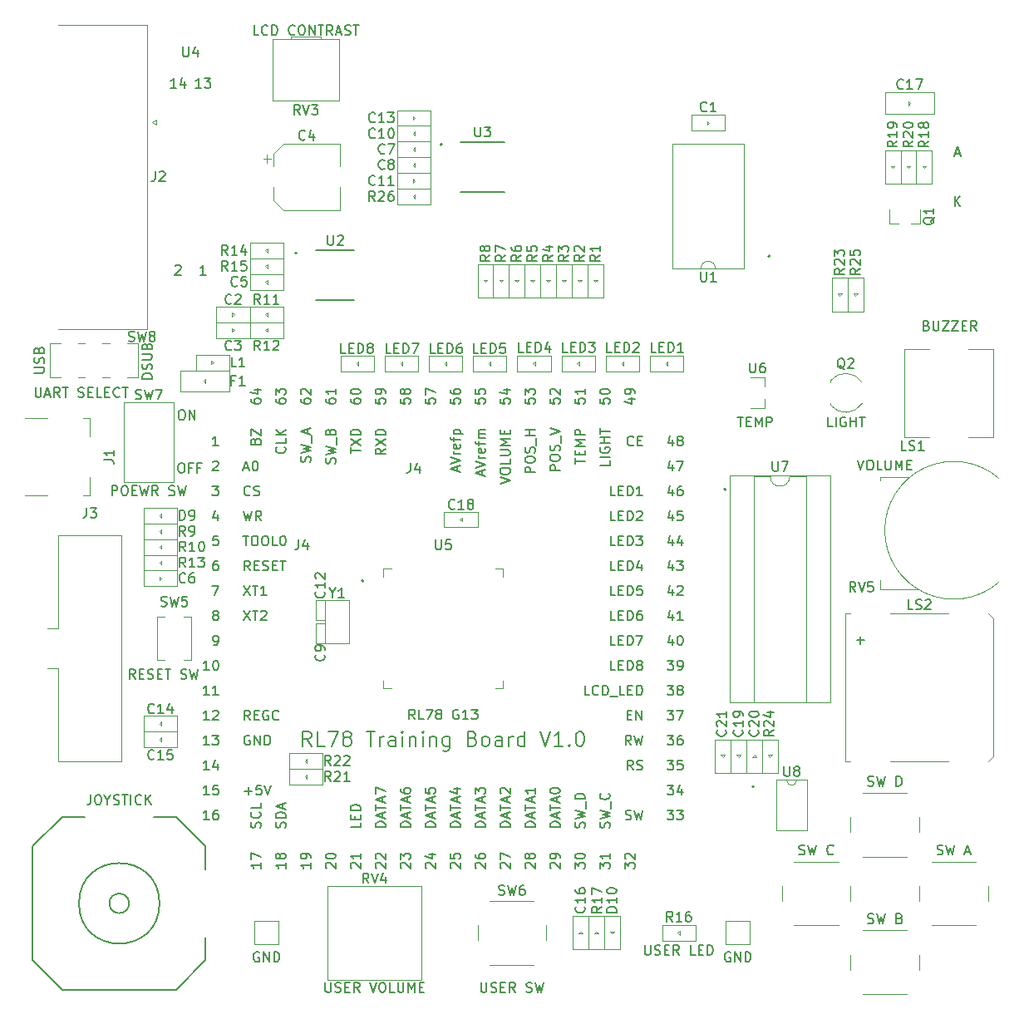
<source format=gto>
G04 #@! TF.GenerationSoftware,KiCad,Pcbnew,(6.0.5-0)*
G04 #@! TF.CreationDate,2022-05-27T19:59:22+09:00*
G04 #@! TF.ProjectId,RL78TrainingBoard,524c3738-5472-4616-996e-696e67426f61,V1.0*
G04 #@! TF.SameCoordinates,Original*
G04 #@! TF.FileFunction,Legend,Top*
G04 #@! TF.FilePolarity,Positive*
%FSLAX46Y46*%
G04 Gerber Fmt 4.6, Leading zero omitted, Abs format (unit mm)*
G04 Created by KiCad (PCBNEW (6.0.5-0)) date 2022-05-27 19:59:22*
%MOMM*%
%LPD*%
G01*
G04 APERTURE LIST*
%ADD10C,0.150000*%
%ADD11C,0.200000*%
%ADD12C,0.120000*%
G04 APERTURE END LIST*
D10*
X-31200000Y-34200000D02*
X-31200000Y-36500000D01*
X-34200000Y-31200000D02*
X-36500000Y-31200000D01*
X-34200000Y-48800000D02*
X-45800000Y-48800000D01*
X-48800000Y-34200000D02*
X-45800000Y-31200000D01*
X-45800000Y-48800000D02*
X-48800000Y-45800000D01*
X-34200000Y-31200000D02*
X-31200000Y-34200000D01*
X-45800000Y-31200000D02*
X-43500000Y-31200000D01*
X-31200000Y-45800000D02*
X-31200000Y-43500000D01*
X-35900000Y-40000000D02*
G75*
G03*
X-35900000Y-40000000I-4100000J0D01*
G01*
X-31200000Y-45800000D02*
X-34200000Y-48800000D01*
X-39000000Y-40000000D02*
G75*
G03*
X-39000000Y-40000000I-1000000J0D01*
G01*
X-48800000Y-45800000D02*
X-48800000Y-34200000D01*
X13547619Y-44252380D02*
X13547619Y-45061904D01*
X13595238Y-45157142D01*
X13642857Y-45204761D01*
X13738095Y-45252380D01*
X13928571Y-45252380D01*
X14023809Y-45204761D01*
X14071428Y-45157142D01*
X14119047Y-45061904D01*
X14119047Y-44252380D01*
X14547619Y-45204761D02*
X14690476Y-45252380D01*
X14928571Y-45252380D01*
X15023809Y-45204761D01*
X15071428Y-45157142D01*
X15119047Y-45061904D01*
X15119047Y-44966666D01*
X15071428Y-44871428D01*
X15023809Y-44823809D01*
X14928571Y-44776190D01*
X14738095Y-44728571D01*
X14642857Y-44680952D01*
X14595238Y-44633333D01*
X14547619Y-44538095D01*
X14547619Y-44442857D01*
X14595238Y-44347619D01*
X14642857Y-44300000D01*
X14738095Y-44252380D01*
X14976190Y-44252380D01*
X15119047Y-44300000D01*
X15547619Y-44728571D02*
X15880952Y-44728571D01*
X16023809Y-45252380D02*
X15547619Y-45252380D01*
X15547619Y-44252380D01*
X16023809Y-44252380D01*
X17023809Y-45252380D02*
X16690476Y-44776190D01*
X16452380Y-45252380D02*
X16452380Y-44252380D01*
X16833333Y-44252380D01*
X16928571Y-44300000D01*
X16976190Y-44347619D01*
X17023809Y-44442857D01*
X17023809Y-44585714D01*
X16976190Y-44680952D01*
X16928571Y-44728571D01*
X16833333Y-44776190D01*
X16452380Y-44776190D01*
X18690476Y-45252380D02*
X18214285Y-45252380D01*
X18214285Y-44252380D01*
X19023809Y-44728571D02*
X19357142Y-44728571D01*
X19500000Y-45252380D02*
X19023809Y-45252380D01*
X19023809Y-44252380D01*
X19500000Y-44252380D01*
X19928571Y-45252380D02*
X19928571Y-44252380D01*
X20166666Y-44252380D01*
X20309523Y-44300000D01*
X20404761Y-44395238D01*
X20452380Y-44490476D01*
X20500000Y-44680952D01*
X20500000Y-44823809D01*
X20452380Y-45014285D01*
X20404761Y-45109523D01*
X20309523Y-45204761D01*
X20166666Y-45252380D01*
X19928571Y-45252380D01*
X5680952Y16147619D02*
X5204761Y16147619D01*
X5204761Y17147619D01*
X6014285Y16671428D02*
X6347619Y16671428D01*
X6490476Y16147619D02*
X6014285Y16147619D01*
X6014285Y17147619D01*
X6490476Y17147619D01*
X6919047Y16147619D02*
X6919047Y17147619D01*
X7157142Y17147619D01*
X7300000Y17100000D01*
X7395238Y17004761D01*
X7442857Y16909523D01*
X7490476Y16719047D01*
X7490476Y16576190D01*
X7442857Y16385714D01*
X7395238Y16290476D01*
X7300000Y16195238D01*
X7157142Y16147619D01*
X6919047Y16147619D01*
X7823809Y17147619D02*
X8442857Y17147619D01*
X8109523Y16766666D01*
X8252380Y16766666D01*
X8347619Y16719047D01*
X8395238Y16671428D01*
X8442857Y16576190D01*
X8442857Y16338095D01*
X8395238Y16242857D01*
X8347619Y16195238D01*
X8252380Y16147619D01*
X7966666Y16147619D01*
X7871428Y16195238D01*
X7823809Y16242857D01*
X-9880952Y-21252380D02*
X-10214285Y-20776190D01*
X-10452380Y-21252380D02*
X-10452380Y-20252380D01*
X-10071428Y-20252380D01*
X-9976190Y-20300000D01*
X-9928571Y-20347619D01*
X-9880952Y-20442857D01*
X-9880952Y-20585714D01*
X-9928571Y-20680952D01*
X-9976190Y-20728571D01*
X-10071428Y-20776190D01*
X-10452380Y-20776190D01*
X-8976190Y-21252380D02*
X-9452380Y-21252380D01*
X-9452380Y-20252380D01*
X-8738095Y-20252380D02*
X-8071428Y-20252380D01*
X-8500000Y-21252380D01*
X-7547619Y-20680952D02*
X-7642857Y-20633333D01*
X-7690476Y-20585714D01*
X-7738095Y-20490476D01*
X-7738095Y-20442857D01*
X-7690476Y-20347619D01*
X-7642857Y-20300000D01*
X-7547619Y-20252380D01*
X-7357142Y-20252380D01*
X-7261904Y-20300000D01*
X-7214285Y-20347619D01*
X-7166666Y-20442857D01*
X-7166666Y-20490476D01*
X-7214285Y-20585714D01*
X-7261904Y-20633333D01*
X-7357142Y-20680952D01*
X-7547619Y-20680952D01*
X-7642857Y-20728571D01*
X-7690476Y-20776190D01*
X-7738095Y-20871428D01*
X-7738095Y-21061904D01*
X-7690476Y-21157142D01*
X-7642857Y-21204761D01*
X-7547619Y-21252380D01*
X-7357142Y-21252380D01*
X-7261904Y-21204761D01*
X-7214285Y-21157142D01*
X-7166666Y-21061904D01*
X-7166666Y-20871428D01*
X-7214285Y-20776190D01*
X-7261904Y-20728571D01*
X-7357142Y-20680952D01*
X-5452380Y-20300000D02*
X-5547619Y-20252380D01*
X-5690476Y-20252380D01*
X-5833333Y-20300000D01*
X-5928571Y-20395238D01*
X-5976190Y-20490476D01*
X-6023809Y-20680952D01*
X-6023809Y-20823809D01*
X-5976190Y-21014285D01*
X-5928571Y-21109523D01*
X-5833333Y-21204761D01*
X-5690476Y-21252380D01*
X-5595238Y-21252380D01*
X-5452380Y-21204761D01*
X-5404761Y-21157142D01*
X-5404761Y-20823809D01*
X-5595238Y-20823809D01*
X-4452380Y-21252380D02*
X-5023809Y-21252380D01*
X-4738095Y-21252380D02*
X-4738095Y-20252380D01*
X-4833333Y-20395238D01*
X-4928571Y-20490476D01*
X-5023809Y-20538095D01*
X-4119047Y-20252380D02*
X-3500000Y-20252380D01*
X-3833333Y-20633333D01*
X-3690476Y-20633333D01*
X-3595238Y-20680952D01*
X-3547619Y-20728571D01*
X-3500000Y-20823809D01*
X-3500000Y-21061904D01*
X-3547619Y-21157142D01*
X-3595238Y-21204761D01*
X-3690476Y-21252380D01*
X-3976190Y-21252380D01*
X-4071428Y-21204761D01*
X-4119047Y-21157142D01*
X-33719047Y10247619D02*
X-33528571Y10247619D01*
X-33433333Y10200000D01*
X-33338095Y10104761D01*
X-33290476Y9914285D01*
X-33290476Y9580952D01*
X-33338095Y9390476D01*
X-33433333Y9295238D01*
X-33528571Y9247619D01*
X-33719047Y9247619D01*
X-33814285Y9295238D01*
X-33909523Y9390476D01*
X-33957142Y9580952D01*
X-33957142Y9914285D01*
X-33909523Y10104761D01*
X-33814285Y10200000D01*
X-33719047Y10247619D01*
X-32861904Y9247619D02*
X-32861904Y10247619D01*
X-32290476Y9247619D01*
X-32290476Y10247619D01*
X-48647619Y14038095D02*
X-47838095Y14038095D01*
X-47742857Y14085714D01*
X-47695238Y14133333D01*
X-47647619Y14228571D01*
X-47647619Y14419047D01*
X-47695238Y14514285D01*
X-47742857Y14561904D01*
X-47838095Y14609523D01*
X-48647619Y14609523D01*
X-47695238Y15038095D02*
X-47647619Y15180952D01*
X-47647619Y15419047D01*
X-47695238Y15514285D01*
X-47742857Y15561904D01*
X-47838095Y15609523D01*
X-47933333Y15609523D01*
X-48028571Y15561904D01*
X-48076190Y15514285D01*
X-48123809Y15419047D01*
X-48171428Y15228571D01*
X-48219047Y15133333D01*
X-48266666Y15085714D01*
X-48361904Y15038095D01*
X-48457142Y15038095D01*
X-48552380Y15085714D01*
X-48600000Y15133333D01*
X-48647619Y15228571D01*
X-48647619Y15466666D01*
X-48600000Y15609523D01*
X-48171428Y16371428D02*
X-48123809Y16514285D01*
X-48076190Y16561904D01*
X-47980952Y16609523D01*
X-47838095Y16609523D01*
X-47742857Y16561904D01*
X-47695238Y16514285D01*
X-47647619Y16419047D01*
X-47647619Y16038095D01*
X-48647619Y16038095D01*
X-48647619Y16371428D01*
X-48600000Y16466666D01*
X-48552380Y16514285D01*
X-48457142Y16561904D01*
X-48361904Y16561904D01*
X-48266666Y16514285D01*
X-48219047Y16466666D01*
X-48171428Y16371428D01*
X-48171428Y16038095D01*
X-38380952Y-17152380D02*
X-38714285Y-16676190D01*
X-38952380Y-17152380D02*
X-38952380Y-16152380D01*
X-38571428Y-16152380D01*
X-38476190Y-16200000D01*
X-38428571Y-16247619D01*
X-38380952Y-16342857D01*
X-38380952Y-16485714D01*
X-38428571Y-16580952D01*
X-38476190Y-16628571D01*
X-38571428Y-16676190D01*
X-38952380Y-16676190D01*
X-37952380Y-16628571D02*
X-37619047Y-16628571D01*
X-37476190Y-17152380D02*
X-37952380Y-17152380D01*
X-37952380Y-16152380D01*
X-37476190Y-16152380D01*
X-37095238Y-17104761D02*
X-36952380Y-17152380D01*
X-36714285Y-17152380D01*
X-36619047Y-17104761D01*
X-36571428Y-17057142D01*
X-36523809Y-16961904D01*
X-36523809Y-16866666D01*
X-36571428Y-16771428D01*
X-36619047Y-16723809D01*
X-36714285Y-16676190D01*
X-36904761Y-16628571D01*
X-37000000Y-16580952D01*
X-37047619Y-16533333D01*
X-37095238Y-16438095D01*
X-37095238Y-16342857D01*
X-37047619Y-16247619D01*
X-37000000Y-16200000D01*
X-36904761Y-16152380D01*
X-36666666Y-16152380D01*
X-36523809Y-16200000D01*
X-36095238Y-16628571D02*
X-35761904Y-16628571D01*
X-35619047Y-17152380D02*
X-36095238Y-17152380D01*
X-36095238Y-16152380D01*
X-35619047Y-16152380D01*
X-35333333Y-16152380D02*
X-34761904Y-16152380D01*
X-35047619Y-17152380D02*
X-35047619Y-16152380D01*
X-33714285Y-17104761D02*
X-33571428Y-17152380D01*
X-33333333Y-17152380D01*
X-33238095Y-17104761D01*
X-33190476Y-17057142D01*
X-33142857Y-16961904D01*
X-33142857Y-16866666D01*
X-33190476Y-16771428D01*
X-33238095Y-16723809D01*
X-33333333Y-16676190D01*
X-33523809Y-16628571D01*
X-33619047Y-16580952D01*
X-33666666Y-16533333D01*
X-33714285Y-16438095D01*
X-33714285Y-16342857D01*
X-33666666Y-16247619D01*
X-33619047Y-16200000D01*
X-33523809Y-16152380D01*
X-33285714Y-16152380D01*
X-33142857Y-16200000D01*
X-32809523Y-16152380D02*
X-32571428Y-17152380D01*
X-32380952Y-16438095D01*
X-32190476Y-17152380D01*
X-31952380Y-16152380D01*
X22238095Y-45000000D02*
X22142857Y-44952380D01*
X22000000Y-44952380D01*
X21857142Y-45000000D01*
X21761904Y-45095238D01*
X21714285Y-45190476D01*
X21666666Y-45380952D01*
X21666666Y-45523809D01*
X21714285Y-45714285D01*
X21761904Y-45809523D01*
X21857142Y-45904761D01*
X22000000Y-45952380D01*
X22095238Y-45952380D01*
X22238095Y-45904761D01*
X22285714Y-45857142D01*
X22285714Y-45523809D01*
X22095238Y-45523809D01*
X22714285Y-45952380D02*
X22714285Y-44952380D01*
X23285714Y-45952380D01*
X23285714Y-44952380D01*
X23761904Y-45952380D02*
X23761904Y-44952380D01*
X24000000Y-44952380D01*
X24142857Y-45000000D01*
X24238095Y-45095238D01*
X24285714Y-45190476D01*
X24333333Y-45380952D01*
X24333333Y-45523809D01*
X24285714Y-45714285D01*
X24238095Y-45809523D01*
X24142857Y-45904761D01*
X24000000Y-45952380D01*
X23761904Y-45952380D01*
X22990476Y9547619D02*
X23561904Y9547619D01*
X23276190Y8547619D02*
X23276190Y9547619D01*
X23895238Y9071428D02*
X24228571Y9071428D01*
X24371428Y8547619D02*
X23895238Y8547619D01*
X23895238Y9547619D01*
X24371428Y9547619D01*
X24800000Y8547619D02*
X24800000Y9547619D01*
X25133333Y8833333D01*
X25466666Y9547619D01*
X25466666Y8547619D01*
X25942857Y8547619D02*
X25942857Y9547619D01*
X26323809Y9547619D01*
X26419047Y9500000D01*
X26466666Y9452380D01*
X26514285Y9357142D01*
X26514285Y9214285D01*
X26466666Y9119047D01*
X26419047Y9071428D01*
X26323809Y9023809D01*
X25942857Y9023809D01*
D11*
X-20428571Y-23978571D02*
X-20928571Y-23264285D01*
X-21285714Y-23978571D02*
X-21285714Y-22478571D01*
X-20714285Y-22478571D01*
X-20571428Y-22550000D01*
X-20500000Y-22621428D01*
X-20428571Y-22764285D01*
X-20428571Y-22978571D01*
X-20500000Y-23121428D01*
X-20571428Y-23192857D01*
X-20714285Y-23264285D01*
X-21285714Y-23264285D01*
X-19071428Y-23978571D02*
X-19785714Y-23978571D01*
X-19785714Y-22478571D01*
X-18714285Y-22478571D02*
X-17714285Y-22478571D01*
X-18357142Y-23978571D01*
X-16928571Y-23121428D02*
X-17071428Y-23050000D01*
X-17142857Y-22978571D01*
X-17214285Y-22835714D01*
X-17214285Y-22764285D01*
X-17142857Y-22621428D01*
X-17071428Y-22550000D01*
X-16928571Y-22478571D01*
X-16642857Y-22478571D01*
X-16500000Y-22550000D01*
X-16428571Y-22621428D01*
X-16357142Y-22764285D01*
X-16357142Y-22835714D01*
X-16428571Y-22978571D01*
X-16500000Y-23050000D01*
X-16642857Y-23121428D01*
X-16928571Y-23121428D01*
X-17071428Y-23192857D01*
X-17142857Y-23264285D01*
X-17214285Y-23407142D01*
X-17214285Y-23692857D01*
X-17142857Y-23835714D01*
X-17071428Y-23907142D01*
X-16928571Y-23978571D01*
X-16642857Y-23978571D01*
X-16500000Y-23907142D01*
X-16428571Y-23835714D01*
X-16357142Y-23692857D01*
X-16357142Y-23407142D01*
X-16428571Y-23264285D01*
X-16500000Y-23192857D01*
X-16642857Y-23121428D01*
X-14785714Y-22478571D02*
X-13928571Y-22478571D01*
X-14357142Y-23978571D02*
X-14357142Y-22478571D01*
X-13428571Y-23978571D02*
X-13428571Y-22978571D01*
X-13428571Y-23264285D02*
X-13357142Y-23121428D01*
X-13285714Y-23050000D01*
X-13142857Y-22978571D01*
X-13000000Y-22978571D01*
X-11857142Y-23978571D02*
X-11857142Y-23192857D01*
X-11928571Y-23050000D01*
X-12071428Y-22978571D01*
X-12357142Y-22978571D01*
X-12500000Y-23050000D01*
X-11857142Y-23907142D02*
X-12000000Y-23978571D01*
X-12357142Y-23978571D01*
X-12500000Y-23907142D01*
X-12571428Y-23764285D01*
X-12571428Y-23621428D01*
X-12500000Y-23478571D01*
X-12357142Y-23407142D01*
X-12000000Y-23407142D01*
X-11857142Y-23335714D01*
X-11142857Y-23978571D02*
X-11142857Y-22978571D01*
X-11142857Y-22478571D02*
X-11214285Y-22550000D01*
X-11142857Y-22621428D01*
X-11071428Y-22550000D01*
X-11142857Y-22478571D01*
X-11142857Y-22621428D01*
X-10428571Y-22978571D02*
X-10428571Y-23978571D01*
X-10428571Y-23121428D02*
X-10357142Y-23050000D01*
X-10214285Y-22978571D01*
X-10000000Y-22978571D01*
X-9857142Y-23050000D01*
X-9785714Y-23192857D01*
X-9785714Y-23978571D01*
X-9071428Y-23978571D02*
X-9071428Y-22978571D01*
X-9071428Y-22478571D02*
X-9142857Y-22550000D01*
X-9071428Y-22621428D01*
X-9000000Y-22550000D01*
X-9071428Y-22478571D01*
X-9071428Y-22621428D01*
X-8357142Y-22978571D02*
X-8357142Y-23978571D01*
X-8357142Y-23121428D02*
X-8285714Y-23050000D01*
X-8142857Y-22978571D01*
X-7928571Y-22978571D01*
X-7785714Y-23050000D01*
X-7714285Y-23192857D01*
X-7714285Y-23978571D01*
X-6357142Y-22978571D02*
X-6357142Y-24192857D01*
X-6428571Y-24335714D01*
X-6500000Y-24407142D01*
X-6642857Y-24478571D01*
X-6857142Y-24478571D01*
X-7000000Y-24407142D01*
X-6357142Y-23907142D02*
X-6500000Y-23978571D01*
X-6785714Y-23978571D01*
X-6928571Y-23907142D01*
X-7000000Y-23835714D01*
X-7071428Y-23692857D01*
X-7071428Y-23264285D01*
X-7000000Y-23121428D01*
X-6928571Y-23050000D01*
X-6785714Y-22978571D01*
X-6500000Y-22978571D01*
X-6357142Y-23050000D01*
X-4000000Y-23192857D02*
X-3785714Y-23264285D01*
X-3714285Y-23335714D01*
X-3642857Y-23478571D01*
X-3642857Y-23692857D01*
X-3714285Y-23835714D01*
X-3785714Y-23907142D01*
X-3928571Y-23978571D01*
X-4500000Y-23978571D01*
X-4500000Y-22478571D01*
X-4000000Y-22478571D01*
X-3857142Y-22550000D01*
X-3785714Y-22621428D01*
X-3714285Y-22764285D01*
X-3714285Y-22907142D01*
X-3785714Y-23050000D01*
X-3857142Y-23121428D01*
X-4000000Y-23192857D01*
X-4500000Y-23192857D01*
X-2785714Y-23978571D02*
X-2928571Y-23907142D01*
X-3000000Y-23835714D01*
X-3071428Y-23692857D01*
X-3071428Y-23264285D01*
X-3000000Y-23121428D01*
X-2928571Y-23050000D01*
X-2785714Y-22978571D01*
X-2571428Y-22978571D01*
X-2428571Y-23050000D01*
X-2357142Y-23121428D01*
X-2285714Y-23264285D01*
X-2285714Y-23692857D01*
X-2357142Y-23835714D01*
X-2428571Y-23907142D01*
X-2571428Y-23978571D01*
X-2785714Y-23978571D01*
X-1000000Y-23978571D02*
X-1000000Y-23192857D01*
X-1071428Y-23050000D01*
X-1214285Y-22978571D01*
X-1500000Y-22978571D01*
X-1642857Y-23050000D01*
X-1000000Y-23907142D02*
X-1142857Y-23978571D01*
X-1500000Y-23978571D01*
X-1642857Y-23907142D01*
X-1714285Y-23764285D01*
X-1714285Y-23621428D01*
X-1642857Y-23478571D01*
X-1500000Y-23407142D01*
X-1142857Y-23407142D01*
X-1000000Y-23335714D01*
X-285714Y-23978571D02*
X-285714Y-22978571D01*
X-285714Y-23264285D02*
X-214285Y-23121428D01*
X-142857Y-23050000D01*
X0Y-22978571D01*
X142857Y-22978571D01*
X1285714Y-23978571D02*
X1285714Y-22478571D01*
X1285714Y-23907142D02*
X1142857Y-23978571D01*
X857142Y-23978571D01*
X714285Y-23907142D01*
X642857Y-23835714D01*
X571428Y-23692857D01*
X571428Y-23264285D01*
X642857Y-23121428D01*
X714285Y-23050000D01*
X857142Y-22978571D01*
X1142857Y-22978571D01*
X1285714Y-23050000D01*
X2928571Y-22478571D02*
X3428571Y-23978571D01*
X3928571Y-22478571D01*
X5214285Y-23978571D02*
X4357142Y-23978571D01*
X4785714Y-23978571D02*
X4785714Y-22478571D01*
X4642857Y-22692857D01*
X4500000Y-22835714D01*
X4357142Y-22907142D01*
X5857142Y-23835714D02*
X5928571Y-23907142D01*
X5857142Y-23978571D01*
X5785714Y-23907142D01*
X5857142Y-23835714D01*
X5857142Y-23978571D01*
X6857142Y-22478571D02*
X7000000Y-22478571D01*
X7142857Y-22550000D01*
X7214285Y-22621428D01*
X7285714Y-22764285D01*
X7357142Y-23050000D01*
X7357142Y-23407142D01*
X7285714Y-23692857D01*
X7214285Y-23835714D01*
X7142857Y-23907142D01*
X7000000Y-23978571D01*
X6857142Y-23978571D01*
X6714285Y-23907142D01*
X6642857Y-23835714D01*
X6571428Y-23692857D01*
X6500000Y-23407142D01*
X6500000Y-23050000D01*
X6571428Y-22764285D01*
X6642857Y-22621428D01*
X6714285Y-22550000D01*
X6857142Y-22478571D01*
D10*
X35190476Y5147619D02*
X35523809Y4147619D01*
X35857142Y5147619D01*
X36380952Y5147619D02*
X36571428Y5147619D01*
X36666666Y5100000D01*
X36761904Y5004761D01*
X36809523Y4814285D01*
X36809523Y4480952D01*
X36761904Y4290476D01*
X36666666Y4195238D01*
X36571428Y4147619D01*
X36380952Y4147619D01*
X36285714Y4195238D01*
X36190476Y4290476D01*
X36142857Y4480952D01*
X36142857Y4814285D01*
X36190476Y5004761D01*
X36285714Y5100000D01*
X36380952Y5147619D01*
X37714285Y4147619D02*
X37238095Y4147619D01*
X37238095Y5147619D01*
X38047619Y5147619D02*
X38047619Y4338095D01*
X38095238Y4242857D01*
X38142857Y4195238D01*
X38238095Y4147619D01*
X38428571Y4147619D01*
X38523809Y4195238D01*
X38571428Y4242857D01*
X38619047Y4338095D01*
X38619047Y5147619D01*
X39095238Y4147619D02*
X39095238Y5147619D01*
X39428571Y4433333D01*
X39761904Y5147619D01*
X39761904Y4147619D01*
X40238095Y4671428D02*
X40571428Y4671428D01*
X40714285Y4147619D02*
X40238095Y4147619D01*
X40238095Y5147619D01*
X40714285Y5147619D01*
X-25761904Y-45000000D02*
X-25857142Y-44952380D01*
X-26000000Y-44952380D01*
X-26142857Y-45000000D01*
X-26238095Y-45095238D01*
X-26285714Y-45190476D01*
X-26333333Y-45380952D01*
X-26333333Y-45523809D01*
X-26285714Y-45714285D01*
X-26238095Y-45809523D01*
X-26142857Y-45904761D01*
X-26000000Y-45952380D01*
X-25904761Y-45952380D01*
X-25761904Y-45904761D01*
X-25714285Y-45857142D01*
X-25714285Y-45523809D01*
X-25904761Y-45523809D01*
X-25285714Y-45952380D02*
X-25285714Y-44952380D01*
X-24714285Y-45952380D01*
X-24714285Y-44952380D01*
X-24238095Y-45952380D02*
X-24238095Y-44952380D01*
X-24000000Y-44952380D01*
X-23857142Y-45000000D01*
X-23761904Y-45095238D01*
X-23714285Y-45190476D01*
X-23666666Y-45380952D01*
X-23666666Y-45523809D01*
X-23714285Y-45714285D01*
X-23761904Y-45809523D01*
X-23857142Y-45904761D01*
X-24000000Y-45952380D01*
X-24238095Y-45952380D01*
X-16919047Y16047619D02*
X-17395238Y16047619D01*
X-17395238Y17047619D01*
X-16585714Y16571428D02*
X-16252380Y16571428D01*
X-16109523Y16047619D02*
X-16585714Y16047619D01*
X-16585714Y17047619D01*
X-16109523Y17047619D01*
X-15680952Y16047619D02*
X-15680952Y17047619D01*
X-15442857Y17047619D01*
X-15300000Y17000000D01*
X-15204761Y16904761D01*
X-15157142Y16809523D01*
X-15109523Y16619047D01*
X-15109523Y16476190D01*
X-15157142Y16285714D01*
X-15204761Y16190476D01*
X-15300000Y16095238D01*
X-15442857Y16047619D01*
X-15680952Y16047619D01*
X-14538095Y16619047D02*
X-14633333Y16666666D01*
X-14680952Y16714285D01*
X-14728571Y16809523D01*
X-14728571Y16857142D01*
X-14680952Y16952380D01*
X-14633333Y17000000D01*
X-14538095Y17047619D01*
X-14347619Y17047619D01*
X-14252380Y17000000D01*
X-14204761Y16952380D01*
X-14157142Y16857142D01*
X-14157142Y16809523D01*
X-14204761Y16714285D01*
X-14252380Y16666666D01*
X-14347619Y16619047D01*
X-14538095Y16619047D01*
X-14633333Y16571428D01*
X-14680952Y16523809D01*
X-14728571Y16428571D01*
X-14728571Y16238095D01*
X-14680952Y16142857D01*
X-14633333Y16095238D01*
X-14538095Y16047619D01*
X-14347619Y16047619D01*
X-14252380Y16095238D01*
X-14204761Y16142857D01*
X-14157142Y16238095D01*
X-14157142Y16428571D01*
X-14204761Y16523809D01*
X-14252380Y16571428D01*
X-14347619Y16619047D01*
X43333333Y-35004761D02*
X43476190Y-35052380D01*
X43714285Y-35052380D01*
X43809523Y-35004761D01*
X43857142Y-34957142D01*
X43904761Y-34861904D01*
X43904761Y-34766666D01*
X43857142Y-34671428D01*
X43809523Y-34623809D01*
X43714285Y-34576190D01*
X43523809Y-34528571D01*
X43428571Y-34480952D01*
X43380952Y-34433333D01*
X43333333Y-34338095D01*
X43333333Y-34242857D01*
X43380952Y-34147619D01*
X43428571Y-34100000D01*
X43523809Y-34052380D01*
X43761904Y-34052380D01*
X43904761Y-34100000D01*
X44238095Y-34052380D02*
X44476190Y-35052380D01*
X44666666Y-34338095D01*
X44857142Y-35052380D01*
X45095238Y-34052380D01*
X46190476Y-34766666D02*
X46666666Y-34766666D01*
X46095238Y-35052380D02*
X46428571Y-34052380D01*
X46761904Y-35052380D01*
X36261904Y-28004761D02*
X36404761Y-28052380D01*
X36642857Y-28052380D01*
X36738095Y-28004761D01*
X36785714Y-27957142D01*
X36833333Y-27861904D01*
X36833333Y-27766666D01*
X36785714Y-27671428D01*
X36738095Y-27623809D01*
X36642857Y-27576190D01*
X36452380Y-27528571D01*
X36357142Y-27480952D01*
X36309523Y-27433333D01*
X36261904Y-27338095D01*
X36261904Y-27242857D01*
X36309523Y-27147619D01*
X36357142Y-27100000D01*
X36452380Y-27052380D01*
X36690476Y-27052380D01*
X36833333Y-27100000D01*
X37166666Y-27052380D02*
X37404761Y-28052380D01*
X37595238Y-27338095D01*
X37785714Y-28052380D01*
X38023809Y-27052380D01*
X39166666Y-28052380D02*
X39166666Y-27052380D01*
X39404761Y-27052380D01*
X39547619Y-27100000D01*
X39642857Y-27195238D01*
X39690476Y-27290476D01*
X39738095Y-27480952D01*
X39738095Y-27623809D01*
X39690476Y-27814285D01*
X39642857Y-27909523D01*
X39547619Y-28004761D01*
X39404761Y-28052380D01*
X39166666Y-28052380D01*
X-25785714Y48447619D02*
X-26261904Y48447619D01*
X-26261904Y49447619D01*
X-24880952Y48542857D02*
X-24928571Y48495238D01*
X-25071428Y48447619D01*
X-25166666Y48447619D01*
X-25309523Y48495238D01*
X-25404761Y48590476D01*
X-25452380Y48685714D01*
X-25500000Y48876190D01*
X-25500000Y49019047D01*
X-25452380Y49209523D01*
X-25404761Y49304761D01*
X-25309523Y49400000D01*
X-25166666Y49447619D01*
X-25071428Y49447619D01*
X-24928571Y49400000D01*
X-24880952Y49352380D01*
X-24452380Y48447619D02*
X-24452380Y49447619D01*
X-24214285Y49447619D01*
X-24071428Y49400000D01*
X-23976190Y49304761D01*
X-23928571Y49209523D01*
X-23880952Y49019047D01*
X-23880952Y48876190D01*
X-23928571Y48685714D01*
X-23976190Y48590476D01*
X-24071428Y48495238D01*
X-24214285Y48447619D01*
X-24452380Y48447619D01*
X-22119047Y48542857D02*
X-22166666Y48495238D01*
X-22309523Y48447619D01*
X-22404761Y48447619D01*
X-22547619Y48495238D01*
X-22642857Y48590476D01*
X-22690476Y48685714D01*
X-22738095Y48876190D01*
X-22738095Y49019047D01*
X-22690476Y49209523D01*
X-22642857Y49304761D01*
X-22547619Y49400000D01*
X-22404761Y49447619D01*
X-22309523Y49447619D01*
X-22166666Y49400000D01*
X-22119047Y49352380D01*
X-21500000Y49447619D02*
X-21309523Y49447619D01*
X-21214285Y49400000D01*
X-21119047Y49304761D01*
X-21071428Y49114285D01*
X-21071428Y48780952D01*
X-21119047Y48590476D01*
X-21214285Y48495238D01*
X-21309523Y48447619D01*
X-21500000Y48447619D01*
X-21595238Y48495238D01*
X-21690476Y48590476D01*
X-21738095Y48780952D01*
X-21738095Y49114285D01*
X-21690476Y49304761D01*
X-21595238Y49400000D01*
X-21500000Y49447619D01*
X-20642857Y48447619D02*
X-20642857Y49447619D01*
X-20071428Y48447619D01*
X-20071428Y49447619D01*
X-19738095Y49447619D02*
X-19166666Y49447619D01*
X-19452380Y48447619D02*
X-19452380Y49447619D01*
X-18261904Y48447619D02*
X-18595238Y48923809D01*
X-18833333Y48447619D02*
X-18833333Y49447619D01*
X-18452380Y49447619D01*
X-18357142Y49400000D01*
X-18309523Y49352380D01*
X-18261904Y49257142D01*
X-18261904Y49114285D01*
X-18309523Y49019047D01*
X-18357142Y48971428D01*
X-18452380Y48923809D01*
X-18833333Y48923809D01*
X-17880952Y48733333D02*
X-17404761Y48733333D01*
X-17976190Y48447619D02*
X-17642857Y49447619D01*
X-17309523Y48447619D01*
X-17023809Y48495238D02*
X-16880952Y48447619D01*
X-16642857Y48447619D01*
X-16547619Y48495238D01*
X-16500000Y48542857D01*
X-16452380Y48638095D01*
X-16452380Y48733333D01*
X-16500000Y48828571D01*
X-16547619Y48876190D01*
X-16642857Y48923809D01*
X-16833333Y48971428D01*
X-16928571Y49019047D01*
X-16976190Y49066666D01*
X-17023809Y49161904D01*
X-17023809Y49257142D01*
X-16976190Y49352380D01*
X-16928571Y49400000D01*
X-16833333Y49447619D01*
X-16595238Y49447619D01*
X-16452380Y49400000D01*
X-16166666Y49447619D02*
X-15595238Y49447619D01*
X-15880952Y48447619D02*
X-15880952Y49447619D01*
X-48542857Y12547619D02*
X-48542857Y11738095D01*
X-48495238Y11642857D01*
X-48447619Y11595238D01*
X-48352380Y11547619D01*
X-48161904Y11547619D01*
X-48066666Y11595238D01*
X-48019047Y11642857D01*
X-47971428Y11738095D01*
X-47971428Y12547619D01*
X-47542857Y11833333D02*
X-47066666Y11833333D01*
X-47638095Y11547619D02*
X-47304761Y12547619D01*
X-46971428Y11547619D01*
X-46066666Y11547619D02*
X-46400000Y12023809D01*
X-46638095Y11547619D02*
X-46638095Y12547619D01*
X-46257142Y12547619D01*
X-46161904Y12500000D01*
X-46114285Y12452380D01*
X-46066666Y12357142D01*
X-46066666Y12214285D01*
X-46114285Y12119047D01*
X-46161904Y12071428D01*
X-46257142Y12023809D01*
X-46638095Y12023809D01*
X-45780952Y12547619D02*
X-45209523Y12547619D01*
X-45495238Y11547619D02*
X-45495238Y12547619D01*
X-44161904Y11595238D02*
X-44019047Y11547619D01*
X-43780952Y11547619D01*
X-43685714Y11595238D01*
X-43638095Y11642857D01*
X-43590476Y11738095D01*
X-43590476Y11833333D01*
X-43638095Y11928571D01*
X-43685714Y11976190D01*
X-43780952Y12023809D01*
X-43971428Y12071428D01*
X-44066666Y12119047D01*
X-44114285Y12166666D01*
X-44161904Y12261904D01*
X-44161904Y12357142D01*
X-44114285Y12452380D01*
X-44066666Y12500000D01*
X-43971428Y12547619D01*
X-43733333Y12547619D01*
X-43590476Y12500000D01*
X-43161904Y12071428D02*
X-42828571Y12071428D01*
X-42685714Y11547619D02*
X-43161904Y11547619D01*
X-43161904Y12547619D01*
X-42685714Y12547619D01*
X-41780952Y11547619D02*
X-42257142Y11547619D01*
X-42257142Y12547619D01*
X-41447619Y12071428D02*
X-41114285Y12071428D01*
X-40971428Y11547619D02*
X-41447619Y11547619D01*
X-41447619Y12547619D01*
X-40971428Y12547619D01*
X-39971428Y11642857D02*
X-40019047Y11595238D01*
X-40161904Y11547619D01*
X-40257142Y11547619D01*
X-40400000Y11595238D01*
X-40495238Y11690476D01*
X-40542857Y11785714D01*
X-40590476Y11976190D01*
X-40590476Y12119047D01*
X-40542857Y12309523D01*
X-40495238Y12404761D01*
X-40400000Y12500000D01*
X-40257142Y12547619D01*
X-40161904Y12547619D01*
X-40019047Y12500000D01*
X-39971428Y12452380D01*
X-39685714Y12547619D02*
X-39114285Y12547619D01*
X-39400000Y11547619D02*
X-39400000Y12547619D01*
X-33752380Y4847619D02*
X-33561904Y4847619D01*
X-33466666Y4800000D01*
X-33371428Y4704761D01*
X-33323809Y4514285D01*
X-33323809Y4180952D01*
X-33371428Y3990476D01*
X-33466666Y3895238D01*
X-33561904Y3847619D01*
X-33752380Y3847619D01*
X-33847619Y3895238D01*
X-33942857Y3990476D01*
X-33990476Y4180952D01*
X-33990476Y4514285D01*
X-33942857Y4704761D01*
X-33847619Y4800000D01*
X-33752380Y4847619D01*
X-32561904Y4371428D02*
X-32895238Y4371428D01*
X-32895238Y3847619D02*
X-32895238Y4847619D01*
X-32419047Y4847619D01*
X-31704761Y4371428D02*
X-32038095Y4371428D01*
X-32038095Y3847619D02*
X-32038095Y4847619D01*
X-31561904Y4847619D01*
X-3142857Y-48052380D02*
X-3142857Y-48861904D01*
X-3095238Y-48957142D01*
X-3047619Y-49004761D01*
X-2952380Y-49052380D01*
X-2761904Y-49052380D01*
X-2666666Y-49004761D01*
X-2619047Y-48957142D01*
X-2571428Y-48861904D01*
X-2571428Y-48052380D01*
X-2142857Y-49004761D02*
X-1999999Y-49052380D01*
X-1761904Y-49052380D01*
X-1666666Y-49004761D01*
X-1619047Y-48957142D01*
X-1571428Y-48861904D01*
X-1571428Y-48766666D01*
X-1619047Y-48671428D01*
X-1666666Y-48623809D01*
X-1761904Y-48576190D01*
X-1952380Y-48528571D01*
X-2047619Y-48480952D01*
X-2095238Y-48433333D01*
X-2142857Y-48338095D01*
X-2142857Y-48242857D01*
X-2095238Y-48147619D01*
X-2047619Y-48100000D01*
X-1952380Y-48052380D01*
X-1714285Y-48052380D01*
X-1571428Y-48100000D01*
X-1142857Y-48528571D02*
X-809523Y-48528571D01*
X-666666Y-49052380D02*
X-1142857Y-49052380D01*
X-1142857Y-48052380D01*
X-666666Y-48052380D01*
X333333Y-49052380D02*
X0Y-48576190D01*
X-238095Y-49052380D02*
X-238095Y-48052380D01*
X142857Y-48052380D01*
X238095Y-48100000D01*
X285714Y-48147619D01*
X333333Y-48242857D01*
X333333Y-48385714D01*
X285714Y-48480952D01*
X238095Y-48528571D01*
X142857Y-48576190D01*
X-238095Y-48576190D01*
X1476190Y-49004761D02*
X1619047Y-49052380D01*
X1857142Y-49052380D01*
X1952380Y-49004761D01*
X2000000Y-48957142D01*
X2047619Y-48861904D01*
X2047619Y-48766666D01*
X2000000Y-48671428D01*
X1952380Y-48623809D01*
X1857142Y-48576190D01*
X1666666Y-48528571D01*
X1571428Y-48480952D01*
X1523809Y-48433333D01*
X1476190Y-48338095D01*
X1476190Y-48242857D01*
X1523809Y-48147619D01*
X1571428Y-48100000D01*
X1666666Y-48052380D01*
X1904761Y-48052380D01*
X2047619Y-48100000D01*
X2380952Y-48052380D02*
X2619047Y-49052380D01*
X2809523Y-48338095D01*
X3000000Y-49052380D01*
X3238095Y-48052380D01*
X42242857Y18871428D02*
X42385714Y18823809D01*
X42433333Y18776190D01*
X42480952Y18680952D01*
X42480952Y18538095D01*
X42433333Y18442857D01*
X42385714Y18395238D01*
X42290476Y18347619D01*
X41909523Y18347619D01*
X41909523Y19347619D01*
X42242857Y19347619D01*
X42338095Y19300000D01*
X42385714Y19252380D01*
X42433333Y19157142D01*
X42433333Y19061904D01*
X42385714Y18966666D01*
X42338095Y18919047D01*
X42242857Y18871428D01*
X41909523Y18871428D01*
X42909523Y19347619D02*
X42909523Y18538095D01*
X42957142Y18442857D01*
X43004761Y18395238D01*
X43100000Y18347619D01*
X43290476Y18347619D01*
X43385714Y18395238D01*
X43433333Y18442857D01*
X43480952Y18538095D01*
X43480952Y19347619D01*
X43861904Y19347619D02*
X44528571Y19347619D01*
X43861904Y18347619D01*
X44528571Y18347619D01*
X44814285Y19347619D02*
X45480952Y19347619D01*
X44814285Y18347619D01*
X45480952Y18347619D01*
X45861904Y18871428D02*
X46195238Y18871428D01*
X46338095Y18347619D02*
X45861904Y18347619D01*
X45861904Y19347619D01*
X46338095Y19347619D01*
X47338095Y18347619D02*
X47004761Y18823809D01*
X46766666Y18347619D02*
X46766666Y19347619D01*
X47147619Y19347619D01*
X47242857Y19300000D01*
X47290476Y19252380D01*
X47338095Y19157142D01*
X47338095Y19014285D01*
X47290476Y18919047D01*
X47242857Y18871428D01*
X47147619Y18823809D01*
X46766666Y18823809D01*
X14680952Y16147619D02*
X14204761Y16147619D01*
X14204761Y17147619D01*
X15014285Y16671428D02*
X15347619Y16671428D01*
X15490476Y16147619D02*
X15014285Y16147619D01*
X15014285Y17147619D01*
X15490476Y17147619D01*
X15919047Y16147619D02*
X15919047Y17147619D01*
X16157142Y17147619D01*
X16300000Y17100000D01*
X16395238Y17004761D01*
X16442857Y16909523D01*
X16490476Y16719047D01*
X16490476Y16576190D01*
X16442857Y16385714D01*
X16395238Y16290476D01*
X16300000Y16195238D01*
X16157142Y16147619D01*
X15919047Y16147619D01*
X17442857Y16147619D02*
X16871428Y16147619D01*
X17157142Y16147619D02*
X17157142Y17147619D01*
X17061904Y17004761D01*
X16966666Y16909523D01*
X16871428Y16861904D01*
X-7819047Y16047619D02*
X-8295238Y16047619D01*
X-8295238Y17047619D01*
X-7485714Y16571428D02*
X-7152380Y16571428D01*
X-7009523Y16047619D02*
X-7485714Y16047619D01*
X-7485714Y17047619D01*
X-7009523Y17047619D01*
X-6580952Y16047619D02*
X-6580952Y17047619D01*
X-6342857Y17047619D01*
X-6199999Y17000000D01*
X-6104761Y16904761D01*
X-6057142Y16809523D01*
X-6009523Y16619047D01*
X-6009523Y16476190D01*
X-6057142Y16285714D01*
X-6104761Y16190476D01*
X-6199999Y16095238D01*
X-6342857Y16047619D01*
X-6580952Y16047619D01*
X-5152380Y17047619D02*
X-5342857Y17047619D01*
X-5438095Y17000000D01*
X-5485714Y16952380D01*
X-5580952Y16809523D01*
X-5628571Y16619047D01*
X-5628571Y16238095D01*
X-5580952Y16142857D01*
X-5533333Y16095238D01*
X-5438095Y16047619D01*
X-5247619Y16047619D01*
X-5152380Y16095238D01*
X-5104761Y16142857D01*
X-5057142Y16238095D01*
X-5057142Y16476190D01*
X-5104761Y16571428D01*
X-5152380Y16619047D01*
X-5247619Y16666666D01*
X-5438095Y16666666D01*
X-5533333Y16619047D01*
X-5580952Y16571428D01*
X-5628571Y16476190D01*
X-19000000Y-48052380D02*
X-19000000Y-48861904D01*
X-18952380Y-48957142D01*
X-18904761Y-49004761D01*
X-18809523Y-49052380D01*
X-18619047Y-49052380D01*
X-18523809Y-49004761D01*
X-18476190Y-48957142D01*
X-18428571Y-48861904D01*
X-18428571Y-48052380D01*
X-18000000Y-49004761D02*
X-17857142Y-49052380D01*
X-17619047Y-49052380D01*
X-17523809Y-49004761D01*
X-17476190Y-48957142D01*
X-17428571Y-48861904D01*
X-17428571Y-48766666D01*
X-17476190Y-48671428D01*
X-17523809Y-48623809D01*
X-17619047Y-48576190D01*
X-17809523Y-48528571D01*
X-17904761Y-48480952D01*
X-17952380Y-48433333D01*
X-18000000Y-48338095D01*
X-18000000Y-48242857D01*
X-17952380Y-48147619D01*
X-17904761Y-48100000D01*
X-17809523Y-48052380D01*
X-17571428Y-48052380D01*
X-17428571Y-48100000D01*
X-17000000Y-48528571D02*
X-16666666Y-48528571D01*
X-16523809Y-49052380D02*
X-17000000Y-49052380D01*
X-17000000Y-48052380D01*
X-16523809Y-48052380D01*
X-15523809Y-49052380D02*
X-15857142Y-48576190D01*
X-16095238Y-49052380D02*
X-16095238Y-48052380D01*
X-15714285Y-48052380D01*
X-15619047Y-48100000D01*
X-15571428Y-48147619D01*
X-15523809Y-48242857D01*
X-15523809Y-48385714D01*
X-15571428Y-48480952D01*
X-15619047Y-48528571D01*
X-15714285Y-48576190D01*
X-16095238Y-48576190D01*
X-14476190Y-48052380D02*
X-14142857Y-49052380D01*
X-13809523Y-48052380D01*
X-13285714Y-48052380D02*
X-13095238Y-48052380D01*
X-13000000Y-48100000D01*
X-12904761Y-48195238D01*
X-12857142Y-48385714D01*
X-12857142Y-48719047D01*
X-12904761Y-48909523D01*
X-13000000Y-49004761D01*
X-13095238Y-49052380D01*
X-13285714Y-49052380D01*
X-13380952Y-49004761D01*
X-13476190Y-48909523D01*
X-13523809Y-48719047D01*
X-13523809Y-48385714D01*
X-13476190Y-48195238D01*
X-13380952Y-48100000D01*
X-13285714Y-48052380D01*
X-11952380Y-49052380D02*
X-12428571Y-49052380D01*
X-12428571Y-48052380D01*
X-11619047Y-48052380D02*
X-11619047Y-48861904D01*
X-11571428Y-48957142D01*
X-11523809Y-49004761D01*
X-11428571Y-49052380D01*
X-11238095Y-49052380D01*
X-11142857Y-49004761D01*
X-11095238Y-48957142D01*
X-11047619Y-48861904D01*
X-11047619Y-48052380D01*
X-10571428Y-49052380D02*
X-10571428Y-48052380D01*
X-10238095Y-48766666D01*
X-9904761Y-48052380D01*
X-9904761Y-49052380D01*
X-9428571Y-48528571D02*
X-9095238Y-48528571D01*
X-8952380Y-49052380D02*
X-9428571Y-49052380D01*
X-9428571Y-48052380D01*
X-8952380Y-48052380D01*
X-40738095Y1547619D02*
X-40738095Y2547619D01*
X-40357142Y2547619D01*
X-40261904Y2500000D01*
X-40214285Y2452380D01*
X-40166666Y2357142D01*
X-40166666Y2214285D01*
X-40214285Y2119047D01*
X-40261904Y2071428D01*
X-40357142Y2023809D01*
X-40738095Y2023809D01*
X-39547619Y2547619D02*
X-39357142Y2547619D01*
X-39261904Y2500000D01*
X-39166666Y2404761D01*
X-39119047Y2214285D01*
X-39119047Y1880952D01*
X-39166666Y1690476D01*
X-39261904Y1595238D01*
X-39357142Y1547619D01*
X-39547619Y1547619D01*
X-39642857Y1595238D01*
X-39738095Y1690476D01*
X-39785714Y1880952D01*
X-39785714Y2214285D01*
X-39738095Y2404761D01*
X-39642857Y2500000D01*
X-39547619Y2547619D01*
X-38690476Y2071428D02*
X-38357142Y2071428D01*
X-38214285Y1547619D02*
X-38690476Y1547619D01*
X-38690476Y2547619D01*
X-38214285Y2547619D01*
X-37880952Y2547619D02*
X-37642857Y1547619D01*
X-37452380Y2261904D01*
X-37261904Y1547619D01*
X-37023809Y2547619D01*
X-36071428Y1547619D02*
X-36404761Y2023809D01*
X-36642857Y1547619D02*
X-36642857Y2547619D01*
X-36261904Y2547619D01*
X-36166666Y2500000D01*
X-36119047Y2452380D01*
X-36071428Y2357142D01*
X-36071428Y2214285D01*
X-36119047Y2119047D01*
X-36166666Y2071428D01*
X-36261904Y2023809D01*
X-36642857Y2023809D01*
X-34928571Y1595238D02*
X-34785714Y1547619D01*
X-34547619Y1547619D01*
X-34452380Y1595238D01*
X-34404761Y1642857D01*
X-34357142Y1738095D01*
X-34357142Y1833333D01*
X-34404761Y1928571D01*
X-34452380Y1976190D01*
X-34547619Y2023809D01*
X-34738095Y2071428D01*
X-34833333Y2119047D01*
X-34880952Y2166666D01*
X-34928571Y2261904D01*
X-34928571Y2357142D01*
X-34880952Y2452380D01*
X-34833333Y2500000D01*
X-34738095Y2547619D01*
X-34500000Y2547619D01*
X-34357142Y2500000D01*
X-34023809Y2547619D02*
X-33785714Y1547619D01*
X-33595238Y2261904D01*
X-33404761Y1547619D01*
X-33166666Y2547619D01*
X10180952Y16147619D02*
X9704761Y16147619D01*
X9704761Y17147619D01*
X10514285Y16671428D02*
X10847619Y16671428D01*
X10990476Y16147619D02*
X10514285Y16147619D01*
X10514285Y17147619D01*
X10990476Y17147619D01*
X11419047Y16147619D02*
X11419047Y17147619D01*
X11657142Y17147619D01*
X11800000Y17100000D01*
X11895238Y17004761D01*
X11942857Y16909523D01*
X11990476Y16719047D01*
X11990476Y16576190D01*
X11942857Y16385714D01*
X11895238Y16290476D01*
X11800000Y16195238D01*
X11657142Y16147619D01*
X11419047Y16147619D01*
X12371428Y17052380D02*
X12419047Y17100000D01*
X12514285Y17147619D01*
X12752380Y17147619D01*
X12847619Y17100000D01*
X12895238Y17052380D01*
X12942857Y16957142D01*
X12942857Y16861904D01*
X12895238Y16719047D01*
X12323809Y16147619D01*
X12942857Y16147619D01*
X36261904Y-42004761D02*
X36404761Y-42052380D01*
X36642857Y-42052380D01*
X36738095Y-42004761D01*
X36785714Y-41957142D01*
X36833333Y-41861904D01*
X36833333Y-41766666D01*
X36785714Y-41671428D01*
X36738095Y-41623809D01*
X36642857Y-41576190D01*
X36452380Y-41528571D01*
X36357142Y-41480952D01*
X36309523Y-41433333D01*
X36261904Y-41338095D01*
X36261904Y-41242857D01*
X36309523Y-41147619D01*
X36357142Y-41100000D01*
X36452380Y-41052380D01*
X36690476Y-41052380D01*
X36833333Y-41100000D01*
X37166666Y-41052380D02*
X37404761Y-42052380D01*
X37595238Y-41338095D01*
X37785714Y-42052380D01*
X38023809Y-41052380D01*
X39500000Y-41528571D02*
X39642857Y-41576190D01*
X39690476Y-41623809D01*
X39738095Y-41719047D01*
X39738095Y-41861904D01*
X39690476Y-41957142D01*
X39642857Y-42004761D01*
X39547619Y-42052380D01*
X39166666Y-42052380D01*
X39166666Y-41052380D01*
X39500000Y-41052380D01*
X39595238Y-41100000D01*
X39642857Y-41147619D01*
X39690476Y-41242857D01*
X39690476Y-41338095D01*
X39642857Y-41433333D01*
X39595238Y-41480952D01*
X39500000Y-41528571D01*
X39166666Y-41528571D01*
X32666666Y8547619D02*
X32190476Y8547619D01*
X32190476Y9547619D01*
X33000000Y8547619D02*
X33000000Y9547619D01*
X34000000Y9500000D02*
X33904761Y9547619D01*
X33761904Y9547619D01*
X33619047Y9500000D01*
X33523809Y9404761D01*
X33476190Y9309523D01*
X33428571Y9119047D01*
X33428571Y8976190D01*
X33476190Y8785714D01*
X33523809Y8690476D01*
X33619047Y8595238D01*
X33761904Y8547619D01*
X33857142Y8547619D01*
X34000000Y8595238D01*
X34047619Y8642857D01*
X34047619Y8976190D01*
X33857142Y8976190D01*
X34476190Y8547619D02*
X34476190Y9547619D01*
X34476190Y9071428D02*
X35047619Y9071428D01*
X35047619Y8547619D02*
X35047619Y9547619D01*
X35380952Y9547619D02*
X35952380Y9547619D01*
X35666666Y8547619D02*
X35666666Y9547619D01*
X-12319047Y16047619D02*
X-12795238Y16047619D01*
X-12795238Y17047619D01*
X-11985714Y16571428D02*
X-11652380Y16571428D01*
X-11509523Y16047619D02*
X-11985714Y16047619D01*
X-11985714Y17047619D01*
X-11509523Y17047619D01*
X-11080952Y16047619D02*
X-11080952Y17047619D01*
X-10842857Y17047619D01*
X-10700000Y17000000D01*
X-10604761Y16904761D01*
X-10557142Y16809523D01*
X-10509523Y16619047D01*
X-10509523Y16476190D01*
X-10557142Y16285714D01*
X-10604761Y16190476D01*
X-10700000Y16095238D01*
X-10842857Y16047619D01*
X-11080952Y16047619D01*
X-10176190Y17047619D02*
X-9509523Y17047619D01*
X-9938095Y16047619D01*
X-42904761Y-28952380D02*
X-42904761Y-29666666D01*
X-42952380Y-29809523D01*
X-43047619Y-29904761D01*
X-43190476Y-29952380D01*
X-43285714Y-29952380D01*
X-42238095Y-28952380D02*
X-42047619Y-28952380D01*
X-41952380Y-29000000D01*
X-41857142Y-29095238D01*
X-41809523Y-29285714D01*
X-41809523Y-29619047D01*
X-41857142Y-29809523D01*
X-41952380Y-29904761D01*
X-42047619Y-29952380D01*
X-42238095Y-29952380D01*
X-42333333Y-29904761D01*
X-42428571Y-29809523D01*
X-42476190Y-29619047D01*
X-42476190Y-29285714D01*
X-42428571Y-29095238D01*
X-42333333Y-29000000D01*
X-42238095Y-28952380D01*
X-41190476Y-29476190D02*
X-41190476Y-29952380D01*
X-41523809Y-28952380D02*
X-41190476Y-29476190D01*
X-40857142Y-28952380D01*
X-40571428Y-29904761D02*
X-40428571Y-29952380D01*
X-40190476Y-29952380D01*
X-40095238Y-29904761D01*
X-40047619Y-29857142D01*
X-40000000Y-29761904D01*
X-40000000Y-29666666D01*
X-40047619Y-29571428D01*
X-40095238Y-29523809D01*
X-40190476Y-29476190D01*
X-40380952Y-29428571D01*
X-40476190Y-29380952D01*
X-40523809Y-29333333D01*
X-40571428Y-29238095D01*
X-40571428Y-29142857D01*
X-40523809Y-29047619D01*
X-40476190Y-29000000D01*
X-40380952Y-28952380D01*
X-40142857Y-28952380D01*
X-40000000Y-29000000D01*
X-39714285Y-28952380D02*
X-39142857Y-28952380D01*
X-39428571Y-29952380D02*
X-39428571Y-28952380D01*
X-38809523Y-29952380D02*
X-38809523Y-28952380D01*
X-37761904Y-29857142D02*
X-37809523Y-29904761D01*
X-37952380Y-29952380D01*
X-38047619Y-29952380D01*
X-38190476Y-29904761D01*
X-38285714Y-29809523D01*
X-38333333Y-29714285D01*
X-38380952Y-29523809D01*
X-38380952Y-29380952D01*
X-38333333Y-29190476D01*
X-38285714Y-29095238D01*
X-38190476Y-29000000D01*
X-38047619Y-28952380D01*
X-37952380Y-28952380D01*
X-37809523Y-29000000D01*
X-37761904Y-29047619D01*
X-37333333Y-29952380D02*
X-37333333Y-28952380D01*
X-36761904Y-29952380D02*
X-37190476Y-29380952D01*
X-36761904Y-28952380D02*
X-37333333Y-29523809D01*
X-36647619Y13438095D02*
X-37647619Y13438095D01*
X-37647619Y13676190D01*
X-37600000Y13819047D01*
X-37504761Y13914285D01*
X-37409523Y13961904D01*
X-37219047Y14009523D01*
X-37076190Y14009523D01*
X-36885714Y13961904D01*
X-36790476Y13914285D01*
X-36695238Y13819047D01*
X-36647619Y13676190D01*
X-36647619Y13438095D01*
X-36695238Y14390476D02*
X-36647619Y14533333D01*
X-36647619Y14771428D01*
X-36695238Y14866666D01*
X-36742857Y14914285D01*
X-36838095Y14961904D01*
X-36933333Y14961904D01*
X-37028571Y14914285D01*
X-37076190Y14866666D01*
X-37123809Y14771428D01*
X-37171428Y14580952D01*
X-37219047Y14485714D01*
X-37266666Y14438095D01*
X-37361904Y14390476D01*
X-37457142Y14390476D01*
X-37552380Y14438095D01*
X-37600000Y14485714D01*
X-37647619Y14580952D01*
X-37647619Y14819047D01*
X-37600000Y14961904D01*
X-37647619Y15390476D02*
X-36838095Y15390476D01*
X-36742857Y15438095D01*
X-36695238Y15485714D01*
X-36647619Y15580952D01*
X-36647619Y15771428D01*
X-36695238Y15866666D01*
X-36742857Y15914285D01*
X-36838095Y15961904D01*
X-37647619Y15961904D01*
X-37171428Y16771428D02*
X-37123809Y16914285D01*
X-37076190Y16961904D01*
X-36980952Y17009523D01*
X-36838095Y17009523D01*
X-36742857Y16961904D01*
X-36695238Y16914285D01*
X-36647619Y16819047D01*
X-36647619Y16438095D01*
X-37647619Y16438095D01*
X-37647619Y16771428D01*
X-37600000Y16866666D01*
X-37552380Y16914285D01*
X-37457142Y16961904D01*
X-37361904Y16961904D01*
X-37266666Y16914285D01*
X-37219047Y16866666D01*
X-37171428Y16771428D01*
X-37171428Y16438095D01*
X1180952Y16147619D02*
X704761Y16147619D01*
X704761Y17147619D01*
X1514285Y16671428D02*
X1847619Y16671428D01*
X1990476Y16147619D02*
X1514285Y16147619D01*
X1514285Y17147619D01*
X1990476Y17147619D01*
X2419047Y16147619D02*
X2419047Y17147619D01*
X2657142Y17147619D01*
X2800000Y17100000D01*
X2895238Y17004761D01*
X2942857Y16909523D01*
X2990476Y16719047D01*
X2990476Y16576190D01*
X2942857Y16385714D01*
X2895238Y16290476D01*
X2800000Y16195238D01*
X2657142Y16147619D01*
X2419047Y16147619D01*
X3847619Y16814285D02*
X3847619Y16147619D01*
X3609523Y17195238D02*
X3371428Y16480952D01*
X3990476Y16480952D01*
X29261904Y-35004761D02*
X29404761Y-35052380D01*
X29642857Y-35052380D01*
X29738095Y-35004761D01*
X29785714Y-34957142D01*
X29833333Y-34861904D01*
X29833333Y-34766666D01*
X29785714Y-34671428D01*
X29738095Y-34623809D01*
X29642857Y-34576190D01*
X29452380Y-34528571D01*
X29357142Y-34480952D01*
X29309523Y-34433333D01*
X29261904Y-34338095D01*
X29261904Y-34242857D01*
X29309523Y-34147619D01*
X29357142Y-34100000D01*
X29452380Y-34052380D01*
X29690476Y-34052380D01*
X29833333Y-34100000D01*
X30166666Y-34052380D02*
X30404761Y-35052380D01*
X30595238Y-34338095D01*
X30785714Y-35052380D01*
X31023809Y-34052380D01*
X32738095Y-34957142D02*
X32690476Y-35004761D01*
X32547619Y-35052380D01*
X32452380Y-35052380D01*
X32309523Y-35004761D01*
X32214285Y-34909523D01*
X32166666Y-34814285D01*
X32119047Y-34623809D01*
X32119047Y-34480952D01*
X32166666Y-34290476D01*
X32214285Y-34195238D01*
X32309523Y-34100000D01*
X32452380Y-34052380D01*
X32547619Y-34052380D01*
X32690476Y-34100000D01*
X32738095Y-34147619D01*
X-3419047Y16047619D02*
X-3895238Y16047619D01*
X-3895238Y17047619D01*
X-3085714Y16571428D02*
X-2752380Y16571428D01*
X-2609523Y16047619D02*
X-3085714Y16047619D01*
X-3085714Y17047619D01*
X-2609523Y17047619D01*
X-2180952Y16047619D02*
X-2180952Y17047619D01*
X-1942857Y17047619D01*
X-1800000Y17000000D01*
X-1704761Y16904761D01*
X-1657142Y16809523D01*
X-1609523Y16619047D01*
X-1609523Y16476190D01*
X-1657142Y16285714D01*
X-1704761Y16190476D01*
X-1800000Y16095238D01*
X-1942857Y16047619D01*
X-2180952Y16047619D01*
X-704761Y17047619D02*
X-1180952Y17047619D01*
X-1228571Y16571428D01*
X-1180952Y16619047D01*
X-1085714Y16666666D01*
X-847619Y16666666D01*
X-752380Y16619047D01*
X-704761Y16571428D01*
X-657142Y16476190D01*
X-657142Y16238095D01*
X-704761Y16142857D01*
X-752380Y16095238D01*
X-847619Y16047619D01*
X-1085714Y16047619D01*
X-1180952Y16095238D01*
X-1228571Y16142857D01*
X39857142Y43042857D02*
X39809523Y42995238D01*
X39666666Y42947619D01*
X39571428Y42947619D01*
X39428571Y42995238D01*
X39333333Y43090476D01*
X39285714Y43185714D01*
X39238095Y43376190D01*
X39238095Y43519047D01*
X39285714Y43709523D01*
X39333333Y43804761D01*
X39428571Y43900000D01*
X39571428Y43947619D01*
X39666666Y43947619D01*
X39809523Y43900000D01*
X39857142Y43852380D01*
X40809523Y42947619D02*
X40238095Y42947619D01*
X40523809Y42947619D02*
X40523809Y43947619D01*
X40428571Y43804761D01*
X40333333Y43709523D01*
X40238095Y43661904D01*
X41142857Y43947619D02*
X41809523Y43947619D01*
X41380952Y42947619D01*
X-43333333Y267619D02*
X-43333333Y-446666D01*
X-43380952Y-589523D01*
X-43476190Y-684761D01*
X-43619047Y-732380D01*
X-43714285Y-732380D01*
X-42952380Y267619D02*
X-42333333Y267619D01*
X-42666666Y-113333D01*
X-42523809Y-113333D01*
X-42428571Y-160952D01*
X-42380952Y-208571D01*
X-42333333Y-303809D01*
X-42333333Y-541904D01*
X-42380952Y-637142D01*
X-42428571Y-684761D01*
X-42523809Y-732380D01*
X-42809523Y-732380D01*
X-42904761Y-684761D01*
X-42952380Y-637142D01*
X24238095Y15047619D02*
X24238095Y14238095D01*
X24285714Y14142857D01*
X24333333Y14095238D01*
X24428571Y14047619D01*
X24619047Y14047619D01*
X24714285Y14095238D01*
X24761904Y14142857D01*
X24809523Y14238095D01*
X24809523Y15047619D01*
X25714285Y15047619D02*
X25523809Y15047619D01*
X25428571Y15000000D01*
X25380952Y14952380D01*
X25285714Y14809523D01*
X25238095Y14619047D01*
X25238095Y14238095D01*
X25285714Y14142857D01*
X25333333Y14095238D01*
X25428571Y14047619D01*
X25619047Y14047619D01*
X25714285Y14095238D01*
X25761904Y14142857D01*
X25809523Y14238095D01*
X25809523Y14476190D01*
X25761904Y14571428D01*
X25714285Y14619047D01*
X25619047Y14666666D01*
X25428571Y14666666D01*
X25333333Y14619047D01*
X25285714Y14571428D01*
X25238095Y14476190D01*
X-13942857Y33242857D02*
X-13990476Y33195238D01*
X-14133333Y33147619D01*
X-14228571Y33147619D01*
X-14371428Y33195238D01*
X-14466666Y33290476D01*
X-14514285Y33385714D01*
X-14561904Y33576190D01*
X-14561904Y33719047D01*
X-14514285Y33909523D01*
X-14466666Y34004761D01*
X-14371428Y34100000D01*
X-14228571Y34147619D01*
X-14133333Y34147619D01*
X-13990476Y34100000D01*
X-13942857Y34052380D01*
X-12990476Y33147619D02*
X-13561904Y33147619D01*
X-13276190Y33147619D02*
X-13276190Y34147619D01*
X-13371428Y34004761D01*
X-13466666Y33909523D01*
X-13561904Y33861904D01*
X-12038095Y33147619D02*
X-12609523Y33147619D01*
X-12323809Y33147619D02*
X-12323809Y34147619D01*
X-12419047Y34004761D01*
X-12514285Y33909523D01*
X-12609523Y33861904D01*
X-12966666Y34842857D02*
X-13014285Y34795238D01*
X-13157142Y34747619D01*
X-13252380Y34747619D01*
X-13395238Y34795238D01*
X-13490476Y34890476D01*
X-13538095Y34985714D01*
X-13585714Y35176190D01*
X-13585714Y35319047D01*
X-13538095Y35509523D01*
X-13490476Y35604761D01*
X-13395238Y35700000D01*
X-13252380Y35747619D01*
X-13157142Y35747619D01*
X-13014285Y35700000D01*
X-12966666Y35652380D01*
X-12395238Y35319047D02*
X-12490476Y35366666D01*
X-12538095Y35414285D01*
X-12585714Y35509523D01*
X-12585714Y35557142D01*
X-12538095Y35652380D01*
X-12490476Y35700000D01*
X-12395238Y35747619D01*
X-12204761Y35747619D01*
X-12109523Y35700000D01*
X-12061904Y35652380D01*
X-12014285Y35557142D01*
X-12014285Y35509523D01*
X-12061904Y35414285D01*
X-12109523Y35366666D01*
X-12204761Y35319047D01*
X-12395238Y35319047D01*
X-12490476Y35271428D01*
X-12538095Y35223809D01*
X-12585714Y35128571D01*
X-12585714Y34938095D01*
X-12538095Y34842857D01*
X-12490476Y34795238D01*
X-12395238Y34747619D01*
X-12204761Y34747619D01*
X-12109523Y34795238D01*
X-12061904Y34842857D01*
X-12014285Y34938095D01*
X-12014285Y35128571D01*
X-12061904Y35223809D01*
X-12109523Y35271428D01*
X-12204761Y35319047D01*
X-19142857Y-14666666D02*
X-19095238Y-14714285D01*
X-19047619Y-14857142D01*
X-19047619Y-14952380D01*
X-19095238Y-15095238D01*
X-19190476Y-15190476D01*
X-19285714Y-15238095D01*
X-19476190Y-15285714D01*
X-19619047Y-15285714D01*
X-19809523Y-15238095D01*
X-19904761Y-15190476D01*
X-20000000Y-15095238D01*
X-20047619Y-14952380D01*
X-20047619Y-14857142D01*
X-20000000Y-14714285D01*
X-19952380Y-14666666D01*
X-19047619Y-14190476D02*
X-19047619Y-14000000D01*
X-19095238Y-13904761D01*
X-19142857Y-13857142D01*
X-19285714Y-13761904D01*
X-19476190Y-13714285D01*
X-19857142Y-13714285D01*
X-19952380Y-13761904D01*
X-20000000Y-13809523D01*
X-20047619Y-13904761D01*
X-20047619Y-14095238D01*
X-20000000Y-14190476D01*
X-19952380Y-14238095D01*
X-19857142Y-14285714D01*
X-19619047Y-14285714D01*
X-19523809Y-14238095D01*
X-19476190Y-14190476D01*
X-19428571Y-14095238D01*
X-19428571Y-13904761D01*
X-19476190Y-13809523D01*
X-19523809Y-13761904D01*
X-19619047Y-13714285D01*
X7352380Y26033333D02*
X6876190Y25700000D01*
X7352380Y25461904D02*
X6352380Y25461904D01*
X6352380Y25842857D01*
X6400000Y25938095D01*
X6447619Y25985714D01*
X6542857Y26033333D01*
X6685714Y26033333D01*
X6780952Y25985714D01*
X6828571Y25938095D01*
X6876190Y25842857D01*
X6876190Y25461904D01*
X6447619Y26414285D02*
X6400000Y26461904D01*
X6352380Y26557142D01*
X6352380Y26795238D01*
X6400000Y26890476D01*
X6447619Y26938095D01*
X6542857Y26985714D01*
X6638095Y26985714D01*
X6780952Y26938095D01*
X7352380Y26366666D01*
X7352380Y26985714D01*
X2552380Y26033333D02*
X2076190Y25700000D01*
X2552380Y25461904D02*
X1552380Y25461904D01*
X1552380Y25842857D01*
X1600000Y25938095D01*
X1647619Y25985714D01*
X1742857Y26033333D01*
X1885714Y26033333D01*
X1980952Y25985714D01*
X2028571Y25938095D01*
X2076190Y25842857D01*
X2076190Y25461904D01*
X1552380Y26938095D02*
X1552380Y26461904D01*
X2028571Y26414285D01*
X1980952Y26461904D01*
X1933333Y26557142D01*
X1933333Y26795238D01*
X1980952Y26890476D01*
X2028571Y26938095D01*
X2123809Y26985714D01*
X2361904Y26985714D01*
X2457142Y26938095D01*
X2504761Y26890476D01*
X2552380Y26795238D01*
X2552380Y26557142D01*
X2504761Y26461904D01*
X2457142Y26414285D01*
X-5842857Y242857D02*
X-5890476Y195238D01*
X-6033333Y147619D01*
X-6128571Y147619D01*
X-6271428Y195238D01*
X-6366666Y290476D01*
X-6414285Y385714D01*
X-6461904Y576190D01*
X-6461904Y719047D01*
X-6414285Y909523D01*
X-6366666Y1004761D01*
X-6271428Y1100000D01*
X-6128571Y1147619D01*
X-6033333Y1147619D01*
X-5890476Y1100000D01*
X-5842857Y1052380D01*
X-4890476Y147619D02*
X-5461904Y147619D01*
X-5176190Y147619D02*
X-5176190Y1147619D01*
X-5271428Y1004761D01*
X-5366666Y909523D01*
X-5461904Y861904D01*
X-4319047Y719047D02*
X-4414285Y766666D01*
X-4461904Y814285D01*
X-4509523Y909523D01*
X-4509523Y957142D01*
X-4461904Y1052380D01*
X-4414285Y1100000D01*
X-4319047Y1147619D01*
X-4128571Y1147619D01*
X-4033333Y1100000D01*
X-3985714Y1052380D01*
X-3938095Y957142D01*
X-3938095Y909523D01*
X-3985714Y814285D01*
X-4033333Y766666D01*
X-4128571Y719047D01*
X-4319047Y719047D01*
X-4414285Y671428D01*
X-4461904Y623809D01*
X-4509523Y528571D01*
X-4509523Y338095D01*
X-4461904Y242857D01*
X-4414285Y195238D01*
X-4319047Y147619D01*
X-4128571Y147619D01*
X-4033333Y195238D01*
X-3985714Y242857D01*
X-3938095Y338095D01*
X-3938095Y528571D01*
X-3985714Y623809D01*
X-4033333Y671428D01*
X-4128571Y719047D01*
X-28566666Y16442857D02*
X-28614285Y16395238D01*
X-28757142Y16347619D01*
X-28852380Y16347619D01*
X-28995238Y16395238D01*
X-29090476Y16490476D01*
X-29138095Y16585714D01*
X-29185714Y16776190D01*
X-29185714Y16919047D01*
X-29138095Y17109523D01*
X-29090476Y17204761D01*
X-28995238Y17300000D01*
X-28852380Y17347619D01*
X-28757142Y17347619D01*
X-28614285Y17300000D01*
X-28566666Y17252380D01*
X-28233333Y17347619D02*
X-27614285Y17347619D01*
X-27947619Y16966666D01*
X-27804761Y16966666D01*
X-27709523Y16919047D01*
X-27661904Y16871428D01*
X-27614285Y16776190D01*
X-27614285Y16538095D01*
X-27661904Y16442857D01*
X-27709523Y16395238D01*
X-27804761Y16347619D01*
X-28090476Y16347619D01*
X-28185714Y16395238D01*
X-28233333Y16442857D01*
X-33242857Y-4152380D02*
X-33576190Y-3676190D01*
X-33814285Y-4152380D02*
X-33814285Y-3152380D01*
X-33433333Y-3152380D01*
X-33338095Y-3200000D01*
X-33290476Y-3247619D01*
X-33242857Y-3342857D01*
X-33242857Y-3485714D01*
X-33290476Y-3580952D01*
X-33338095Y-3628571D01*
X-33433333Y-3676190D01*
X-33814285Y-3676190D01*
X-32290476Y-4152380D02*
X-32861904Y-4152380D01*
X-32576190Y-4152380D02*
X-32576190Y-3152380D01*
X-32671428Y-3295238D01*
X-32766666Y-3390476D01*
X-32861904Y-3438095D01*
X-31671428Y-3152380D02*
X-31576190Y-3152380D01*
X-31480952Y-3200000D01*
X-31433333Y-3247619D01*
X-31385714Y-3342857D01*
X-31338095Y-3533333D01*
X-31338095Y-3771428D01*
X-31385714Y-3961904D01*
X-31433333Y-4057142D01*
X-31480952Y-4104761D01*
X-31576190Y-4152380D01*
X-31671428Y-4152380D01*
X-31766666Y-4104761D01*
X-31814285Y-4057142D01*
X-31861904Y-3961904D01*
X-31909523Y-3771428D01*
X-31909523Y-3533333D01*
X-31861904Y-3342857D01*
X-31814285Y-3247619D01*
X-31766666Y-3200000D01*
X-31671428Y-3152380D01*
X-28942857Y26047619D02*
X-29276190Y26523809D01*
X-29514285Y26047619D02*
X-29514285Y27047619D01*
X-29133333Y27047619D01*
X-29038095Y27000000D01*
X-28990476Y26952380D01*
X-28942857Y26857142D01*
X-28942857Y26714285D01*
X-28990476Y26619047D01*
X-29038095Y26571428D01*
X-29133333Y26523809D01*
X-29514285Y26523809D01*
X-27990476Y26047619D02*
X-28561904Y26047619D01*
X-28276190Y26047619D02*
X-28276190Y27047619D01*
X-28371428Y26904761D01*
X-28466666Y26809523D01*
X-28561904Y26761904D01*
X-27133333Y26714285D02*
X-27133333Y26047619D01*
X-27371428Y27095238D02*
X-27609523Y26380952D01*
X-26990476Y26380952D01*
X21757142Y-22342857D02*
X21804761Y-22390476D01*
X21852380Y-22533333D01*
X21852380Y-22628571D01*
X21804761Y-22771428D01*
X21709523Y-22866666D01*
X21614285Y-22914285D01*
X21423809Y-22961904D01*
X21280952Y-22961904D01*
X21090476Y-22914285D01*
X20995238Y-22866666D01*
X20900000Y-22771428D01*
X20852380Y-22628571D01*
X20852380Y-22533333D01*
X20900000Y-22390476D01*
X20947619Y-22342857D01*
X20947619Y-21961904D02*
X20900000Y-21914285D01*
X20852380Y-21819047D01*
X20852380Y-21580952D01*
X20900000Y-21485714D01*
X20947619Y-21438095D01*
X21042857Y-21390476D01*
X21138095Y-21390476D01*
X21280952Y-21438095D01*
X21852380Y-22009523D01*
X21852380Y-21390476D01*
X21852380Y-20438095D02*
X21852380Y-21009523D01*
X21852380Y-20723809D02*
X20852380Y-20723809D01*
X20995238Y-20819047D01*
X21090476Y-20914285D01*
X21138095Y-21009523D01*
X35452380Y24657142D02*
X34976190Y24323809D01*
X35452380Y24085714D02*
X34452380Y24085714D01*
X34452380Y24466666D01*
X34500000Y24561904D01*
X34547619Y24609523D01*
X34642857Y24657142D01*
X34785714Y24657142D01*
X34880952Y24609523D01*
X34928571Y24561904D01*
X34976190Y24466666D01*
X34976190Y24085714D01*
X34547619Y25038095D02*
X34500000Y25085714D01*
X34452380Y25180952D01*
X34452380Y25419047D01*
X34500000Y25514285D01*
X34547619Y25561904D01*
X34642857Y25609523D01*
X34738095Y25609523D01*
X34880952Y25561904D01*
X35452380Y24990476D01*
X35452380Y25609523D01*
X34452380Y26514285D02*
X34452380Y26038095D01*
X34928571Y25990476D01*
X34880952Y26038095D01*
X34833333Y26133333D01*
X34833333Y26371428D01*
X34880952Y26466666D01*
X34928571Y26514285D01*
X35023809Y26561904D01*
X35261904Y26561904D01*
X35357142Y26514285D01*
X35404761Y26466666D01*
X35452380Y26371428D01*
X35452380Y26133333D01*
X35404761Y26038095D01*
X35357142Y25990476D01*
X952380Y26033333D02*
X476190Y25700000D01*
X952380Y25461904D02*
X-47619Y25461904D01*
X-47619Y25842857D01*
X0Y25938095D01*
X47619Y25985714D01*
X142857Y26033333D01*
X285714Y26033333D01*
X380952Y25985714D01*
X428571Y25938095D01*
X476190Y25842857D01*
X476190Y25461904D01*
X-47619Y26890476D02*
X-47619Y26700000D01*
X0Y26604761D01*
X47619Y26557142D01*
X190476Y26461904D01*
X380952Y26414285D01*
X761904Y26414285D01*
X857142Y26461904D01*
X904761Y26509523D01*
X952380Y26604761D01*
X952380Y26795238D01*
X904761Y26890476D01*
X857142Y26938095D01*
X761904Y26985714D01*
X523809Y26985714D01*
X428571Y26938095D01*
X380952Y26890476D01*
X333333Y26795238D01*
X333333Y26604761D01*
X380952Y26509523D01*
X428571Y26461904D01*
X523809Y26414285D01*
X-33266666Y-7257142D02*
X-33314285Y-7304761D01*
X-33457142Y-7352380D01*
X-33552380Y-7352380D01*
X-33695238Y-7304761D01*
X-33790476Y-7209523D01*
X-33838095Y-7114285D01*
X-33885714Y-6923809D01*
X-33885714Y-6780952D01*
X-33838095Y-6590476D01*
X-33790476Y-6495238D01*
X-33695238Y-6400000D01*
X-33552380Y-6352380D01*
X-33457142Y-6352380D01*
X-33314285Y-6400000D01*
X-33266666Y-6447619D01*
X-32409523Y-6352380D02*
X-32600000Y-6352380D01*
X-32695238Y-6400000D01*
X-32742857Y-6447619D01*
X-32838095Y-6590476D01*
X-32885714Y-6780952D01*
X-32885714Y-7161904D01*
X-32838095Y-7257142D01*
X-32790476Y-7304761D01*
X-32695238Y-7352380D01*
X-32504761Y-7352380D01*
X-32409523Y-7304761D01*
X-32361904Y-7257142D01*
X-32314285Y-7161904D01*
X-32314285Y-6923809D01*
X-32361904Y-6828571D01*
X-32409523Y-6780952D01*
X-32504761Y-6733333D01*
X-32695238Y-6733333D01*
X-32790476Y-6780952D01*
X-32838095Y-6828571D01*
X-32885714Y-6923809D01*
X26652380Y-22342857D02*
X26176190Y-22676190D01*
X26652380Y-22914285D02*
X25652380Y-22914285D01*
X25652380Y-22533333D01*
X25700000Y-22438095D01*
X25747619Y-22390476D01*
X25842857Y-22342857D01*
X25985714Y-22342857D01*
X26080952Y-22390476D01*
X26128571Y-22438095D01*
X26176190Y-22533333D01*
X26176190Y-22914285D01*
X25747619Y-21961904D02*
X25700000Y-21914285D01*
X25652380Y-21819047D01*
X25652380Y-21580952D01*
X25700000Y-21485714D01*
X25747619Y-21438095D01*
X25842857Y-21390476D01*
X25938095Y-21390476D01*
X26080952Y-21438095D01*
X26652380Y-22009523D01*
X26652380Y-21390476D01*
X25985714Y-20533333D02*
X26652380Y-20533333D01*
X25604761Y-20771428D02*
X26319047Y-21009523D01*
X26319047Y-20390476D01*
X-21595238Y40347619D02*
X-21928571Y40823809D01*
X-22166666Y40347619D02*
X-22166666Y41347619D01*
X-21785714Y41347619D01*
X-21690476Y41300000D01*
X-21642857Y41252380D01*
X-21595238Y41157142D01*
X-21595238Y41014285D01*
X-21642857Y40919047D01*
X-21690476Y40871428D01*
X-21785714Y40823809D01*
X-22166666Y40823809D01*
X-21309523Y41347619D02*
X-20976190Y40347619D01*
X-20642857Y41347619D01*
X-20404761Y41347619D02*
X-19785714Y41347619D01*
X-20119047Y40966666D01*
X-19976190Y40966666D01*
X-19880952Y40919047D01*
X-19833333Y40871428D01*
X-19785714Y40776190D01*
X-19785714Y40538095D01*
X-19833333Y40442857D01*
X-19880952Y40395238D01*
X-19976190Y40347619D01*
X-20261904Y40347619D01*
X-20357142Y40395238D01*
X-20404761Y40442857D01*
X5752380Y26033333D02*
X5276190Y25700000D01*
X5752380Y25461904D02*
X4752380Y25461904D01*
X4752380Y25842857D01*
X4800000Y25938095D01*
X4847619Y25985714D01*
X4942857Y26033333D01*
X5085714Y26033333D01*
X5180952Y25985714D01*
X5228571Y25938095D01*
X5276190Y25842857D01*
X5276190Y25461904D01*
X4752380Y26366666D02*
X4752380Y26985714D01*
X5133333Y26652380D01*
X5133333Y26795238D01*
X5180952Y26890476D01*
X5228571Y26938095D01*
X5323809Y26985714D01*
X5561904Y26985714D01*
X5657142Y26938095D01*
X5704761Y26890476D01*
X5752380Y26795238D01*
X5752380Y26509523D01*
X5704761Y26414285D01*
X5657142Y26366666D01*
X39252380Y37657142D02*
X38776190Y37323809D01*
X39252380Y37085714D02*
X38252380Y37085714D01*
X38252380Y37466666D01*
X38300000Y37561904D01*
X38347619Y37609523D01*
X38442857Y37657142D01*
X38585714Y37657142D01*
X38680952Y37609523D01*
X38728571Y37561904D01*
X38776190Y37466666D01*
X38776190Y37085714D01*
X39252380Y38609523D02*
X39252380Y38038095D01*
X39252380Y38323809D02*
X38252380Y38323809D01*
X38395238Y38228571D01*
X38490476Y38133333D01*
X38538095Y38038095D01*
X39252380Y39085714D02*
X39252380Y39276190D01*
X39204761Y39371428D01*
X39157142Y39419047D01*
X39014285Y39514285D01*
X38823809Y39561904D01*
X38442857Y39561904D01*
X38347619Y39514285D01*
X38300000Y39466666D01*
X38252380Y39371428D01*
X38252380Y39180952D01*
X38300000Y39085714D01*
X38347619Y39038095D01*
X38442857Y38990476D01*
X38680952Y38990476D01*
X38776190Y39038095D01*
X38823809Y39085714D01*
X38871428Y39180952D01*
X38871428Y39371428D01*
X38823809Y39466666D01*
X38776190Y39514285D01*
X38680952Y39561904D01*
X35004761Y-8252380D02*
X34671428Y-7776190D01*
X34433333Y-8252380D02*
X34433333Y-7252380D01*
X34814285Y-7252380D01*
X34909523Y-7300000D01*
X34957142Y-7347619D01*
X35004761Y-7442857D01*
X35004761Y-7585714D01*
X34957142Y-7680952D01*
X34909523Y-7728571D01*
X34814285Y-7776190D01*
X34433333Y-7776190D01*
X35290476Y-7252380D02*
X35623809Y-8252380D01*
X35957142Y-7252380D01*
X36766666Y-7252380D02*
X36290476Y-7252380D01*
X36242857Y-7728571D01*
X36290476Y-7680952D01*
X36385714Y-7633333D01*
X36623809Y-7633333D01*
X36719047Y-7680952D01*
X36766666Y-7728571D01*
X36814285Y-7823809D01*
X36814285Y-8061904D01*
X36766666Y-8157142D01*
X36719047Y-8204761D01*
X36623809Y-8252380D01*
X36385714Y-8252380D01*
X36290476Y-8204761D01*
X36242857Y-8157142D01*
X-19142857Y-8242857D02*
X-19095238Y-8290476D01*
X-19047619Y-8433333D01*
X-19047619Y-8528571D01*
X-19095238Y-8671428D01*
X-19190476Y-8766666D01*
X-19285714Y-8814285D01*
X-19476190Y-8861904D01*
X-19619047Y-8861904D01*
X-19809523Y-8814285D01*
X-19904761Y-8766666D01*
X-20000000Y-8671428D01*
X-20047619Y-8528571D01*
X-20047619Y-8433333D01*
X-20000000Y-8290476D01*
X-19952380Y-8242857D01*
X-19047619Y-7290476D02*
X-19047619Y-7861904D01*
X-19047619Y-7576190D02*
X-20047619Y-7576190D01*
X-19904761Y-7671428D01*
X-19809523Y-7766666D01*
X-19761904Y-7861904D01*
X-19952380Y-6909523D02*
X-20000000Y-6861904D01*
X-20047619Y-6766666D01*
X-20047619Y-6528571D01*
X-20000000Y-6433333D01*
X-19952380Y-6385714D01*
X-19857142Y-6338095D01*
X-19761904Y-6338095D01*
X-19619047Y-6385714D01*
X-19047619Y-6957142D01*
X-19047619Y-6338095D01*
X40857142Y-10052380D02*
X40380952Y-10052380D01*
X40380952Y-9052380D01*
X41142857Y-10004761D02*
X41285714Y-10052380D01*
X41523809Y-10052380D01*
X41619047Y-10004761D01*
X41666666Y-9957142D01*
X41714285Y-9861904D01*
X41714285Y-9766666D01*
X41666666Y-9671428D01*
X41619047Y-9623809D01*
X41523809Y-9576190D01*
X41333333Y-9528571D01*
X41238095Y-9480952D01*
X41190476Y-9433333D01*
X41142857Y-9338095D01*
X41142857Y-9242857D01*
X41190476Y-9147619D01*
X41238095Y-9100000D01*
X41333333Y-9052380D01*
X41571428Y-9052380D01*
X41714285Y-9100000D01*
X42095238Y-9147619D02*
X42142857Y-9100000D01*
X42238095Y-9052380D01*
X42476190Y-9052380D01*
X42571428Y-9100000D01*
X42619047Y-9147619D01*
X42666666Y-9242857D01*
X42666666Y-9338095D01*
X42619047Y-9480952D01*
X42047619Y-10052380D01*
X42666666Y-10052380D01*
X35528571Y-12819047D02*
X35528571Y-13580952D01*
X35147619Y-13200000D02*
X35909523Y-13200000D01*
X33904761Y14412380D02*
X33809523Y14460000D01*
X33714285Y14555238D01*
X33571428Y14698095D01*
X33476190Y14745714D01*
X33380952Y14745714D01*
X33428571Y14507619D02*
X33333333Y14555238D01*
X33238095Y14650476D01*
X33190476Y14840952D01*
X33190476Y15174285D01*
X33238095Y15364761D01*
X33333333Y15460000D01*
X33428571Y15507619D01*
X33619047Y15507619D01*
X33714285Y15460000D01*
X33809523Y15364761D01*
X33857142Y15174285D01*
X33857142Y14840952D01*
X33809523Y14650476D01*
X33714285Y14555238D01*
X33619047Y14507619D01*
X33428571Y14507619D01*
X34238095Y15412380D02*
X34285714Y15460000D01*
X34380952Y15507619D01*
X34619047Y15507619D01*
X34714285Y15460000D01*
X34761904Y15412380D01*
X34809523Y15317142D01*
X34809523Y15221904D01*
X34761904Y15079047D01*
X34190476Y14507619D01*
X34809523Y14507619D01*
X-28233333Y13271428D02*
X-28566666Y13271428D01*
X-28566666Y12747619D02*
X-28566666Y13747619D01*
X-28090476Y13747619D01*
X-27185714Y12747619D02*
X-27757142Y12747619D01*
X-27471428Y12747619D02*
X-27471428Y13747619D01*
X-27566666Y13604761D01*
X-27661904Y13509523D01*
X-27757142Y13461904D01*
X-21066666Y37842857D02*
X-21114285Y37795238D01*
X-21257142Y37747619D01*
X-21352380Y37747619D01*
X-21495238Y37795238D01*
X-21590476Y37890476D01*
X-21638095Y37985714D01*
X-21685714Y38176190D01*
X-21685714Y38319047D01*
X-21638095Y38509523D01*
X-21590476Y38604761D01*
X-21495238Y38700000D01*
X-21352380Y38747619D01*
X-21257142Y38747619D01*
X-21114285Y38700000D01*
X-21066666Y38652380D01*
X-20209523Y38414285D02*
X-20209523Y37747619D01*
X-20447619Y38795238D02*
X-20685714Y38080952D01*
X-20066666Y38080952D01*
X33852380Y24657142D02*
X33376190Y24323809D01*
X33852380Y24085714D02*
X32852380Y24085714D01*
X32852380Y24466666D01*
X32900000Y24561904D01*
X32947619Y24609523D01*
X33042857Y24657142D01*
X33185714Y24657142D01*
X33280952Y24609523D01*
X33328571Y24561904D01*
X33376190Y24466666D01*
X33376190Y24085714D01*
X32947619Y25038095D02*
X32900000Y25085714D01*
X32852380Y25180952D01*
X32852380Y25419047D01*
X32900000Y25514285D01*
X32947619Y25561904D01*
X33042857Y25609523D01*
X33138095Y25609523D01*
X33280952Y25561904D01*
X33852380Y24990476D01*
X33852380Y25609523D01*
X32852380Y25942857D02*
X32852380Y26561904D01*
X33233333Y26228571D01*
X33233333Y26371428D01*
X33280952Y26466666D01*
X33328571Y26514285D01*
X33423809Y26561904D01*
X33661904Y26561904D01*
X33757142Y26514285D01*
X33804761Y26466666D01*
X33852380Y26371428D01*
X33852380Y26085714D01*
X33804761Y25990476D01*
X33757142Y25942857D01*
X-36442857Y-20557142D02*
X-36490476Y-20604761D01*
X-36633333Y-20652380D01*
X-36728571Y-20652380D01*
X-36871428Y-20604761D01*
X-36966666Y-20509523D01*
X-37014285Y-20414285D01*
X-37061904Y-20223809D01*
X-37061904Y-20080952D01*
X-37014285Y-19890476D01*
X-36966666Y-19795238D01*
X-36871428Y-19700000D01*
X-36728571Y-19652380D01*
X-36633333Y-19652380D01*
X-36490476Y-19700000D01*
X-36442857Y-19747619D01*
X-35490476Y-20652380D02*
X-36061904Y-20652380D01*
X-35776190Y-20652380D02*
X-35776190Y-19652380D01*
X-35871428Y-19795238D01*
X-35966666Y-19890476D01*
X-36061904Y-19938095D01*
X-34633333Y-19985714D02*
X-34633333Y-20652380D01*
X-34871428Y-19604761D02*
X-35109523Y-20319047D01*
X-34490476Y-20319047D01*
X7357142Y-40342857D02*
X7404761Y-40390476D01*
X7452380Y-40533333D01*
X7452380Y-40628571D01*
X7404761Y-40771428D01*
X7309523Y-40866666D01*
X7214285Y-40914285D01*
X7023809Y-40961904D01*
X6880952Y-40961904D01*
X6690476Y-40914285D01*
X6595238Y-40866666D01*
X6500000Y-40771428D01*
X6452380Y-40628571D01*
X6452380Y-40533333D01*
X6500000Y-40390476D01*
X6547619Y-40342857D01*
X7452380Y-39390476D02*
X7452380Y-39961904D01*
X7452380Y-39676190D02*
X6452380Y-39676190D01*
X6595238Y-39771428D01*
X6690476Y-39866666D01*
X6738095Y-39961904D01*
X6452380Y-38533333D02*
X6452380Y-38723809D01*
X6500000Y-38819047D01*
X6547619Y-38866666D01*
X6690476Y-38961904D01*
X6880952Y-39009523D01*
X7261904Y-39009523D01*
X7357142Y-38961904D01*
X7404761Y-38914285D01*
X7452380Y-38819047D01*
X7452380Y-38628571D01*
X7404761Y-38533333D01*
X7357142Y-38485714D01*
X7261904Y-38438095D01*
X7023809Y-38438095D01*
X6928571Y-38485714D01*
X6880952Y-38533333D01*
X6833333Y-38628571D01*
X6833333Y-38819047D01*
X6880952Y-38914285D01*
X6928571Y-38961904D01*
X7023809Y-39009523D01*
X-13942857Y39642857D02*
X-13990476Y39595238D01*
X-14133333Y39547619D01*
X-14228571Y39547619D01*
X-14371428Y39595238D01*
X-14466666Y39690476D01*
X-14514285Y39785714D01*
X-14561904Y39976190D01*
X-14561904Y40119047D01*
X-14514285Y40309523D01*
X-14466666Y40404761D01*
X-14371428Y40500000D01*
X-14228571Y40547619D01*
X-14133333Y40547619D01*
X-13990476Y40500000D01*
X-13942857Y40452380D01*
X-12990476Y39547619D02*
X-13561904Y39547619D01*
X-13276190Y39547619D02*
X-13276190Y40547619D01*
X-13371428Y40404761D01*
X-13466666Y40309523D01*
X-13561904Y40261904D01*
X-12657142Y40547619D02*
X-12038095Y40547619D01*
X-12371428Y40166666D01*
X-12228571Y40166666D01*
X-12133333Y40119047D01*
X-12085714Y40071428D01*
X-12038095Y39976190D01*
X-12038095Y39738095D01*
X-12085714Y39642857D01*
X-12133333Y39595238D01*
X-12228571Y39547619D01*
X-12514285Y39547619D01*
X-12609523Y39595238D01*
X-12657142Y39642857D01*
X40157142Y6147619D02*
X39680952Y6147619D01*
X39680952Y7147619D01*
X40442857Y6195238D02*
X40585714Y6147619D01*
X40823809Y6147619D01*
X40919047Y6195238D01*
X40966666Y6242857D01*
X41014285Y6338095D01*
X41014285Y6433333D01*
X40966666Y6528571D01*
X40919047Y6576190D01*
X40823809Y6623809D01*
X40633333Y6671428D01*
X40538095Y6719047D01*
X40490476Y6766666D01*
X40442857Y6861904D01*
X40442857Y6957142D01*
X40490476Y7052380D01*
X40538095Y7100000D01*
X40633333Y7147619D01*
X40871428Y7147619D01*
X41014285Y7100000D01*
X41966666Y6147619D02*
X41395238Y6147619D01*
X41680952Y6147619D02*
X41680952Y7147619D01*
X41585714Y7004761D01*
X41490476Y6909523D01*
X41395238Y6861904D01*
X-41547619Y5166666D02*
X-40833333Y5166666D01*
X-40690476Y5119047D01*
X-40595238Y5023809D01*
X-40547619Y4880952D01*
X-40547619Y4785714D01*
X-40547619Y6166666D02*
X-40547619Y5595238D01*
X-40547619Y5880952D02*
X-41547619Y5880952D01*
X-41404761Y5785714D01*
X-41309523Y5690476D01*
X-41261904Y5595238D01*
X-1333333Y-39104761D02*
X-1190476Y-39152380D01*
X-952380Y-39152380D01*
X-857142Y-39104761D01*
X-809523Y-39057142D01*
X-761904Y-38961904D01*
X-761904Y-38866666D01*
X-809523Y-38771428D01*
X-857142Y-38723809D01*
X-952380Y-38676190D01*
X-1142857Y-38628571D01*
X-1238095Y-38580952D01*
X-1285714Y-38533333D01*
X-1333333Y-38438095D01*
X-1333333Y-38342857D01*
X-1285714Y-38247619D01*
X-1238095Y-38200000D01*
X-1142857Y-38152380D01*
X-904761Y-38152380D01*
X-761904Y-38200000D01*
X-428571Y-38152380D02*
X-190476Y-39152380D01*
X0Y-38438095D01*
X190476Y-39152380D01*
X428571Y-38152380D01*
X1238095Y-38152380D02*
X1047619Y-38152380D01*
X952380Y-38200000D01*
X904761Y-38247619D01*
X809523Y-38390476D01*
X761904Y-38580952D01*
X761904Y-38961904D01*
X809523Y-39057142D01*
X857142Y-39104761D01*
X952380Y-39152380D01*
X1142857Y-39152380D01*
X1238095Y-39104761D01*
X1285714Y-39057142D01*
X1333333Y-38961904D01*
X1333333Y-38723809D01*
X1285714Y-38628571D01*
X1238095Y-38580952D01*
X1142857Y-38533333D01*
X952380Y-38533333D01*
X857142Y-38580952D01*
X809523Y-38628571D01*
X761904Y-38723809D01*
X-25642857Y16347619D02*
X-25976190Y16823809D01*
X-26214285Y16347619D02*
X-26214285Y17347619D01*
X-25833333Y17347619D01*
X-25738095Y17300000D01*
X-25690476Y17252380D01*
X-25642857Y17157142D01*
X-25642857Y17014285D01*
X-25690476Y16919047D01*
X-25738095Y16871428D01*
X-25833333Y16823809D01*
X-26214285Y16823809D01*
X-24690476Y16347619D02*
X-25261904Y16347619D01*
X-24976190Y16347619D02*
X-24976190Y17347619D01*
X-25071428Y17204761D01*
X-25166666Y17109523D01*
X-25261904Y17061904D01*
X-24309523Y17252380D02*
X-24261904Y17300000D01*
X-24166666Y17347619D01*
X-23928571Y17347619D01*
X-23833333Y17300000D01*
X-23785714Y17252380D01*
X-23738095Y17157142D01*
X-23738095Y17061904D01*
X-23785714Y16919047D01*
X-24357142Y16347619D01*
X-23738095Y16347619D01*
X10652380Y-40914285D02*
X9652380Y-40914285D01*
X9652380Y-40676190D01*
X9700000Y-40533333D01*
X9795238Y-40438095D01*
X9890476Y-40390476D01*
X10080952Y-40342857D01*
X10223809Y-40342857D01*
X10414285Y-40390476D01*
X10509523Y-40438095D01*
X10604761Y-40533333D01*
X10652380Y-40676190D01*
X10652380Y-40914285D01*
X10652380Y-39390476D02*
X10652380Y-39961904D01*
X10652380Y-39676190D02*
X9652380Y-39676190D01*
X9795238Y-39771428D01*
X9890476Y-39866666D01*
X9938095Y-39961904D01*
X9652380Y-38771428D02*
X9652380Y-38676190D01*
X9700000Y-38580952D01*
X9747619Y-38533333D01*
X9842857Y-38485714D01*
X10033333Y-38438095D01*
X10271428Y-38438095D01*
X10461904Y-38485714D01*
X10557142Y-38533333D01*
X10604761Y-38580952D01*
X10652380Y-38676190D01*
X10652380Y-38771428D01*
X10604761Y-38866666D01*
X10557142Y-38914285D01*
X10461904Y-38961904D01*
X10271428Y-39009523D01*
X10033333Y-39009523D01*
X9842857Y-38961904D01*
X9747619Y-38914285D01*
X9700000Y-38866666D01*
X9652380Y-38771428D01*
X-18442857Y-25952380D02*
X-18776190Y-25476190D01*
X-19014285Y-25952380D02*
X-19014285Y-24952380D01*
X-18633333Y-24952380D01*
X-18538095Y-25000000D01*
X-18490476Y-25047619D01*
X-18442857Y-25142857D01*
X-18442857Y-25285714D01*
X-18490476Y-25380952D01*
X-18538095Y-25428571D01*
X-18633333Y-25476190D01*
X-19014285Y-25476190D01*
X-18061904Y-25047619D02*
X-18014285Y-25000000D01*
X-17919047Y-24952380D01*
X-17680952Y-24952380D01*
X-17585714Y-25000000D01*
X-17538095Y-25047619D01*
X-17490476Y-25142857D01*
X-17490476Y-25238095D01*
X-17538095Y-25380952D01*
X-18109523Y-25952380D01*
X-17490476Y-25952380D01*
X-17109523Y-25047619D02*
X-17061904Y-25000000D01*
X-16966666Y-24952380D01*
X-16728571Y-24952380D01*
X-16633333Y-25000000D01*
X-16585714Y-25047619D01*
X-16538095Y-25142857D01*
X-16538095Y-25238095D01*
X-16585714Y-25380952D01*
X-17157142Y-25952380D01*
X-16538095Y-25952380D01*
X19833333Y40742857D02*
X19785714Y40695238D01*
X19642857Y40647619D01*
X19547619Y40647619D01*
X19404761Y40695238D01*
X19309523Y40790476D01*
X19261904Y40885714D01*
X19214285Y41076190D01*
X19214285Y41219047D01*
X19261904Y41409523D01*
X19309523Y41504761D01*
X19404761Y41600000D01*
X19547619Y41647619D01*
X19642857Y41647619D01*
X19785714Y41600000D01*
X19833333Y41552380D01*
X20785714Y40647619D02*
X20214285Y40647619D01*
X20500000Y40647619D02*
X20500000Y41647619D01*
X20404761Y41504761D01*
X20309523Y41409523D01*
X20214285Y41361904D01*
X26543095Y5037619D02*
X26543095Y4228095D01*
X26590714Y4132857D01*
X26638333Y4085238D01*
X26733571Y4037619D01*
X26924047Y4037619D01*
X27019285Y4085238D01*
X27066904Y4132857D01*
X27114523Y4228095D01*
X27114523Y5037619D01*
X27495476Y5037619D02*
X28162142Y5037619D01*
X27733571Y4037619D01*
X-27966666Y22942857D02*
X-28014285Y22895238D01*
X-28157142Y22847619D01*
X-28252380Y22847619D01*
X-28395238Y22895238D01*
X-28490476Y22990476D01*
X-28538095Y23085714D01*
X-28585714Y23276190D01*
X-28585714Y23419047D01*
X-28538095Y23609523D01*
X-28490476Y23704761D01*
X-28395238Y23800000D01*
X-28252380Y23847619D01*
X-28157142Y23847619D01*
X-28014285Y23800000D01*
X-27966666Y23752380D01*
X-27061904Y23847619D02*
X-27538095Y23847619D01*
X-27585714Y23371428D01*
X-27538095Y23419047D01*
X-27442857Y23466666D01*
X-27204761Y23466666D01*
X-27109523Y23419047D01*
X-27061904Y23371428D01*
X-27014285Y23276190D01*
X-27014285Y23038095D01*
X-27061904Y22942857D01*
X-27109523Y22895238D01*
X-27204761Y22847619D01*
X-27442857Y22847619D01*
X-27538095Y22895238D01*
X-27585714Y22942857D01*
X9152380Y-40342857D02*
X8676190Y-40676190D01*
X9152380Y-40914285D02*
X8152380Y-40914285D01*
X8152380Y-40533333D01*
X8200000Y-40438095D01*
X8247619Y-40390476D01*
X8342857Y-40342857D01*
X8485714Y-40342857D01*
X8580952Y-40390476D01*
X8628571Y-40438095D01*
X8676190Y-40533333D01*
X8676190Y-40914285D01*
X9152380Y-39390476D02*
X9152380Y-39961904D01*
X9152380Y-39676190D02*
X8152380Y-39676190D01*
X8295238Y-39771428D01*
X8390476Y-39866666D01*
X8438095Y-39961904D01*
X8152380Y-39057142D02*
X8152380Y-38390476D01*
X9152380Y-38819047D01*
X-28066666Y14647619D02*
X-28542857Y14647619D01*
X-28542857Y15647619D01*
X-27209523Y14647619D02*
X-27780952Y14647619D01*
X-27495238Y14647619D02*
X-27495238Y15647619D01*
X-27590476Y15504761D01*
X-27685714Y15409523D01*
X-27780952Y15361904D01*
X-12966666Y36442857D02*
X-13014285Y36395238D01*
X-13157142Y36347619D01*
X-13252380Y36347619D01*
X-13395238Y36395238D01*
X-13490476Y36490476D01*
X-13538095Y36585714D01*
X-13585714Y36776190D01*
X-13585714Y36919047D01*
X-13538095Y37109523D01*
X-13490476Y37204761D01*
X-13395238Y37300000D01*
X-13252380Y37347619D01*
X-13157142Y37347619D01*
X-13014285Y37300000D01*
X-12966666Y37252380D01*
X-12633333Y37347619D02*
X-11966666Y37347619D01*
X-12395238Y36347619D01*
X-10333333Y4847619D02*
X-10333333Y4133333D01*
X-10380952Y3990476D01*
X-10476190Y3895238D01*
X-10619047Y3847619D01*
X-10714285Y3847619D01*
X-9428571Y4514285D02*
X-9428571Y3847619D01*
X-9666666Y4895238D02*
X-9904761Y4180952D01*
X-9285714Y4180952D01*
X-21733333Y-2952380D02*
X-21733333Y-3666666D01*
X-21780952Y-3809523D01*
X-21876190Y-3904761D01*
X-22019047Y-3952380D01*
X-22114285Y-3952380D01*
X-20828571Y-3285714D02*
X-20828571Y-3952380D01*
X-21066666Y-2904761D02*
X-21304761Y-3619047D01*
X-20685714Y-3619047D01*
X-647619Y26033333D02*
X-1123809Y25700000D01*
X-647619Y25461904D02*
X-1647619Y25461904D01*
X-1647619Y25842857D01*
X-1600000Y25938095D01*
X-1552380Y25985714D01*
X-1457142Y26033333D01*
X-1314285Y26033333D01*
X-1219047Y25985714D01*
X-1171428Y25938095D01*
X-1123809Y25842857D01*
X-1123809Y25461904D01*
X-1647619Y26366666D02*
X-1647619Y27033333D01*
X-647619Y26604761D01*
X-14595238Y-37937380D02*
X-14928571Y-37461190D01*
X-15166666Y-37937380D02*
X-15166666Y-36937380D01*
X-14785714Y-36937380D01*
X-14690476Y-36985000D01*
X-14642857Y-37032619D01*
X-14595238Y-37127857D01*
X-14595238Y-37270714D01*
X-14642857Y-37365952D01*
X-14690476Y-37413571D01*
X-14785714Y-37461190D01*
X-15166666Y-37461190D01*
X-14309523Y-36937380D02*
X-13976190Y-37937380D01*
X-13642857Y-36937380D01*
X-12880952Y-37270714D02*
X-12880952Y-37937380D01*
X-13119047Y-36889761D02*
X-13357142Y-37604047D01*
X-12738095Y-37604047D01*
X-33242857Y-5752380D02*
X-33576190Y-5276190D01*
X-33814285Y-5752380D02*
X-33814285Y-4752380D01*
X-33433333Y-4752380D01*
X-33338095Y-4800000D01*
X-33290476Y-4847619D01*
X-33242857Y-4942857D01*
X-33242857Y-5085714D01*
X-33290476Y-5180952D01*
X-33338095Y-5228571D01*
X-33433333Y-5276190D01*
X-33814285Y-5276190D01*
X-32290476Y-5752380D02*
X-32861904Y-5752380D01*
X-32576190Y-5752380D02*
X-32576190Y-4752380D01*
X-32671428Y-4895238D01*
X-32766666Y-4990476D01*
X-32861904Y-5038095D01*
X-31957142Y-4752380D02*
X-31338095Y-4752380D01*
X-31671428Y-5133333D01*
X-31528571Y-5133333D01*
X-31433333Y-5180952D01*
X-31385714Y-5228571D01*
X-31338095Y-5323809D01*
X-31338095Y-5561904D01*
X-31385714Y-5657142D01*
X-31433333Y-5704761D01*
X-31528571Y-5752380D01*
X-31814285Y-5752380D01*
X-31909523Y-5704761D01*
X-31957142Y-5657142D01*
X-35733333Y-9704761D02*
X-35590476Y-9752380D01*
X-35352380Y-9752380D01*
X-35257142Y-9704761D01*
X-35209523Y-9657142D01*
X-35161904Y-9561904D01*
X-35161904Y-9466666D01*
X-35209523Y-9371428D01*
X-35257142Y-9323809D01*
X-35352380Y-9276190D01*
X-35542857Y-9228571D01*
X-35638095Y-9180952D01*
X-35685714Y-9133333D01*
X-35733333Y-9038095D01*
X-35733333Y-8942857D01*
X-35685714Y-8847619D01*
X-35638095Y-8800000D01*
X-35542857Y-8752380D01*
X-35304761Y-8752380D01*
X-35161904Y-8800000D01*
X-34828571Y-8752380D02*
X-34590476Y-9752380D01*
X-34400000Y-9038095D01*
X-34209523Y-9752380D01*
X-33971428Y-8752380D01*
X-33114285Y-8752380D02*
X-33590476Y-8752380D01*
X-33638095Y-9228571D01*
X-33590476Y-9180952D01*
X-33495238Y-9133333D01*
X-33257142Y-9133333D01*
X-33161904Y-9180952D01*
X-33114285Y-9228571D01*
X-33066666Y-9323809D01*
X-33066666Y-9561904D01*
X-33114285Y-9657142D01*
X-33161904Y-9704761D01*
X-33257142Y-9752380D01*
X-33495238Y-9752380D01*
X-33590476Y-9704761D01*
X-33638095Y-9657142D01*
X42452380Y37657142D02*
X41976190Y37323809D01*
X42452380Y37085714D02*
X41452380Y37085714D01*
X41452380Y37466666D01*
X41500000Y37561904D01*
X41547619Y37609523D01*
X41642857Y37657142D01*
X41785714Y37657142D01*
X41880952Y37609523D01*
X41928571Y37561904D01*
X41976190Y37466666D01*
X41976190Y37085714D01*
X42452380Y38609523D02*
X42452380Y38038095D01*
X42452380Y38323809D02*
X41452380Y38323809D01*
X41595238Y38228571D01*
X41690476Y38133333D01*
X41738095Y38038095D01*
X41880952Y39180952D02*
X41833333Y39085714D01*
X41785714Y39038095D01*
X41690476Y38990476D01*
X41642857Y38990476D01*
X41547619Y39038095D01*
X41500000Y39085714D01*
X41452380Y39180952D01*
X41452380Y39371428D01*
X41500000Y39466666D01*
X41547619Y39514285D01*
X41642857Y39561904D01*
X41690476Y39561904D01*
X41785714Y39514285D01*
X41833333Y39466666D01*
X41880952Y39371428D01*
X41880952Y39180952D01*
X41928571Y39085714D01*
X41976190Y39038095D01*
X42071428Y38990476D01*
X42261904Y38990476D01*
X42357142Y39038095D01*
X42404761Y39085714D01*
X42452380Y39180952D01*
X42452380Y39371428D01*
X42404761Y39466666D01*
X42357142Y39514285D01*
X42261904Y39561904D01*
X42071428Y39561904D01*
X41976190Y39514285D01*
X41928571Y39466666D01*
X41880952Y39371428D01*
X-36333333Y34547619D02*
X-36333333Y33833333D01*
X-36380952Y33690476D01*
X-36476190Y33595238D01*
X-36619047Y33547619D01*
X-36714285Y33547619D01*
X-35904761Y34452380D02*
X-35857142Y34500000D01*
X-35761904Y34547619D01*
X-35523809Y34547619D01*
X-35428571Y34500000D01*
X-35380952Y34452380D01*
X-35333333Y34357142D01*
X-35333333Y34261904D01*
X-35380952Y34119047D01*
X-35952380Y33547619D01*
X-35333333Y33547619D01*
X-33838095Y-952380D02*
X-33838095Y47619D01*
X-33600000Y47619D01*
X-33457142Y0D01*
X-33361904Y-95238D01*
X-33314285Y-190476D01*
X-33266666Y-380952D01*
X-33266666Y-523809D01*
X-33314285Y-714285D01*
X-33361904Y-809523D01*
X-33457142Y-904761D01*
X-33600000Y-952380D01*
X-33838095Y-952380D01*
X-32790476Y-952380D02*
X-32600000Y-952380D01*
X-32504761Y-904761D01*
X-32457142Y-857142D01*
X-32361904Y-714285D01*
X-32314285Y-523809D01*
X-32314285Y-142857D01*
X-32361904Y-47619D01*
X-32409523Y0D01*
X-32504761Y47619D01*
X-32695238Y47619D01*
X-32790476Y0D01*
X-32838095Y-47619D01*
X-32885714Y-142857D01*
X-32885714Y-380952D01*
X-32838095Y-476190D01*
X-32790476Y-523809D01*
X-32695238Y-571428D01*
X-32504761Y-571428D01*
X-32409523Y-523809D01*
X-32361904Y-476190D01*
X-32314285Y-380952D01*
X27738095Y-26052380D02*
X27738095Y-26861904D01*
X27785714Y-26957142D01*
X27833333Y-27004761D01*
X27928571Y-27052380D01*
X28119047Y-27052380D01*
X28214285Y-27004761D01*
X28261904Y-26957142D01*
X28309523Y-26861904D01*
X28309523Y-26052380D01*
X28928571Y-26480952D02*
X28833333Y-26433333D01*
X28785714Y-26385714D01*
X28738095Y-26290476D01*
X28738095Y-26242857D01*
X28785714Y-26147619D01*
X28833333Y-26100000D01*
X28928571Y-26052380D01*
X29119047Y-26052380D01*
X29214285Y-26100000D01*
X29261904Y-26147619D01*
X29309523Y-26242857D01*
X29309523Y-26290476D01*
X29261904Y-26385714D01*
X29214285Y-26433333D01*
X29119047Y-26480952D01*
X28928571Y-26480952D01*
X28833333Y-26528571D01*
X28785714Y-26576190D01*
X28738095Y-26671428D01*
X28738095Y-26861904D01*
X28785714Y-26957142D01*
X28833333Y-27004761D01*
X28928571Y-27052380D01*
X29119047Y-27052380D01*
X29214285Y-27004761D01*
X29261904Y-26957142D01*
X29309523Y-26861904D01*
X29309523Y-26671428D01*
X29261904Y-26576190D01*
X29214285Y-26528571D01*
X29119047Y-26480952D01*
X-28566666Y21142857D02*
X-28614285Y21095238D01*
X-28757142Y21047619D01*
X-28852380Y21047619D01*
X-28995238Y21095238D01*
X-29090476Y21190476D01*
X-29138095Y21285714D01*
X-29185714Y21476190D01*
X-29185714Y21619047D01*
X-29138095Y21809523D01*
X-29090476Y21904761D01*
X-28995238Y22000000D01*
X-28852380Y22047619D01*
X-28757142Y22047619D01*
X-28614285Y22000000D01*
X-28566666Y21952380D01*
X-28185714Y21952380D02*
X-28138095Y22000000D01*
X-28042857Y22047619D01*
X-27804761Y22047619D01*
X-27709523Y22000000D01*
X-27661904Y21952380D01*
X-27614285Y21857142D01*
X-27614285Y21761904D01*
X-27661904Y21619047D01*
X-28233333Y21047619D01*
X-27614285Y21047619D01*
X-25642857Y21047619D02*
X-25976190Y21523809D01*
X-26214285Y21047619D02*
X-26214285Y22047619D01*
X-25833333Y22047619D01*
X-25738095Y22000000D01*
X-25690476Y21952380D01*
X-25642857Y21857142D01*
X-25642857Y21714285D01*
X-25690476Y21619047D01*
X-25738095Y21571428D01*
X-25833333Y21523809D01*
X-26214285Y21523809D01*
X-24690476Y21047619D02*
X-25261904Y21047619D01*
X-24976190Y21047619D02*
X-24976190Y22047619D01*
X-25071428Y21904761D01*
X-25166666Y21809523D01*
X-25261904Y21761904D01*
X-23738095Y21047619D02*
X-24309523Y21047619D01*
X-24023809Y21047619D02*
X-24023809Y22047619D01*
X-24119047Y21904761D01*
X-24214285Y21809523D01*
X-24309523Y21761904D01*
X23457142Y-22342857D02*
X23504761Y-22390476D01*
X23552380Y-22533333D01*
X23552380Y-22628571D01*
X23504761Y-22771428D01*
X23409523Y-22866666D01*
X23314285Y-22914285D01*
X23123809Y-22961904D01*
X22980952Y-22961904D01*
X22790476Y-22914285D01*
X22695238Y-22866666D01*
X22600000Y-22771428D01*
X22552380Y-22628571D01*
X22552380Y-22533333D01*
X22600000Y-22390476D01*
X22647619Y-22342857D01*
X23552380Y-21390476D02*
X23552380Y-21961904D01*
X23552380Y-21676190D02*
X22552380Y-21676190D01*
X22695238Y-21771428D01*
X22790476Y-21866666D01*
X22838095Y-21961904D01*
X23552380Y-20914285D02*
X23552380Y-20723809D01*
X23504761Y-20628571D01*
X23457142Y-20580952D01*
X23314285Y-20485714D01*
X23123809Y-20438095D01*
X22742857Y-20438095D01*
X22647619Y-20485714D01*
X22600000Y-20533333D01*
X22552380Y-20628571D01*
X22552380Y-20819047D01*
X22600000Y-20914285D01*
X22647619Y-20961904D01*
X22742857Y-21009523D01*
X22980952Y-21009523D01*
X23076190Y-20961904D01*
X23123809Y-20914285D01*
X23171428Y-20819047D01*
X23171428Y-20628571D01*
X23123809Y-20533333D01*
X23076190Y-20485714D01*
X22980952Y-20438095D01*
X-39033333Y17295238D02*
X-38890476Y17247619D01*
X-38652380Y17247619D01*
X-38557142Y17295238D01*
X-38509523Y17342857D01*
X-38461904Y17438095D01*
X-38461904Y17533333D01*
X-38509523Y17628571D01*
X-38557142Y17676190D01*
X-38652380Y17723809D01*
X-38842857Y17771428D01*
X-38938095Y17819047D01*
X-38985714Y17866666D01*
X-39033333Y17961904D01*
X-39033333Y18057142D01*
X-38985714Y18152380D01*
X-38938095Y18200000D01*
X-38842857Y18247619D01*
X-38604761Y18247619D01*
X-38461904Y18200000D01*
X-38128571Y18247619D02*
X-37890476Y17247619D01*
X-37700000Y17961904D01*
X-37509523Y17247619D01*
X-37271428Y18247619D01*
X-36747619Y17819047D02*
X-36842857Y17866666D01*
X-36890476Y17914285D01*
X-36938095Y18009523D01*
X-36938095Y18057142D01*
X-36890476Y18152380D01*
X-36842857Y18200000D01*
X-36747619Y18247619D01*
X-36557142Y18247619D01*
X-36461904Y18200000D01*
X-36414285Y18152380D01*
X-36366666Y18057142D01*
X-36366666Y18009523D01*
X-36414285Y17914285D01*
X-36461904Y17866666D01*
X-36557142Y17819047D01*
X-36747619Y17819047D01*
X-36842857Y17771428D01*
X-36890476Y17723809D01*
X-36938095Y17628571D01*
X-36938095Y17438095D01*
X-36890476Y17342857D01*
X-36842857Y17295238D01*
X-36747619Y17247619D01*
X-36557142Y17247619D01*
X-36461904Y17295238D01*
X-36414285Y17342857D01*
X-36366666Y17438095D01*
X-36366666Y17628571D01*
X-36414285Y17723809D01*
X-36461904Y17771428D01*
X-36557142Y17819047D01*
X19238095Y24347619D02*
X19238095Y23538095D01*
X19285714Y23442857D01*
X19333333Y23395238D01*
X19428571Y23347619D01*
X19619047Y23347619D01*
X19714285Y23395238D01*
X19761904Y23442857D01*
X19809523Y23538095D01*
X19809523Y24347619D01*
X20809523Y23347619D02*
X20238095Y23347619D01*
X20523809Y23347619D02*
X20523809Y24347619D01*
X20428571Y24204761D01*
X20333333Y24109523D01*
X20238095Y24061904D01*
X-7761904Y-2952380D02*
X-7761904Y-3761904D01*
X-7714285Y-3857142D01*
X-7666666Y-3904761D01*
X-7571428Y-3952380D01*
X-7380952Y-3952380D01*
X-7285714Y-3904761D01*
X-7238095Y-3857142D01*
X-7190476Y-3761904D01*
X-7190476Y-2952380D01*
X-6238095Y-2952380D02*
X-6714285Y-2952380D01*
X-6761904Y-3428571D01*
X-6714285Y-3380952D01*
X-6619047Y-3333333D01*
X-6380952Y-3333333D01*
X-6285714Y-3380952D01*
X-6238095Y-3428571D01*
X-6190476Y-3523809D01*
X-6190476Y-3761904D01*
X-6238095Y-3857142D01*
X-6285714Y-3904761D01*
X-6380952Y-3952380D01*
X-6619047Y-3952380D01*
X-6714285Y-3904761D01*
X-6761904Y-3857142D01*
X16370166Y-7975714D02*
X16370166Y-8642380D01*
X16132071Y-7594761D02*
X15893976Y-8309047D01*
X16513023Y-8309047D01*
X16846357Y-7737619D02*
X16893976Y-7690000D01*
X16989214Y-7642380D01*
X17227309Y-7642380D01*
X17322547Y-7690000D01*
X17370166Y-7737619D01*
X17417785Y-7832857D01*
X17417785Y-7928095D01*
X17370166Y-8070952D01*
X16798738Y-8642380D01*
X17417785Y-8642380D01*
X-8817619Y11417785D02*
X-8817619Y10941595D01*
X-8341428Y10893976D01*
X-8389047Y10941595D01*
X-8436666Y11036833D01*
X-8436666Y11274928D01*
X-8389047Y11370166D01*
X-8341428Y11417785D01*
X-8246190Y11465404D01*
X-8008095Y11465404D01*
X-7912857Y11417785D01*
X-7865238Y11370166D01*
X-7817619Y11274928D01*
X-7817619Y11036833D01*
X-7865238Y10941595D01*
X-7912857Y10893976D01*
X-8817619Y11798738D02*
X-8817619Y12465404D01*
X-7817619Y12036833D01*
X11762214Y-20818571D02*
X12095547Y-20818571D01*
X12238404Y-21342380D02*
X11762214Y-21342380D01*
X11762214Y-20342380D01*
X12238404Y-20342380D01*
X12666976Y-21342380D02*
X12666976Y-20342380D01*
X13238404Y-21342380D01*
X13238404Y-20342380D01*
X-1102380Y-36417785D02*
X-1150000Y-36370166D01*
X-1197619Y-36274928D01*
X-1197619Y-36036833D01*
X-1150000Y-35941595D01*
X-1102380Y-35893976D01*
X-1007142Y-35846357D01*
X-911904Y-35846357D01*
X-769047Y-35893976D01*
X-197619Y-36465404D01*
X-197619Y-35846357D01*
X-1197619Y-35513023D02*
X-1197619Y-34846357D01*
X-197619Y-35274928D01*
X-18882380Y-36417785D02*
X-18930000Y-36370166D01*
X-18977619Y-36274928D01*
X-18977619Y-36036833D01*
X-18930000Y-35941595D01*
X-18882380Y-35893976D01*
X-18787142Y-35846357D01*
X-18691904Y-35846357D01*
X-18549047Y-35893976D01*
X-17977619Y-36465404D01*
X-17977619Y-35846357D01*
X-18977619Y-35227309D02*
X-18977619Y-35132071D01*
X-18930000Y-35036833D01*
X-18882380Y-34989214D01*
X-18787142Y-34941595D01*
X-18596666Y-34893976D01*
X-18358571Y-34893976D01*
X-18168095Y-34941595D01*
X-18072857Y-34989214D01*
X-18025238Y-35036833D01*
X-17977619Y-35132071D01*
X-17977619Y-35227309D01*
X-18025238Y-35322547D01*
X-18072857Y-35370166D01*
X-18168095Y-35417785D01*
X-18358571Y-35465404D01*
X-18596666Y-35465404D01*
X-18787142Y-35417785D01*
X-18882380Y-35370166D01*
X-18930000Y-35322547D01*
X-18977619Y-35227309D01*
X-30846357Y-31502380D02*
X-31417785Y-31502380D01*
X-31132071Y-31502380D02*
X-31132071Y-30502380D01*
X-31227309Y-30645238D01*
X-31322547Y-30740476D01*
X-31417785Y-30788095D01*
X-29989214Y-30502380D02*
X-30179690Y-30502380D01*
X-30274928Y-30550000D01*
X-30322547Y-30597619D01*
X-30417785Y-30740476D01*
X-30465404Y-30930952D01*
X-30465404Y-31311904D01*
X-30417785Y-31407142D01*
X-30370166Y-31454761D01*
X-30274928Y-31502380D01*
X-30084452Y-31502380D01*
X-29989214Y-31454761D01*
X-29941595Y-31407142D01*
X-29893976Y-31311904D01*
X-29893976Y-31073809D01*
X-29941595Y-30978571D01*
X-29989214Y-30930952D01*
X-30084452Y-30883333D01*
X-30274928Y-30883333D01*
X-30370166Y-30930952D01*
X-30417785Y-30978571D01*
X-30465404Y-31073809D01*
X-30513023Y2517619D02*
X-29893976Y2517619D01*
X-30227309Y2136666D01*
X-30084452Y2136666D01*
X-29989214Y2089047D01*
X-29941595Y2041428D01*
X-29893976Y1946190D01*
X-29893976Y1708095D01*
X-29941595Y1612857D01*
X-29989214Y1565238D01*
X-30084452Y1517619D01*
X-30370166Y1517619D01*
X-30465404Y1565238D01*
X-30513023Y1612857D01*
X11571738Y-31454761D02*
X11714595Y-31502380D01*
X11952690Y-31502380D01*
X12047928Y-31454761D01*
X12095547Y-31407142D01*
X12143166Y-31311904D01*
X12143166Y-31216666D01*
X12095547Y-31121428D01*
X12047928Y-31073809D01*
X11952690Y-31026190D01*
X11762214Y-30978571D01*
X11666976Y-30930952D01*
X11619357Y-30883333D01*
X11571738Y-30788095D01*
X11571738Y-30692857D01*
X11619357Y-30597619D01*
X11666976Y-30550000D01*
X11762214Y-30502380D01*
X12000309Y-30502380D01*
X12143166Y-30550000D01*
X12476500Y-30502380D02*
X12714595Y-31502380D01*
X12905071Y-30788095D01*
X13095547Y-31502380D01*
X13333642Y-30502380D01*
X-3642380Y-36417785D02*
X-3690000Y-36370166D01*
X-3737619Y-36274928D01*
X-3737619Y-36036833D01*
X-3690000Y-35941595D01*
X-3642380Y-35893976D01*
X-3547142Y-35846357D01*
X-3451904Y-35846357D01*
X-3309047Y-35893976D01*
X-2737619Y-36465404D01*
X-2737619Y-35846357D01*
X-3737619Y-34989214D02*
X-3737619Y-35179690D01*
X-3690000Y-35274928D01*
X-3642380Y-35322547D01*
X-3499523Y-35417785D01*
X-3309047Y-35465404D01*
X-2928095Y-35465404D01*
X-2832857Y-35417785D01*
X-2785238Y-35370166D01*
X-2737619Y-35274928D01*
X-2737619Y-35084452D01*
X-2785238Y-34989214D01*
X-2832857Y-34941595D01*
X-2928095Y-34893976D01*
X-3166190Y-34893976D01*
X-3261428Y-34941595D01*
X-3309047Y-34989214D01*
X-3356666Y-35084452D01*
X-3356666Y-35274928D01*
X-3309047Y-35370166D01*
X-3261428Y-35417785D01*
X-3166190Y-35465404D01*
X-1197619Y11417785D02*
X-1197619Y10941595D01*
X-721428Y10893976D01*
X-769047Y10941595D01*
X-816666Y11036833D01*
X-816666Y11274928D01*
X-769047Y11370166D01*
X-721428Y11417785D01*
X-626190Y11465404D01*
X-388095Y11465404D01*
X-292857Y11417785D01*
X-245238Y11370166D01*
X-197619Y11274928D01*
X-197619Y11036833D01*
X-245238Y10941595D01*
X-292857Y10893976D01*
X-864285Y12322547D02*
X-197619Y12322547D01*
X-1245238Y12084452D02*
X-530952Y11846357D01*
X-530952Y12465404D01*
X16370166Y4724285D02*
X16370166Y4057619D01*
X16132071Y5105238D02*
X15893976Y4390952D01*
X16513023Y4390952D01*
X16798738Y5057619D02*
X17465404Y5057619D01*
X17036833Y4057619D01*
X10524119Y-16262380D02*
X10047928Y-16262380D01*
X10047928Y-15262380D01*
X10857452Y-15738571D02*
X11190785Y-15738571D01*
X11333642Y-16262380D02*
X10857452Y-16262380D01*
X10857452Y-15262380D01*
X11333642Y-15262380D01*
X11762214Y-16262380D02*
X11762214Y-15262380D01*
X12000309Y-15262380D01*
X12143166Y-15310000D01*
X12238404Y-15405238D01*
X12286023Y-15500476D01*
X12333642Y-15690952D01*
X12333642Y-15833809D01*
X12286023Y-16024285D01*
X12238404Y-16119523D01*
X12143166Y-16214761D01*
X12000309Y-16262380D01*
X11762214Y-16262380D01*
X12905071Y-15690952D02*
X12809833Y-15643333D01*
X12762214Y-15595714D01*
X12714595Y-15500476D01*
X12714595Y-15452857D01*
X12762214Y-15357619D01*
X12809833Y-15310000D01*
X12905071Y-15262380D01*
X13095547Y-15262380D01*
X13190785Y-15310000D01*
X13238404Y-15357619D01*
X13286023Y-15452857D01*
X13286023Y-15500476D01*
X13238404Y-15595714D01*
X13190785Y-15643333D01*
X13095547Y-15690952D01*
X12905071Y-15690952D01*
X12809833Y-15738571D01*
X12762214Y-15786190D01*
X12714595Y-15881428D01*
X12714595Y-16071904D01*
X12762214Y-16167142D01*
X12809833Y-16214761D01*
X12905071Y-16262380D01*
X13095547Y-16262380D01*
X13190785Y-16214761D01*
X13238404Y-16167142D01*
X13286023Y-16071904D01*
X13286023Y-15881428D01*
X13238404Y-15786190D01*
X13190785Y-15738571D01*
X13095547Y-15690952D01*
X15846357Y-15262380D02*
X16465404Y-15262380D01*
X16132071Y-15643333D01*
X16274928Y-15643333D01*
X16370166Y-15690952D01*
X16417785Y-15738571D01*
X16465404Y-15833809D01*
X16465404Y-16071904D01*
X16417785Y-16167142D01*
X16370166Y-16214761D01*
X16274928Y-16262380D01*
X15989214Y-16262380D01*
X15893976Y-16214761D01*
X15846357Y-16167142D01*
X16941595Y-16262380D02*
X17132071Y-16262380D01*
X17227309Y-16214761D01*
X17274928Y-16167142D01*
X17370166Y-16024285D01*
X17417785Y-15833809D01*
X17417785Y-15452857D01*
X17370166Y-15357619D01*
X17322547Y-15310000D01*
X17227309Y-15262380D01*
X17036833Y-15262380D01*
X16941595Y-15310000D01*
X16893976Y-15357619D01*
X16846357Y-15452857D01*
X16846357Y-15690952D01*
X16893976Y-15786190D01*
X16941595Y-15833809D01*
X17036833Y-15881428D01*
X17227309Y-15881428D01*
X17322547Y-15833809D01*
X17370166Y-15786190D01*
X17417785Y-15690952D01*
X3977619Y-36417785D02*
X3930000Y-36370166D01*
X3882380Y-36274928D01*
X3882380Y-36036833D01*
X3930000Y-35941595D01*
X3977619Y-35893976D01*
X4072857Y-35846357D01*
X4168095Y-35846357D01*
X4310952Y-35893976D01*
X4882380Y-36465404D01*
X4882380Y-35846357D01*
X4882380Y-35370166D02*
X4882380Y-35179690D01*
X4834761Y-35084452D01*
X4787142Y-35036833D01*
X4644285Y-34941595D01*
X4453809Y-34893976D01*
X4072857Y-34893976D01*
X3977619Y-34941595D01*
X3930000Y-34989214D01*
X3882380Y-35084452D01*
X3882380Y-35274928D01*
X3930000Y-35370166D01*
X3977619Y-35417785D01*
X4072857Y-35465404D01*
X4310952Y-35465404D01*
X4406190Y-35417785D01*
X4453809Y-35370166D01*
X4501428Y-35274928D01*
X4501428Y-35084452D01*
X4453809Y-34989214D01*
X4406190Y-34941595D01*
X4310952Y-34893976D01*
X-12897619Y-32238404D02*
X-13897619Y-32238404D01*
X-13897619Y-32000309D01*
X-13850000Y-31857452D01*
X-13754761Y-31762214D01*
X-13659523Y-31714595D01*
X-13469047Y-31666976D01*
X-13326190Y-31666976D01*
X-13135714Y-31714595D01*
X-13040476Y-31762214D01*
X-12945238Y-31857452D01*
X-12897619Y-32000309D01*
X-12897619Y-32238404D01*
X-13183333Y-31286023D02*
X-13183333Y-30809833D01*
X-12897619Y-31381261D02*
X-13897619Y-31047928D01*
X-12897619Y-30714595D01*
X-13897619Y-30524119D02*
X-13897619Y-29952690D01*
X-12897619Y-30238404D02*
X-13897619Y-30238404D01*
X-13183333Y-29666976D02*
X-13183333Y-29190785D01*
X-12897619Y-29762214D02*
X-13897619Y-29428880D01*
X-12897619Y-29095547D01*
X-13897619Y-28857452D02*
X-13897619Y-28190785D01*
X-12897619Y-28619357D01*
X10524119Y-13722380D02*
X10047928Y-13722380D01*
X10047928Y-12722380D01*
X10857452Y-13198571D02*
X11190785Y-13198571D01*
X11333642Y-13722380D02*
X10857452Y-13722380D01*
X10857452Y-12722380D01*
X11333642Y-12722380D01*
X11762214Y-13722380D02*
X11762214Y-12722380D01*
X12000309Y-12722380D01*
X12143166Y-12770000D01*
X12238404Y-12865238D01*
X12286023Y-12960476D01*
X12333642Y-13150952D01*
X12333642Y-13293809D01*
X12286023Y-13484285D01*
X12238404Y-13579523D01*
X12143166Y-13674761D01*
X12000309Y-13722380D01*
X11762214Y-13722380D01*
X12666976Y-12722380D02*
X13333642Y-12722380D01*
X12905071Y-13722380D01*
X15846357Y-30502380D02*
X16465404Y-30502380D01*
X16132071Y-30883333D01*
X16274928Y-30883333D01*
X16370166Y-30930952D01*
X16417785Y-30978571D01*
X16465404Y-31073809D01*
X16465404Y-31311904D01*
X16417785Y-31407142D01*
X16370166Y-31454761D01*
X16274928Y-31502380D01*
X15989214Y-31502380D01*
X15893976Y-31454761D01*
X15846357Y-31407142D01*
X16798738Y-30502380D02*
X17417785Y-30502380D01*
X17084452Y-30883333D01*
X17227309Y-30883333D01*
X17322547Y-30930952D01*
X17370166Y-30978571D01*
X17417785Y-31073809D01*
X17417785Y-31311904D01*
X17370166Y-31407142D01*
X17322547Y-31454761D01*
X17227309Y-31502380D01*
X16941595Y-31502380D01*
X16846357Y-31454761D01*
X16798738Y-31407142D01*
X-197619Y-32238404D02*
X-1197619Y-32238404D01*
X-1197619Y-32000309D01*
X-1150000Y-31857452D01*
X-1054761Y-31762214D01*
X-959523Y-31714595D01*
X-769047Y-31666976D01*
X-626190Y-31666976D01*
X-435714Y-31714595D01*
X-340476Y-31762214D01*
X-245238Y-31857452D01*
X-197619Y-32000309D01*
X-197619Y-32238404D01*
X-483333Y-31286023D02*
X-483333Y-30809833D01*
X-197619Y-31381261D02*
X-1197619Y-31047928D01*
X-197619Y-30714595D01*
X-1197619Y-30524119D02*
X-1197619Y-29952690D01*
X-197619Y-30238404D02*
X-1197619Y-30238404D01*
X-483333Y-29666976D02*
X-483333Y-29190785D01*
X-197619Y-29762214D02*
X-1197619Y-29428880D01*
X-197619Y-29095547D01*
X-1102380Y-28809833D02*
X-1149999Y-28762214D01*
X-1197619Y-28666976D01*
X-1197619Y-28428880D01*
X-1149999Y-28333642D01*
X-1102380Y-28286023D01*
X-1007142Y-28238404D01*
X-911904Y-28238404D01*
X-769047Y-28286023D01*
X-197619Y-28857452D01*
X-197619Y-28238404D01*
X15846357Y-20342380D02*
X16465404Y-20342380D01*
X16132071Y-20723333D01*
X16274928Y-20723333D01*
X16370166Y-20770952D01*
X16417785Y-20818571D01*
X16465404Y-20913809D01*
X16465404Y-21151904D01*
X16417785Y-21247142D01*
X16370166Y-21294761D01*
X16274928Y-21342380D01*
X15989214Y-21342380D01*
X15893976Y-21294761D01*
X15846357Y-21247142D01*
X16798738Y-20342380D02*
X17465404Y-20342380D01*
X17036833Y-21342380D01*
X-30513023Y-7642380D02*
X-29846357Y-7642380D01*
X-30274928Y-8642380D01*
X-30370166Y-13722380D02*
X-30179690Y-13722380D01*
X-30084452Y-13674761D01*
X-30036833Y-13627142D01*
X-29941595Y-13484285D01*
X-29893976Y-13293809D01*
X-29893976Y-12912857D01*
X-29941595Y-12817619D01*
X-29989214Y-12770000D01*
X-30084452Y-12722380D01*
X-30274928Y-12722380D01*
X-30370166Y-12770000D01*
X-30417785Y-12817619D01*
X-30465404Y-12912857D01*
X-30465404Y-13150952D01*
X-30417785Y-13246190D01*
X-30370166Y-13293809D01*
X-30274928Y-13341428D01*
X-30084452Y-13341428D01*
X-29989214Y-13293809D01*
X-29941595Y-13246190D01*
X-29893976Y-13150952D01*
X-7817619Y-32238404D02*
X-8817619Y-32238404D01*
X-8817619Y-32000309D01*
X-8770000Y-31857452D01*
X-8674761Y-31762214D01*
X-8579523Y-31714595D01*
X-8389047Y-31666976D01*
X-8246190Y-31666976D01*
X-8055714Y-31714595D01*
X-7960476Y-31762214D01*
X-7865238Y-31857452D01*
X-7817619Y-32000309D01*
X-7817619Y-32238404D01*
X-8103333Y-31286023D02*
X-8103333Y-30809833D01*
X-7817619Y-31381261D02*
X-8817619Y-31047928D01*
X-7817619Y-30714595D01*
X-8817619Y-30524119D02*
X-8817619Y-29952690D01*
X-7817619Y-30238404D02*
X-8817619Y-30238404D01*
X-8103333Y-29666976D02*
X-8103333Y-29190785D01*
X-7817619Y-29762214D02*
X-8817619Y-29428880D01*
X-7817619Y-29095547D01*
X-8817619Y-28286023D02*
X-8817619Y-28762214D01*
X-8341428Y-28809833D01*
X-8389047Y-28762214D01*
X-8436666Y-28666976D01*
X-8436666Y-28428880D01*
X-8389047Y-28333642D01*
X-8341428Y-28286023D01*
X-8246190Y-28238404D01*
X-8008095Y-28238404D01*
X-7912857Y-28286023D01*
X-7865238Y-28333642D01*
X-7817619Y-28428880D01*
X-7817619Y-28666976D01*
X-7865238Y-28762214D01*
X-7912857Y-28809833D01*
X6422380Y-36465404D02*
X6422380Y-35846357D01*
X6803333Y-36179690D01*
X6803333Y-36036833D01*
X6850952Y-35941595D01*
X6898571Y-35893976D01*
X6993809Y-35846357D01*
X7231904Y-35846357D01*
X7327142Y-35893976D01*
X7374761Y-35941595D01*
X7422380Y-36036833D01*
X7422380Y-36322547D01*
X7374761Y-36417785D01*
X7327142Y-36465404D01*
X6422380Y-35227309D02*
X6422380Y-35132071D01*
X6470000Y-35036833D01*
X6517619Y-34989214D01*
X6612857Y-34941595D01*
X6803333Y-34893976D01*
X7041428Y-34893976D01*
X7231904Y-34941595D01*
X7327142Y-34989214D01*
X7374761Y-35036833D01*
X7422380Y-35132071D01*
X7422380Y-35227309D01*
X7374761Y-35322547D01*
X7327142Y-35370166D01*
X7231904Y-35417785D01*
X7041428Y-35465404D01*
X6803333Y-35465404D01*
X6612857Y-35417785D01*
X6517619Y-35370166D01*
X6470000Y-35322547D01*
X6422380Y-35227309D01*
X12333642Y-26422380D02*
X12000309Y-25946190D01*
X11762214Y-26422380D02*
X11762214Y-25422380D01*
X12143166Y-25422380D01*
X12238404Y-25470000D01*
X12286023Y-25517619D01*
X12333642Y-25612857D01*
X12333642Y-25755714D01*
X12286023Y-25850952D01*
X12238404Y-25898571D01*
X12143166Y-25946190D01*
X11762214Y-25946190D01*
X12714595Y-26374761D02*
X12857452Y-26422380D01*
X13095547Y-26422380D01*
X13190785Y-26374761D01*
X13238404Y-26327142D01*
X13286023Y-26231904D01*
X13286023Y-26136666D01*
X13238404Y-26041428D01*
X13190785Y-25993809D01*
X13095547Y-25946190D01*
X12905071Y-25898571D01*
X12809833Y-25850952D01*
X12762214Y-25803333D01*
X12714595Y-25708095D01*
X12714595Y-25612857D01*
X12762214Y-25517619D01*
X12809833Y-25470000D01*
X12905071Y-25422380D01*
X13143166Y-25422380D01*
X13286023Y-25470000D01*
X15846357Y-27962380D02*
X16465404Y-27962380D01*
X16132071Y-28343333D01*
X16274928Y-28343333D01*
X16370166Y-28390952D01*
X16417785Y-28438571D01*
X16465404Y-28533809D01*
X16465404Y-28771904D01*
X16417785Y-28867142D01*
X16370166Y-28914761D01*
X16274928Y-28962380D01*
X15989214Y-28962380D01*
X15893976Y-28914761D01*
X15846357Y-28867142D01*
X17322547Y-28295714D02*
X17322547Y-28962380D01*
X17084452Y-27914761D02*
X16846357Y-28629047D01*
X17465404Y-28629047D01*
X-20565238Y4952690D02*
X-20517619Y5095547D01*
X-20517619Y5333642D01*
X-20565238Y5428880D01*
X-20612857Y5476500D01*
X-20708095Y5524119D01*
X-20803333Y5524119D01*
X-20898571Y5476500D01*
X-20946190Y5428880D01*
X-20993809Y5333642D01*
X-21041428Y5143166D01*
X-21089047Y5047928D01*
X-21136666Y5000309D01*
X-21231904Y4952690D01*
X-21327142Y4952690D01*
X-21422380Y5000309D01*
X-21470000Y5047928D01*
X-21517619Y5143166D01*
X-21517619Y5381261D01*
X-21470000Y5524119D01*
X-21517619Y5857452D02*
X-20517619Y6095547D01*
X-21231904Y6286023D01*
X-20517619Y6476500D01*
X-21517619Y6714595D01*
X-20422380Y6857452D02*
X-20422380Y7619357D01*
X-20803333Y7809833D02*
X-20803333Y8286023D01*
X-20517619Y7714595D02*
X-21517619Y8047928D01*
X-20517619Y8381261D01*
X10524119Y-3562380D02*
X10047928Y-3562380D01*
X10047928Y-2562380D01*
X10857452Y-3038571D02*
X11190785Y-3038571D01*
X11333642Y-3562380D02*
X10857452Y-3562380D01*
X10857452Y-2562380D01*
X11333642Y-2562380D01*
X11762214Y-3562380D02*
X11762214Y-2562380D01*
X12000309Y-2562380D01*
X12143166Y-2610000D01*
X12238404Y-2705238D01*
X12286023Y-2800476D01*
X12333642Y-2990952D01*
X12333642Y-3133809D01*
X12286023Y-3324285D01*
X12238404Y-3419523D01*
X12143166Y-3514761D01*
X12000309Y-3562380D01*
X11762214Y-3562380D01*
X12666976Y-2562380D02*
X13286023Y-2562380D01*
X12952690Y-2943333D01*
X13095547Y-2943333D01*
X13190785Y-2990952D01*
X13238404Y-3038571D01*
X13286023Y-3133809D01*
X13286023Y-3371904D01*
X13238404Y-3467142D01*
X13190785Y-3514761D01*
X13095547Y-3562380D01*
X12809833Y-3562380D01*
X12714595Y-3514761D01*
X12666976Y-3467142D01*
X-30846357Y-16262380D02*
X-31417785Y-16262380D01*
X-31132071Y-16262380D02*
X-31132071Y-15262380D01*
X-31227309Y-15405238D01*
X-31322547Y-15500476D01*
X-31417785Y-15548095D01*
X-30227309Y-15262380D02*
X-30132071Y-15262380D01*
X-30036833Y-15310000D01*
X-29989214Y-15357619D01*
X-29941595Y-15452857D01*
X-29893976Y-15643333D01*
X-29893976Y-15881428D01*
X-29941595Y-16071904D01*
X-29989214Y-16167142D01*
X-30036833Y-16214761D01*
X-30132071Y-16262380D01*
X-30227309Y-16262380D01*
X-30322547Y-16214761D01*
X-30370166Y-16167142D01*
X-30417785Y-16071904D01*
X-30465404Y-15881428D01*
X-30465404Y-15643333D01*
X-30417785Y-15452857D01*
X-30370166Y-15357619D01*
X-30322547Y-15310000D01*
X-30227309Y-15262380D01*
X-3023333Y3571738D02*
X-3023333Y4047928D01*
X-2737619Y3476500D02*
X-3737619Y3809833D01*
X-2737619Y4143166D01*
X-3737619Y4333642D02*
X-2737619Y4666976D01*
X-3737619Y5000309D01*
X-2737619Y5333642D02*
X-3404285Y5333642D01*
X-3213809Y5333642D02*
X-3309047Y5381261D01*
X-3356666Y5428880D01*
X-3404285Y5524119D01*
X-3404285Y5619357D01*
X-2785238Y6333642D02*
X-2737619Y6238404D01*
X-2737619Y6047928D01*
X-2785238Y5952690D01*
X-2880476Y5905071D01*
X-3261428Y5905071D01*
X-3356666Y5952690D01*
X-3404285Y6047928D01*
X-3404285Y6238404D01*
X-3356666Y6333642D01*
X-3261428Y6381261D01*
X-3166190Y6381261D01*
X-3070952Y5905071D01*
X-3404285Y6666976D02*
X-3404285Y7047928D01*
X-2737619Y6809833D02*
X-3594761Y6809833D01*
X-3690000Y6857452D01*
X-3737619Y6952690D01*
X-3737619Y7047928D01*
X-2737619Y7381261D02*
X-3404285Y7381261D01*
X-3309047Y7381261D02*
X-3356666Y7428880D01*
X-3404285Y7524119D01*
X-3404285Y7666976D01*
X-3356666Y7762214D01*
X-3261428Y7809833D01*
X-2737619Y7809833D01*
X-3261428Y7809833D02*
X-3356666Y7857452D01*
X-3404285Y7952690D01*
X-3404285Y8095547D01*
X-3356666Y8190785D01*
X-3261428Y8238404D01*
X-2737619Y8238404D01*
X11502380Y-36465404D02*
X11502380Y-35846357D01*
X11883333Y-36179690D01*
X11883333Y-36036833D01*
X11930952Y-35941595D01*
X11978571Y-35893976D01*
X12073809Y-35846357D01*
X12311904Y-35846357D01*
X12407142Y-35893976D01*
X12454761Y-35941595D01*
X12502380Y-36036833D01*
X12502380Y-36322547D01*
X12454761Y-36417785D01*
X12407142Y-36465404D01*
X11597619Y-35465404D02*
X11550000Y-35417785D01*
X11502380Y-35322547D01*
X11502380Y-35084452D01*
X11550000Y-34989214D01*
X11597619Y-34941595D01*
X11692857Y-34893976D01*
X11788095Y-34893976D01*
X11930952Y-34941595D01*
X12502380Y-35513023D01*
X12502380Y-34893976D01*
X11835714Y11370166D02*
X12502380Y11370166D01*
X11454761Y11132071D02*
X12169047Y10893976D01*
X12169047Y11513023D01*
X12502380Y11941595D02*
X12502380Y12132071D01*
X12454761Y12227309D01*
X12407142Y12274928D01*
X12264285Y12370166D01*
X12073809Y12417785D01*
X11692857Y12417785D01*
X11597619Y12370166D01*
X11550000Y12322547D01*
X11502380Y12227309D01*
X11502380Y12036833D01*
X11550000Y11941595D01*
X11597619Y11893976D01*
X11692857Y11846357D01*
X11930952Y11846357D01*
X12026190Y11893976D01*
X12073809Y11941595D01*
X12121428Y12036833D01*
X12121428Y12227309D01*
X12073809Y12322547D01*
X12026190Y12370166D01*
X11930952Y12417785D01*
X-25645238Y-32286023D02*
X-25597619Y-32143166D01*
X-25597619Y-31905071D01*
X-25645238Y-31809833D01*
X-25692857Y-31762214D01*
X-25788095Y-31714595D01*
X-25883333Y-31714595D01*
X-25978571Y-31762214D01*
X-26026190Y-31809833D01*
X-26073809Y-31905071D01*
X-26121428Y-32095547D01*
X-26169047Y-32190785D01*
X-26216666Y-32238404D01*
X-26311904Y-32286023D01*
X-26407142Y-32286023D01*
X-26502380Y-32238404D01*
X-26550000Y-32190785D01*
X-26597619Y-32095547D01*
X-26597619Y-31857452D01*
X-26550000Y-31714595D01*
X-25692857Y-30714595D02*
X-25645238Y-30762214D01*
X-25597619Y-30905071D01*
X-25597619Y-31000309D01*
X-25645238Y-31143166D01*
X-25740476Y-31238404D01*
X-25835714Y-31286023D01*
X-26026190Y-31333642D01*
X-26169047Y-31333642D01*
X-26359523Y-31286023D01*
X-26454761Y-31238404D01*
X-26550000Y-31143166D01*
X-26597619Y-31000309D01*
X-26597619Y-30905071D01*
X-26550000Y-30762214D01*
X-26502380Y-30714595D01*
X-25597619Y-29809833D02*
X-25597619Y-30286023D01*
X-26597619Y-30286023D01*
X-20517619Y-35846357D02*
X-20517619Y-36417785D01*
X-20517619Y-36132071D02*
X-21517619Y-36132071D01*
X-21374761Y-36227309D01*
X-21279523Y-36322547D01*
X-21231904Y-36417785D01*
X-20517619Y-35370166D02*
X-20517619Y-35179690D01*
X-20565238Y-35084452D01*
X-20612857Y-35036833D01*
X-20755714Y-34941595D01*
X-20946190Y-34893976D01*
X-21327142Y-34893976D01*
X-21422380Y-34941595D01*
X-21470000Y-34989214D01*
X-21517619Y-35084452D01*
X-21517619Y-35274928D01*
X-21470000Y-35370166D01*
X-21422380Y-35417785D01*
X-21327142Y-35465404D01*
X-21089047Y-35465404D01*
X-20993809Y-35417785D01*
X-20946190Y-35370166D01*
X-20898571Y-35274928D01*
X-20898571Y-35084452D01*
X-20946190Y-34989214D01*
X-20993809Y-34941595D01*
X-21089047Y-34893976D01*
X-30274928Y-10610952D02*
X-30370166Y-10563333D01*
X-30417785Y-10515714D01*
X-30465404Y-10420476D01*
X-30465404Y-10372857D01*
X-30417785Y-10277619D01*
X-30370166Y-10230000D01*
X-30274928Y-10182380D01*
X-30084452Y-10182380D01*
X-29989214Y-10230000D01*
X-29941595Y-10277619D01*
X-29893976Y-10372857D01*
X-29893976Y-10420476D01*
X-29941595Y-10515714D01*
X-29989214Y-10563333D01*
X-30084452Y-10610952D01*
X-30274928Y-10610952D01*
X-30370166Y-10658571D01*
X-30417785Y-10706190D01*
X-30465404Y-10801428D01*
X-30465404Y-10991904D01*
X-30417785Y-11087142D01*
X-30370166Y-11134761D01*
X-30274928Y-11182380D01*
X-30084452Y-11182380D01*
X-29989214Y-11134761D01*
X-29941595Y-11087142D01*
X-29893976Y-10991904D01*
X-29893976Y-10801428D01*
X-29941595Y-10706190D01*
X-29989214Y-10658571D01*
X-30084452Y-10610952D01*
X-11262380Y-36417785D02*
X-11310000Y-36370166D01*
X-11357619Y-36274928D01*
X-11357619Y-36036833D01*
X-11310000Y-35941595D01*
X-11262380Y-35893976D01*
X-11167142Y-35846357D01*
X-11071904Y-35846357D01*
X-10929047Y-35893976D01*
X-10357619Y-36465404D01*
X-10357619Y-35846357D01*
X-11357619Y-35513023D02*
X-11357619Y-34893976D01*
X-10976666Y-35227309D01*
X-10976666Y-35084452D01*
X-10929047Y-34989214D01*
X-10881428Y-34941595D01*
X-10786190Y-34893976D01*
X-10548095Y-34893976D01*
X-10452857Y-34941595D01*
X-10405238Y-34989214D01*
X-10357619Y-35084452D01*
X-10357619Y-35370166D01*
X-10405238Y-35465404D01*
X-10452857Y-35513023D01*
X15846357Y-22882380D02*
X16465404Y-22882380D01*
X16132071Y-23263333D01*
X16274928Y-23263333D01*
X16370166Y-23310952D01*
X16417785Y-23358571D01*
X16465404Y-23453809D01*
X16465404Y-23691904D01*
X16417785Y-23787142D01*
X16370166Y-23834761D01*
X16274928Y-23882380D01*
X15989214Y-23882380D01*
X15893976Y-23834761D01*
X15846357Y-23787142D01*
X17322547Y-22882380D02*
X17132071Y-22882380D01*
X17036833Y-22930000D01*
X16989214Y-22977619D01*
X16893976Y-23120476D01*
X16846357Y-23310952D01*
X16846357Y-23691904D01*
X16893976Y-23787142D01*
X16941595Y-23834761D01*
X17036833Y-23882380D01*
X17227309Y-23882380D01*
X17322547Y-23834761D01*
X17370166Y-23787142D01*
X17417785Y-23691904D01*
X17417785Y-23453809D01*
X17370166Y-23358571D01*
X17322547Y-23310952D01*
X17227309Y-23263333D01*
X17036833Y-23263333D01*
X16941595Y-23310952D01*
X16893976Y-23358571D01*
X16846357Y-23453809D01*
X-30846357Y-18802380D02*
X-31417785Y-18802380D01*
X-31132071Y-18802380D02*
X-31132071Y-17802380D01*
X-31227309Y-17945238D01*
X-31322547Y-18040476D01*
X-31417785Y-18088095D01*
X-29893976Y-18802380D02*
X-30465404Y-18802380D01*
X-30179690Y-18802380D02*
X-30179690Y-17802380D01*
X-30274928Y-17945238D01*
X-30370166Y-18040476D01*
X-30465404Y-18088095D01*
X-16437619Y5857452D02*
X-16437619Y6428880D01*
X-15437619Y6143166D02*
X-16437619Y6143166D01*
X-16437619Y6666976D02*
X-15437619Y7333642D01*
X-16437619Y7333642D02*
X-15437619Y6666976D01*
X-15437619Y7714595D02*
X-16437619Y7714595D01*
X-16437619Y7952690D01*
X-16390000Y8095547D01*
X-16294761Y8190785D01*
X-16199523Y8238404D01*
X-16009047Y8286023D01*
X-15866190Y8286023D01*
X-15675714Y8238404D01*
X-15580476Y8190785D01*
X-15485238Y8095547D01*
X-15437619Y7952690D01*
X-15437619Y7714595D01*
X16370166Y2184285D02*
X16370166Y1517619D01*
X16132071Y2565238D02*
X15893976Y1850952D01*
X16513023Y1850952D01*
X17322547Y2517619D02*
X17132071Y2517619D01*
X17036833Y2470000D01*
X16989214Y2422380D01*
X16893976Y2279523D01*
X16846357Y2089047D01*
X16846357Y1708095D01*
X16893976Y1612857D01*
X16941595Y1565238D01*
X17036833Y1517619D01*
X17227309Y1517619D01*
X17322547Y1565238D01*
X17370166Y1612857D01*
X17417785Y1708095D01*
X17417785Y1946190D01*
X17370166Y2041428D01*
X17322547Y2089047D01*
X17227309Y2136666D01*
X17036833Y2136666D01*
X16941595Y2089047D01*
X16893976Y2041428D01*
X16846357Y1946190D01*
X12381261Y6692857D02*
X12333642Y6645238D01*
X12190785Y6597619D01*
X12095547Y6597619D01*
X11952690Y6645238D01*
X11857452Y6740476D01*
X11809833Y6835714D01*
X11762214Y7026190D01*
X11762214Y7169047D01*
X11809833Y7359523D01*
X11857452Y7454761D01*
X11952690Y7550000D01*
X12095547Y7597619D01*
X12190785Y7597619D01*
X12333642Y7550000D01*
X12381261Y7502380D01*
X12809833Y7121428D02*
X13143166Y7121428D01*
X13286023Y6597619D02*
X12809833Y6597619D01*
X12809833Y7597619D01*
X13286023Y7597619D01*
X-5277619Y-32238404D02*
X-6277619Y-32238404D01*
X-6277619Y-32000309D01*
X-6230000Y-31857452D01*
X-6134761Y-31762214D01*
X-6039523Y-31714595D01*
X-5849047Y-31666976D01*
X-5706190Y-31666976D01*
X-5515714Y-31714595D01*
X-5420476Y-31762214D01*
X-5325238Y-31857452D01*
X-5277619Y-32000309D01*
X-5277619Y-32238404D01*
X-5563333Y-31286023D02*
X-5563333Y-30809833D01*
X-5277619Y-31381261D02*
X-6277619Y-31047928D01*
X-5277619Y-30714595D01*
X-6277619Y-30524119D02*
X-6277619Y-29952690D01*
X-5277619Y-30238404D02*
X-6277619Y-30238404D01*
X-5563333Y-29666976D02*
X-5563333Y-29190785D01*
X-5277619Y-29762214D02*
X-6277619Y-29428880D01*
X-5277619Y-29095547D01*
X-5944285Y-28333642D02*
X-5277619Y-28333642D01*
X-6325238Y-28571738D02*
X-5610952Y-28809833D01*
X-5610952Y-28190785D01*
X16370166Y-13055714D02*
X16370166Y-13722380D01*
X16132071Y-12674761D02*
X15893976Y-13389047D01*
X16513023Y-13389047D01*
X17084452Y-12722380D02*
X17179690Y-12722380D01*
X17274928Y-12770000D01*
X17322547Y-12817619D01*
X17370166Y-12912857D01*
X17417785Y-13103333D01*
X17417785Y-13341428D01*
X17370166Y-13531904D01*
X17322547Y-13627142D01*
X17274928Y-13674761D01*
X17179690Y-13722380D01*
X17084452Y-13722380D01*
X16989214Y-13674761D01*
X16941595Y-13627142D01*
X16893976Y-13531904D01*
X16846357Y-13341428D01*
X16846357Y-13103333D01*
X16893976Y-12912857D01*
X16941595Y-12817619D01*
X16989214Y-12770000D01*
X17084452Y-12722380D01*
X-18977619Y11370166D02*
X-18977619Y11179690D01*
X-18930000Y11084452D01*
X-18882380Y11036833D01*
X-18739523Y10941595D01*
X-18549047Y10893976D01*
X-18168095Y10893976D01*
X-18072857Y10941595D01*
X-18025238Y10989214D01*
X-17977619Y11084452D01*
X-17977619Y11274928D01*
X-18025238Y11370166D01*
X-18072857Y11417785D01*
X-18168095Y11465404D01*
X-18406190Y11465404D01*
X-18501428Y11417785D01*
X-18549047Y11370166D01*
X-18596666Y11274928D01*
X-18596666Y11084452D01*
X-18549047Y10989214D01*
X-18501428Y10941595D01*
X-18406190Y10893976D01*
X-17977619Y12417785D02*
X-17977619Y11846357D01*
X-17977619Y12132071D02*
X-18977619Y12132071D01*
X-18834761Y12036833D01*
X-18739523Y11941595D01*
X-18691904Y11846357D01*
X15846357Y-25422380D02*
X16465404Y-25422380D01*
X16132071Y-25803333D01*
X16274928Y-25803333D01*
X16370166Y-25850952D01*
X16417785Y-25898571D01*
X16465404Y-25993809D01*
X16465404Y-26231904D01*
X16417785Y-26327142D01*
X16370166Y-26374761D01*
X16274928Y-26422380D01*
X15989214Y-26422380D01*
X15893976Y-26374761D01*
X15846357Y-26327142D01*
X17370166Y-25422380D02*
X16893976Y-25422380D01*
X16846357Y-25898571D01*
X16893976Y-25850952D01*
X16989214Y-25803333D01*
X17227309Y-25803333D01*
X17322547Y-25850952D01*
X17370166Y-25898571D01*
X17417785Y-25993809D01*
X17417785Y-26231904D01*
X17370166Y-26327142D01*
X17322547Y-26374761D01*
X17227309Y-26422380D01*
X16989214Y-26422380D01*
X16893976Y-26374761D01*
X16846357Y-26327142D01*
X9962380Y5095547D02*
X9962380Y4619357D01*
X8962380Y4619357D01*
X9962380Y5428880D02*
X8962380Y5428880D01*
X9010000Y6428880D02*
X8962380Y6333642D01*
X8962380Y6190785D01*
X9010000Y6047928D01*
X9105238Y5952690D01*
X9200476Y5905071D01*
X9390952Y5857452D01*
X9533809Y5857452D01*
X9724285Y5905071D01*
X9819523Y5952690D01*
X9914761Y6047928D01*
X9962380Y6190785D01*
X9962380Y6286023D01*
X9914761Y6428880D01*
X9867142Y6476500D01*
X9533809Y6476500D01*
X9533809Y6286023D01*
X9962380Y6905071D02*
X8962380Y6905071D01*
X9438571Y6905071D02*
X9438571Y7476500D01*
X9962380Y7476500D02*
X8962380Y7476500D01*
X8962380Y7809833D02*
X8962380Y8381261D01*
X9962380Y8095547D02*
X8962380Y8095547D01*
X6422380Y11417785D02*
X6422380Y10941595D01*
X6898571Y10893976D01*
X6850952Y10941595D01*
X6803333Y11036833D01*
X6803333Y11274928D01*
X6850952Y11370166D01*
X6898571Y11417785D01*
X6993809Y11465404D01*
X7231904Y11465404D01*
X7327142Y11417785D01*
X7374761Y11370166D01*
X7422380Y11274928D01*
X7422380Y11036833D01*
X7374761Y10941595D01*
X7327142Y10893976D01*
X7422380Y12417785D02*
X7422380Y11846357D01*
X7422380Y12132071D02*
X6422380Y12132071D01*
X6565238Y12036833D01*
X6660476Y11941595D01*
X6708095Y11846357D01*
X-16437619Y11370166D02*
X-16437619Y11179690D01*
X-16390000Y11084452D01*
X-16342380Y11036833D01*
X-16199523Y10941595D01*
X-16009047Y10893976D01*
X-15628095Y10893976D01*
X-15532857Y10941595D01*
X-15485238Y10989214D01*
X-15437619Y11084452D01*
X-15437619Y11274928D01*
X-15485238Y11370166D01*
X-15532857Y11417785D01*
X-15628095Y11465404D01*
X-15866190Y11465404D01*
X-15961428Y11417785D01*
X-16009047Y11370166D01*
X-16056666Y11274928D01*
X-16056666Y11084452D01*
X-16009047Y10989214D01*
X-15961428Y10941595D01*
X-15866190Y10893976D01*
X-16437619Y12084452D02*
X-16437619Y12179690D01*
X-16390000Y12274928D01*
X-16342380Y12322547D01*
X-16247142Y12370166D01*
X-16056666Y12417785D01*
X-15818571Y12417785D01*
X-15628095Y12370166D01*
X-15532857Y12322547D01*
X-15485238Y12274928D01*
X-15437619Y12179690D01*
X-15437619Y12084452D01*
X-15485238Y11989214D01*
X-15532857Y11941595D01*
X-15628095Y11893976D01*
X-15818571Y11846357D01*
X-16056666Y11846357D01*
X-16247142Y11893976D01*
X-16342380Y11941595D01*
X-16390000Y11989214D01*
X-16437619Y12084452D01*
X9914761Y-32286023D02*
X9962380Y-32143166D01*
X9962380Y-31905071D01*
X9914761Y-31809833D01*
X9867142Y-31762214D01*
X9771904Y-31714595D01*
X9676666Y-31714595D01*
X9581428Y-31762214D01*
X9533809Y-31809833D01*
X9486190Y-31905071D01*
X9438571Y-32095547D01*
X9390952Y-32190785D01*
X9343333Y-32238404D01*
X9248095Y-32286023D01*
X9152857Y-32286023D01*
X9057619Y-32238404D01*
X9010000Y-32190785D01*
X8962380Y-32095547D01*
X8962380Y-31857452D01*
X9010000Y-31714595D01*
X8962380Y-31381261D02*
X9962380Y-31143166D01*
X9248095Y-30952690D01*
X9962380Y-30762214D01*
X8962380Y-30524119D01*
X10057619Y-30381261D02*
X10057619Y-29619357D01*
X9867142Y-28809833D02*
X9914761Y-28857452D01*
X9962380Y-29000309D01*
X9962380Y-29095547D01*
X9914761Y-29238404D01*
X9819523Y-29333642D01*
X9724285Y-29381261D01*
X9533809Y-29428880D01*
X9390952Y-29428880D01*
X9200476Y-29381261D01*
X9105238Y-29333642D01*
X9010000Y-29238404D01*
X8962380Y-29095547D01*
X8962380Y-29000309D01*
X9010000Y-28857452D01*
X9057619Y-28809833D01*
X10524119Y-8642380D02*
X10047928Y-8642380D01*
X10047928Y-7642380D01*
X10857452Y-8118571D02*
X11190785Y-8118571D01*
X11333642Y-8642380D02*
X10857452Y-8642380D01*
X10857452Y-7642380D01*
X11333642Y-7642380D01*
X11762214Y-8642380D02*
X11762214Y-7642380D01*
X12000309Y-7642380D01*
X12143166Y-7690000D01*
X12238404Y-7785238D01*
X12286023Y-7880476D01*
X12333642Y-8070952D01*
X12333642Y-8213809D01*
X12286023Y-8404285D01*
X12238404Y-8499523D01*
X12143166Y-8594761D01*
X12000309Y-8642380D01*
X11762214Y-8642380D01*
X13238404Y-7642380D02*
X12762214Y-7642380D01*
X12714595Y-8118571D01*
X12762214Y-8070952D01*
X12857452Y-8023333D01*
X13095547Y-8023333D01*
X13190785Y-8070952D01*
X13238404Y-8118571D01*
X13286023Y-8213809D01*
X13286023Y-8451904D01*
X13238404Y-8547142D01*
X13190785Y-8594761D01*
X13095547Y-8642380D01*
X12857452Y-8642380D01*
X12762214Y-8594761D01*
X12714595Y-8547142D01*
X-12897619Y6333642D02*
X-13373809Y6000309D01*
X-12897619Y5762214D02*
X-13897619Y5762214D01*
X-13897619Y6143166D01*
X-13850000Y6238404D01*
X-13802380Y6286023D01*
X-13707142Y6333642D01*
X-13564285Y6333642D01*
X-13469047Y6286023D01*
X-13421428Y6238404D01*
X-13373809Y6143166D01*
X-13373809Y5762214D01*
X-13897619Y6666976D02*
X-12897619Y7333642D01*
X-13897619Y7333642D02*
X-12897619Y6666976D01*
X-12897619Y7714595D02*
X-13897619Y7714595D01*
X-13897619Y7952690D01*
X-13850000Y8095547D01*
X-13754761Y8190785D01*
X-13659523Y8238404D01*
X-13469047Y8286023D01*
X-13326190Y8286023D01*
X-13135714Y8238404D01*
X-13040476Y8190785D01*
X-12945238Y8095547D01*
X-12897619Y7952690D01*
X-12897619Y7714595D01*
X2342380Y3905071D02*
X1342380Y3905071D01*
X1342380Y4286023D01*
X1389999Y4381261D01*
X1437619Y4428880D01*
X1532857Y4476500D01*
X1675714Y4476500D01*
X1770952Y4428880D01*
X1818571Y4381261D01*
X1866190Y4286023D01*
X1866190Y3905071D01*
X1342380Y5095547D02*
X1342380Y5286023D01*
X1389999Y5381261D01*
X1485238Y5476500D01*
X1675714Y5524119D01*
X2009047Y5524119D01*
X2199523Y5476500D01*
X2294761Y5381261D01*
X2342380Y5286023D01*
X2342380Y5095547D01*
X2294761Y5000309D01*
X2199523Y4905071D01*
X2009047Y4857452D01*
X1675714Y4857452D01*
X1485238Y4905071D01*
X1389999Y5000309D01*
X1342380Y5095547D01*
X2294761Y5905071D02*
X2342380Y6047928D01*
X2342380Y6286023D01*
X2294761Y6381261D01*
X2247142Y6428880D01*
X2151904Y6476500D01*
X2056666Y6476500D01*
X1961428Y6428880D01*
X1913809Y6381261D01*
X1866190Y6286023D01*
X1818571Y6095547D01*
X1770952Y6000309D01*
X1723333Y5952690D01*
X1628095Y5905071D01*
X1532857Y5905071D01*
X1437619Y5952690D01*
X1389999Y6000309D01*
X1342380Y6095547D01*
X1342380Y6333642D01*
X1390000Y6476500D01*
X2437619Y6666976D02*
X2437619Y7428880D01*
X2342380Y7666976D02*
X1342380Y7666976D01*
X1818571Y7666976D02*
X1818571Y8238404D01*
X2342380Y8238404D02*
X1342380Y8238404D01*
X-2737619Y-32238404D02*
X-3737619Y-32238404D01*
X-3737619Y-32000309D01*
X-3690000Y-31857452D01*
X-3594761Y-31762214D01*
X-3499523Y-31714595D01*
X-3309047Y-31666976D01*
X-3166190Y-31666976D01*
X-2975714Y-31714595D01*
X-2880476Y-31762214D01*
X-2785238Y-31857452D01*
X-2737619Y-32000309D01*
X-2737619Y-32238404D01*
X-3023333Y-31286023D02*
X-3023333Y-30809833D01*
X-2737619Y-31381261D02*
X-3737619Y-31047928D01*
X-2737619Y-30714595D01*
X-3737619Y-30524119D02*
X-3737619Y-29952690D01*
X-2737619Y-30238404D02*
X-3737619Y-30238404D01*
X-3023333Y-29666976D02*
X-3023333Y-29190785D01*
X-2737619Y-29762214D02*
X-3737619Y-29428880D01*
X-2737619Y-29095547D01*
X-3737619Y-28857452D02*
X-3737619Y-28238404D01*
X-3356666Y-28571738D01*
X-3356666Y-28428880D01*
X-3309047Y-28333642D01*
X-3261428Y-28286023D01*
X-3166190Y-28238404D01*
X-2928095Y-28238404D01*
X-2832857Y-28286023D01*
X-2785238Y-28333642D01*
X-2737619Y-28428880D01*
X-2737619Y-28714595D01*
X-2785238Y-28809833D01*
X-2832857Y-28857452D01*
X3882380Y11417785D02*
X3882380Y10941595D01*
X4358571Y10893976D01*
X4310952Y10941595D01*
X4263333Y11036833D01*
X4263333Y11274928D01*
X4310952Y11370166D01*
X4358571Y11417785D01*
X4453809Y11465404D01*
X4691904Y11465404D01*
X4787142Y11417785D01*
X4834761Y11370166D01*
X4882380Y11274928D01*
X4882380Y11036833D01*
X4834761Y10941595D01*
X4787142Y10893976D01*
X3977619Y11846357D02*
X3930000Y11893976D01*
X3882380Y11989214D01*
X3882380Y12227309D01*
X3930000Y12322547D01*
X3977619Y12370166D01*
X4072857Y12417785D01*
X4168095Y12417785D01*
X4310952Y12370166D01*
X4882380Y11798738D01*
X4882380Y12417785D01*
X-29989214Y-355714D02*
X-29989214Y-1022380D01*
X-30227309Y25238D02*
X-30465404Y-689047D01*
X-29846357Y-689047D01*
X16370166Y-10515714D02*
X16370166Y-11182380D01*
X16132071Y-10134761D02*
X15893976Y-10849047D01*
X16513023Y-10849047D01*
X17417785Y-11182380D02*
X16846357Y-11182380D01*
X17132071Y-11182380D02*
X17132071Y-10182380D01*
X17036833Y-10325238D01*
X16941595Y-10420476D01*
X16846357Y-10468095D01*
X-23105238Y-32286023D02*
X-23057619Y-32143166D01*
X-23057619Y-31905071D01*
X-23105238Y-31809833D01*
X-23152857Y-31762214D01*
X-23248095Y-31714595D01*
X-23343333Y-31714595D01*
X-23438571Y-31762214D01*
X-23486190Y-31809833D01*
X-23533809Y-31905071D01*
X-23581428Y-32095547D01*
X-23629047Y-32190785D01*
X-23676666Y-32238404D01*
X-23771904Y-32286023D01*
X-23867142Y-32286023D01*
X-23962380Y-32238404D01*
X-24010000Y-32190785D01*
X-24057619Y-32095547D01*
X-24057619Y-31857452D01*
X-24010000Y-31714595D01*
X-23057619Y-31286023D02*
X-24057619Y-31286023D01*
X-24057619Y-31047928D01*
X-24010000Y-30905071D01*
X-23914761Y-30809833D01*
X-23819523Y-30762214D01*
X-23629047Y-30714595D01*
X-23486190Y-30714595D01*
X-23295714Y-30762214D01*
X-23200476Y-30809833D01*
X-23105238Y-30905071D01*
X-23057619Y-31047928D01*
X-23057619Y-31286023D01*
X-23343333Y-30333642D02*
X-23343333Y-29857452D01*
X-23057619Y-30428880D02*
X-24057619Y-30095547D01*
X-23057619Y-29762214D01*
X-23057619Y-35846357D02*
X-23057619Y-36417785D01*
X-23057619Y-36132071D02*
X-24057619Y-36132071D01*
X-23914761Y-36227309D01*
X-23819523Y-36322547D01*
X-23771904Y-36417785D01*
X-23629047Y-35274928D02*
X-23676666Y-35370166D01*
X-23724285Y-35417785D01*
X-23819523Y-35465404D01*
X-23867142Y-35465404D01*
X-23962380Y-35417785D01*
X-24010000Y-35370166D01*
X-24057619Y-35274928D01*
X-24057619Y-35084452D01*
X-24010000Y-34989214D01*
X-23962380Y-34941595D01*
X-23867142Y-34893976D01*
X-23819523Y-34893976D01*
X-23724285Y-34941595D01*
X-23676666Y-34989214D01*
X-23629047Y-35084452D01*
X-23629047Y-35274928D01*
X-23581428Y-35370166D01*
X-23533809Y-35417785D01*
X-23438571Y-35465404D01*
X-23248095Y-35465404D01*
X-23152857Y-35417785D01*
X-23105238Y-35370166D01*
X-23057619Y-35274928D01*
X-23057619Y-35084452D01*
X-23105238Y-34989214D01*
X-23152857Y-34941595D01*
X-23248095Y-34893976D01*
X-23438571Y-34893976D01*
X-23533809Y-34941595D01*
X-23581428Y-34989214D01*
X-23629047Y-35084452D01*
X16370166Y-355714D02*
X16370166Y-1022380D01*
X16132071Y25238D02*
X15893976Y-689047D01*
X16513023Y-689047D01*
X17370166Y-22380D02*
X16893976Y-22380D01*
X16846357Y-498571D01*
X16893976Y-450952D01*
X16989214Y-403333D01*
X17227309Y-403333D01*
X17322547Y-450952D01*
X17370166Y-498571D01*
X17417785Y-593809D01*
X17417785Y-831904D01*
X17370166Y-927142D01*
X17322547Y-974761D01*
X17227309Y-1022380D01*
X16989214Y-1022380D01*
X16893976Y-974761D01*
X16846357Y-927142D01*
X-6182380Y-36417785D02*
X-6230000Y-36370166D01*
X-6277619Y-36274928D01*
X-6277619Y-36036833D01*
X-6230000Y-35941595D01*
X-6182380Y-35893976D01*
X-6087142Y-35846357D01*
X-5991904Y-35846357D01*
X-5849047Y-35893976D01*
X-5277619Y-36465404D01*
X-5277619Y-35846357D01*
X-6277619Y-34941595D02*
X-6277619Y-35417785D01*
X-5801428Y-35465404D01*
X-5849047Y-35417785D01*
X-5896666Y-35322547D01*
X-5896666Y-35084452D01*
X-5849047Y-34989214D01*
X-5801428Y-34941595D01*
X-5706190Y-34893976D01*
X-5468095Y-34893976D01*
X-5372857Y-34941595D01*
X-5325238Y-34989214D01*
X-5277619Y-35084452D01*
X-5277619Y-35322547D01*
X-5325238Y-35417785D01*
X-5372857Y-35465404D01*
X-26666976Y1612857D02*
X-26714595Y1565238D01*
X-26857452Y1517619D01*
X-26952690Y1517619D01*
X-27095547Y1565238D01*
X-27190785Y1660476D01*
X-27238404Y1755714D01*
X-27286023Y1946190D01*
X-27286023Y2089047D01*
X-27238404Y2279523D01*
X-27190785Y2374761D01*
X-27095547Y2470000D01*
X-26952690Y2517619D01*
X-26857452Y2517619D01*
X-26714595Y2470000D01*
X-26666976Y2422380D01*
X-26286023Y1565238D02*
X-26143166Y1517619D01*
X-25905071Y1517619D01*
X-25809833Y1565238D01*
X-25762214Y1612857D01*
X-25714595Y1708095D01*
X-25714595Y1803333D01*
X-25762214Y1898571D01*
X-25809833Y1946190D01*
X-25905071Y1993809D01*
X-26095547Y2041428D01*
X-26190785Y2089047D01*
X-26238404Y2136666D01*
X-26286023Y2231904D01*
X-26286023Y2327142D01*
X-26238404Y2422380D01*
X-26190785Y2470000D01*
X-26095547Y2517619D01*
X-25857452Y2517619D01*
X-25714595Y2470000D01*
X-10357619Y-32238404D02*
X-11357619Y-32238404D01*
X-11357619Y-32000309D01*
X-11310000Y-31857452D01*
X-11214761Y-31762214D01*
X-11119523Y-31714595D01*
X-10929047Y-31666976D01*
X-10786190Y-31666976D01*
X-10595714Y-31714595D01*
X-10500476Y-31762214D01*
X-10405238Y-31857452D01*
X-10357619Y-32000309D01*
X-10357619Y-32238404D01*
X-10643333Y-31286023D02*
X-10643333Y-30809833D01*
X-10357619Y-31381261D02*
X-11357619Y-31047928D01*
X-10357619Y-30714595D01*
X-11357619Y-30524119D02*
X-11357619Y-29952690D01*
X-10357619Y-30238404D02*
X-11357619Y-30238404D01*
X-10643333Y-29666976D02*
X-10643333Y-29190785D01*
X-10357619Y-29762214D02*
X-11357619Y-29428880D01*
X-10357619Y-29095547D01*
X-11357619Y-28333642D02*
X-11357619Y-28524119D01*
X-11310000Y-28619357D01*
X-11262380Y-28666976D01*
X-11119523Y-28762214D01*
X-10929047Y-28809833D01*
X-10548095Y-28809833D01*
X-10452857Y-28762214D01*
X-10405238Y-28714595D01*
X-10357619Y-28619357D01*
X-10357619Y-28428880D01*
X-10405238Y-28333642D01*
X-10452857Y-28286023D01*
X-10548095Y-28238404D01*
X-10786190Y-28238404D01*
X-10881428Y-28286023D01*
X-10929047Y-28333642D01*
X-10976666Y-28428880D01*
X-10976666Y-28619357D01*
X-10929047Y-28714595D01*
X-10881428Y-28762214D01*
X-10786190Y-28809833D01*
X6422380Y4762214D02*
X6422380Y5333642D01*
X7422380Y5047928D02*
X6422380Y5047928D01*
X6898571Y5666976D02*
X6898571Y6000309D01*
X7422380Y6143166D02*
X7422380Y5666976D01*
X6422380Y5666976D01*
X6422380Y6143166D01*
X7422380Y6571738D02*
X6422380Y6571738D01*
X7136666Y6905071D01*
X6422380Y7238404D01*
X7422380Y7238404D01*
X7422380Y7714595D02*
X6422380Y7714595D01*
X6422380Y8095547D01*
X6470000Y8190785D01*
X6517619Y8238404D01*
X6612857Y8286023D01*
X6755714Y8286023D01*
X6850952Y8238404D01*
X6898571Y8190785D01*
X6946190Y8095547D01*
X6946190Y7714595D01*
X-26666976Y-21342380D02*
X-27000309Y-20866190D01*
X-27238404Y-21342380D02*
X-27238404Y-20342380D01*
X-26857452Y-20342380D01*
X-26762214Y-20390000D01*
X-26714595Y-20437619D01*
X-26666976Y-20532857D01*
X-26666976Y-20675714D01*
X-26714595Y-20770952D01*
X-26762214Y-20818571D01*
X-26857452Y-20866190D01*
X-27238404Y-20866190D01*
X-26238404Y-20818571D02*
X-25905071Y-20818571D01*
X-25762214Y-21342380D02*
X-26238404Y-21342380D01*
X-26238404Y-20342380D01*
X-25762214Y-20342380D01*
X-24809833Y-20390000D02*
X-24905071Y-20342380D01*
X-25047928Y-20342380D01*
X-25190785Y-20390000D01*
X-25286023Y-20485238D01*
X-25333642Y-20580476D01*
X-25381261Y-20770952D01*
X-25381261Y-20913809D01*
X-25333642Y-21104285D01*
X-25286023Y-21199523D01*
X-25190785Y-21294761D01*
X-25047928Y-21342380D01*
X-24952690Y-21342380D01*
X-24809833Y-21294761D01*
X-24762214Y-21247142D01*
X-24762214Y-20913809D01*
X-24952690Y-20913809D01*
X-23762214Y-21247142D02*
X-23809833Y-21294761D01*
X-23952690Y-21342380D01*
X-24047928Y-21342380D01*
X-24190785Y-21294761D01*
X-24286023Y-21199523D01*
X-24333642Y-21104285D01*
X-24381261Y-20913809D01*
X-24381261Y-20770952D01*
X-24333642Y-20580476D01*
X-24286023Y-20485238D01*
X-24190785Y-20390000D01*
X-24047928Y-20342380D01*
X-23952690Y-20342380D01*
X-23809833Y-20390000D01*
X-23762214Y-20437619D01*
X-30465404Y4962380D02*
X-30417785Y5010000D01*
X-30322547Y5057619D01*
X-30084452Y5057619D01*
X-29989214Y5010000D01*
X-29941595Y4962380D01*
X-29893976Y4867142D01*
X-29893976Y4771904D01*
X-29941595Y4629047D01*
X-30513023Y4057619D01*
X-29893976Y4057619D01*
X-29893976Y6597619D02*
X-30465404Y6597619D01*
X-30179690Y6597619D02*
X-30179690Y7597619D01*
X-30274928Y7454761D01*
X-30370166Y7359523D01*
X-30465404Y7311904D01*
X-18025238Y4809833D02*
X-17977619Y4952690D01*
X-17977619Y5190785D01*
X-18025238Y5286023D01*
X-18072857Y5333642D01*
X-18168095Y5381261D01*
X-18263333Y5381261D01*
X-18358571Y5333642D01*
X-18406190Y5286023D01*
X-18453809Y5190785D01*
X-18501428Y5000309D01*
X-18549047Y4905071D01*
X-18596666Y4857452D01*
X-18691904Y4809833D01*
X-18787142Y4809833D01*
X-18882380Y4857452D01*
X-18930000Y4905071D01*
X-18977619Y5000309D01*
X-18977619Y5238404D01*
X-18930000Y5381261D01*
X-18977619Y5714595D02*
X-17977619Y5952690D01*
X-18691904Y6143166D01*
X-17977619Y6333642D01*
X-18977619Y6571738D01*
X-17882380Y6714595D02*
X-17882380Y7476500D01*
X-18501428Y8047928D02*
X-18453809Y8190785D01*
X-18406190Y8238404D01*
X-18310952Y8286023D01*
X-18168095Y8286023D01*
X-18072857Y8238404D01*
X-18025238Y8190785D01*
X-17977619Y8095547D01*
X-17977619Y7714595D01*
X-18977619Y7714595D01*
X-18977619Y8047928D01*
X-18930000Y8143166D01*
X-18882380Y8190785D01*
X-18787142Y8238404D01*
X-18691904Y8238404D01*
X-18596666Y8190785D01*
X-18549047Y8143166D01*
X-18501428Y8047928D01*
X-18501428Y7714595D01*
X-30846357Y-26422380D02*
X-31417785Y-26422380D01*
X-31132071Y-26422380D02*
X-31132071Y-25422380D01*
X-31227309Y-25565238D01*
X-31322547Y-25660476D01*
X-31417785Y-25708095D01*
X-29989214Y-25755714D02*
X-29989214Y-26422380D01*
X-30227309Y-25374761D02*
X-30465404Y-26089047D01*
X-29846357Y-26089047D01*
X8962380Y-36465404D02*
X8962380Y-35846357D01*
X9343333Y-36179690D01*
X9343333Y-36036833D01*
X9390952Y-35941595D01*
X9438571Y-35893976D01*
X9533809Y-35846357D01*
X9771904Y-35846357D01*
X9867142Y-35893976D01*
X9914761Y-35941595D01*
X9962380Y-36036833D01*
X9962380Y-36322547D01*
X9914761Y-36417785D01*
X9867142Y-36465404D01*
X9962380Y-34893976D02*
X9962380Y-35465404D01*
X9962380Y-35179690D02*
X8962380Y-35179690D01*
X9105238Y-35274928D01*
X9200476Y-35370166D01*
X9248095Y-35465404D01*
X4882380Y4095547D02*
X3882380Y4095547D01*
X3882380Y4476500D01*
X3930000Y4571738D01*
X3977619Y4619357D01*
X4072857Y4666976D01*
X4215714Y4666976D01*
X4310952Y4619357D01*
X4358571Y4571738D01*
X4406190Y4476500D01*
X4406190Y4095547D01*
X3882380Y5286023D02*
X3882380Y5476500D01*
X3930000Y5571738D01*
X4025238Y5666976D01*
X4215714Y5714595D01*
X4549047Y5714595D01*
X4739523Y5666976D01*
X4834761Y5571738D01*
X4882380Y5476500D01*
X4882380Y5286023D01*
X4834761Y5190785D01*
X4739523Y5095547D01*
X4549047Y5047928D01*
X4215714Y5047928D01*
X4025238Y5095547D01*
X3930000Y5190785D01*
X3882380Y5286023D01*
X4834761Y6095547D02*
X4882380Y6238404D01*
X4882380Y6476500D01*
X4834761Y6571738D01*
X4787142Y6619357D01*
X4691904Y6666976D01*
X4596666Y6666976D01*
X4501428Y6619357D01*
X4453809Y6571738D01*
X4406190Y6476500D01*
X4358571Y6286023D01*
X4310952Y6190785D01*
X4263333Y6143166D01*
X4168095Y6095547D01*
X4072857Y6095547D01*
X3977619Y6143166D01*
X3930000Y6190785D01*
X3882380Y6286023D01*
X3882380Y6524119D01*
X3930000Y6666976D01*
X4977619Y6857452D02*
X4977619Y7619357D01*
X3882380Y7714595D02*
X4882380Y8047928D01*
X3882380Y8381261D01*
X1342380Y11417785D02*
X1342380Y10941595D01*
X1818571Y10893976D01*
X1770952Y10941595D01*
X1723333Y11036833D01*
X1723333Y11274928D01*
X1770952Y11370166D01*
X1818571Y11417785D01*
X1913809Y11465404D01*
X2151904Y11465404D01*
X2247142Y11417785D01*
X2294761Y11370166D01*
X2342380Y11274928D01*
X2342380Y11036833D01*
X2294761Y10941595D01*
X2247142Y10893976D01*
X1342380Y11798738D02*
X1342380Y12417785D01*
X1723333Y12084452D01*
X1723333Y12227309D01*
X1770952Y12322547D01*
X1818571Y12370166D01*
X1913809Y12417785D01*
X2151904Y12417785D01*
X2247142Y12370166D01*
X2294761Y12322547D01*
X2342380Y12227309D01*
X2342380Y11941595D01*
X2294761Y11846357D01*
X2247142Y11798738D01*
X12143166Y-23882380D02*
X11809833Y-23406190D01*
X11571738Y-23882380D02*
X11571738Y-22882380D01*
X11952690Y-22882380D01*
X12047928Y-22930000D01*
X12095547Y-22977619D01*
X12143166Y-23072857D01*
X12143166Y-23215714D01*
X12095547Y-23310952D01*
X12047928Y-23358571D01*
X11952690Y-23406190D01*
X11571738Y-23406190D01*
X12476500Y-22882380D02*
X12714595Y-23882380D01*
X12905071Y-23168095D01*
X13095547Y-23882380D01*
X13333642Y-22882380D01*
X10524119Y-1022380D02*
X10047928Y-1022380D01*
X10047928Y-22380D01*
X10857452Y-498571D02*
X11190785Y-498571D01*
X11333642Y-1022380D02*
X10857452Y-1022380D01*
X10857452Y-22380D01*
X11333642Y-22380D01*
X11762214Y-1022380D02*
X11762214Y-22380D01*
X12000309Y-22380D01*
X12143166Y-70000D01*
X12238404Y-165238D01*
X12286023Y-260476D01*
X12333642Y-450952D01*
X12333642Y-593809D01*
X12286023Y-784285D01*
X12238404Y-879523D01*
X12143166Y-974761D01*
X12000309Y-1022380D01*
X11762214Y-1022380D01*
X12714595Y-117619D02*
X12762214Y-70000D01*
X12857452Y-22380D01*
X13095547Y-22380D01*
X13190785Y-70000D01*
X13238404Y-117619D01*
X13286023Y-212857D01*
X13286023Y-308095D01*
X13238404Y-450952D01*
X12666976Y-1022380D01*
X13286023Y-1022380D01*
X4882380Y-32238404D02*
X3882380Y-32238404D01*
X3882380Y-32000309D01*
X3930000Y-31857452D01*
X4025238Y-31762214D01*
X4120476Y-31714595D01*
X4310952Y-31666976D01*
X4453809Y-31666976D01*
X4644285Y-31714595D01*
X4739523Y-31762214D01*
X4834761Y-31857452D01*
X4882380Y-32000309D01*
X4882380Y-32238404D01*
X4596666Y-31286023D02*
X4596666Y-30809833D01*
X4882380Y-31381261D02*
X3882380Y-31047928D01*
X4882380Y-30714595D01*
X3882380Y-30524119D02*
X3882380Y-29952690D01*
X4882380Y-30238404D02*
X3882380Y-30238404D01*
X4596666Y-29666976D02*
X4596666Y-29190785D01*
X4882380Y-29762214D02*
X3882380Y-29428880D01*
X4882380Y-29095547D01*
X3882380Y-28571738D02*
X3882380Y-28476500D01*
X3930000Y-28381261D01*
X3977619Y-28333642D01*
X4072857Y-28286023D01*
X4263333Y-28238404D01*
X4501428Y-28238404D01*
X4691904Y-28286023D01*
X4787142Y-28333642D01*
X4834761Y-28381261D01*
X4882380Y-28476500D01*
X4882380Y-28571738D01*
X4834761Y-28666976D01*
X4787142Y-28714595D01*
X4691904Y-28762214D01*
X4501428Y-28809833D01*
X4263333Y-28809833D01*
X4072857Y-28762214D01*
X3977619Y-28714595D01*
X3930000Y-28666976D01*
X3882380Y-28571738D01*
X-8722380Y-36417785D02*
X-8770000Y-36370166D01*
X-8817619Y-36274928D01*
X-8817619Y-36036833D01*
X-8770000Y-35941595D01*
X-8722380Y-35893976D01*
X-8627142Y-35846357D01*
X-8531904Y-35846357D01*
X-8389047Y-35893976D01*
X-7817619Y-36465404D01*
X-7817619Y-35846357D01*
X-8484285Y-34989214D02*
X-7817619Y-34989214D01*
X-8865238Y-35227309D02*
X-8150952Y-35465404D01*
X-8150952Y-34846357D01*
X-29941595Y-2562380D02*
X-30417785Y-2562380D01*
X-30465404Y-3038571D01*
X-30417785Y-2990952D01*
X-30322547Y-2943333D01*
X-30084452Y-2943333D01*
X-29989214Y-2990952D01*
X-29941595Y-3038571D01*
X-29893976Y-3133809D01*
X-29893976Y-3371904D01*
X-29941595Y-3467142D01*
X-29989214Y-3514761D01*
X-30084452Y-3562380D01*
X-30322547Y-3562380D01*
X-30417785Y-3514761D01*
X-30465404Y-3467142D01*
X-15437619Y-31762214D02*
X-15437619Y-32238404D01*
X-16437619Y-32238404D01*
X-15961428Y-31428880D02*
X-15961428Y-31095547D01*
X-15437619Y-30952690D02*
X-15437619Y-31428880D01*
X-16437619Y-31428880D01*
X-16437619Y-30952690D01*
X-15437619Y-30524119D02*
X-16437619Y-30524119D01*
X-16437619Y-30286023D01*
X-16390000Y-30143166D01*
X-16294761Y-30047928D01*
X-16199523Y-30000309D01*
X-16009047Y-29952690D01*
X-15866190Y-29952690D01*
X-15675714Y-30000309D01*
X-15580476Y-30047928D01*
X-15485238Y-30143166D01*
X-15437619Y-30286023D01*
X-15437619Y-30524119D01*
X-27333642Y-10182380D02*
X-26666976Y-11182380D01*
X-26666976Y-10182380D02*
X-27333642Y-11182380D01*
X-26428880Y-10182380D02*
X-25857452Y-10182380D01*
X-26143166Y-11182380D02*
X-26143166Y-10182380D01*
X-25571738Y-10277619D02*
X-25524119Y-10230000D01*
X-25428880Y-10182380D01*
X-25190785Y-10182380D01*
X-25095547Y-10230000D01*
X-25047928Y-10277619D01*
X-25000309Y-10372857D01*
X-25000309Y-10468095D01*
X-25047928Y-10610952D01*
X-25619357Y-11182380D01*
X-25000309Y-11182380D01*
X8962380Y11417785D02*
X8962380Y10941595D01*
X9438571Y10893976D01*
X9390952Y10941595D01*
X9343333Y11036833D01*
X9343333Y11274928D01*
X9390952Y11370166D01*
X9438571Y11417785D01*
X9533809Y11465404D01*
X9771904Y11465404D01*
X9867142Y11417785D01*
X9914761Y11370166D01*
X9962380Y11274928D01*
X9962380Y11036833D01*
X9914761Y10941595D01*
X9867142Y10893976D01*
X8962380Y12084452D02*
X8962380Y12179690D01*
X9010000Y12274928D01*
X9057619Y12322547D01*
X9152857Y12370166D01*
X9343333Y12417785D01*
X9581428Y12417785D01*
X9771904Y12370166D01*
X9867142Y12322547D01*
X9914761Y12274928D01*
X9962380Y12179690D01*
X9962380Y12084452D01*
X9914761Y11989214D01*
X9867142Y11941595D01*
X9771904Y11893976D01*
X9581428Y11846357D01*
X9343333Y11846357D01*
X9152857Y11893976D01*
X9057619Y11941595D01*
X9010000Y11989214D01*
X8962380Y12084452D01*
X15846357Y-17802380D02*
X16465404Y-17802380D01*
X16132071Y-18183333D01*
X16274928Y-18183333D01*
X16370166Y-18230952D01*
X16417785Y-18278571D01*
X16465404Y-18373809D01*
X16465404Y-18611904D01*
X16417785Y-18707142D01*
X16370166Y-18754761D01*
X16274928Y-18802380D01*
X15989214Y-18802380D01*
X15893976Y-18754761D01*
X15846357Y-18707142D01*
X17036833Y-18230952D02*
X16941595Y-18183333D01*
X16893976Y-18135714D01*
X16846357Y-18040476D01*
X16846357Y-17992857D01*
X16893976Y-17897619D01*
X16941595Y-17850000D01*
X17036833Y-17802380D01*
X17227309Y-17802380D01*
X17322547Y-17850000D01*
X17370166Y-17897619D01*
X17417785Y-17992857D01*
X17417785Y-18040476D01*
X17370166Y-18135714D01*
X17322547Y-18183333D01*
X17227309Y-18230952D01*
X17036833Y-18230952D01*
X16941595Y-18278571D01*
X16893976Y-18326190D01*
X16846357Y-18421428D01*
X16846357Y-18611904D01*
X16893976Y-18707142D01*
X16941595Y-18754761D01*
X17036833Y-18802380D01*
X17227309Y-18802380D01*
X17322547Y-18754761D01*
X17370166Y-18707142D01*
X17417785Y-18611904D01*
X17417785Y-18421428D01*
X17370166Y-18326190D01*
X17322547Y-18278571D01*
X17227309Y-18230952D01*
X-21517619Y11370166D02*
X-21517619Y11179690D01*
X-21470000Y11084452D01*
X-21422380Y11036833D01*
X-21279523Y10941595D01*
X-21089047Y10893976D01*
X-20708095Y10893976D01*
X-20612857Y10941595D01*
X-20565238Y10989214D01*
X-20517619Y11084452D01*
X-20517619Y11274928D01*
X-20565238Y11370166D01*
X-20612857Y11417785D01*
X-20708095Y11465404D01*
X-20946190Y11465404D01*
X-21041428Y11417785D01*
X-21089047Y11370166D01*
X-21136666Y11274928D01*
X-21136666Y11084452D01*
X-21089047Y10989214D01*
X-21041428Y10941595D01*
X-20946190Y10893976D01*
X-21422380Y11846357D02*
X-21470000Y11893976D01*
X-21517619Y11989214D01*
X-21517619Y12227309D01*
X-21470000Y12322547D01*
X-21422380Y12370166D01*
X-21327142Y12417785D01*
X-21231904Y12417785D01*
X-21089047Y12370166D01*
X-20517619Y11798738D01*
X-20517619Y12417785D01*
X-27333642Y-22380D02*
X-27095547Y-1022380D01*
X-26905071Y-308095D01*
X-26714595Y-1022380D01*
X-26476500Y-22380D01*
X-25524119Y-1022380D02*
X-25857452Y-546190D01*
X-26095547Y-1022380D02*
X-26095547Y-22380D01*
X-25714595Y-22380D01*
X-25619357Y-70000D01*
X-25571738Y-117619D01*
X-25524119Y-212857D01*
X-25524119Y-355714D01*
X-25571738Y-450952D01*
X-25619357Y-498571D01*
X-25714595Y-546190D01*
X-26095547Y-546190D01*
X-26121428Y7095547D02*
X-26073809Y7238404D01*
X-26026190Y7286023D01*
X-25930952Y7333642D01*
X-25788095Y7333642D01*
X-25692857Y7286023D01*
X-25645238Y7238404D01*
X-25597619Y7143166D01*
X-25597619Y6762214D01*
X-26597619Y6762214D01*
X-26597619Y7095547D01*
X-26550000Y7190785D01*
X-26502380Y7238404D01*
X-26407142Y7286023D01*
X-26311904Y7286023D01*
X-26216666Y7238404D01*
X-26169047Y7190785D01*
X-26121428Y7095547D01*
X-26121428Y6762214D01*
X-26597619Y7666976D02*
X-26597619Y8333642D01*
X-25597619Y7666976D01*
X-25597619Y8333642D01*
X16370166Y7264285D02*
X16370166Y6597619D01*
X16132071Y7645238D02*
X15893976Y6930952D01*
X16513023Y6930952D01*
X17036833Y7169047D02*
X16941595Y7216666D01*
X16893976Y7264285D01*
X16846357Y7359523D01*
X16846357Y7407142D01*
X16893976Y7502380D01*
X16941595Y7550000D01*
X17036833Y7597619D01*
X17227309Y7597619D01*
X17322547Y7550000D01*
X17370166Y7502380D01*
X17417785Y7407142D01*
X17417785Y7359523D01*
X17370166Y7264285D01*
X17322547Y7216666D01*
X17227309Y7169047D01*
X17036833Y7169047D01*
X16941595Y7121428D01*
X16893976Y7073809D01*
X16846357Y6978571D01*
X16846357Y6788095D01*
X16893976Y6692857D01*
X16941595Y6645238D01*
X17036833Y6597619D01*
X17227309Y6597619D01*
X17322547Y6645238D01*
X17370166Y6692857D01*
X17417785Y6788095D01*
X17417785Y6978571D01*
X17370166Y7073809D01*
X17322547Y7121428D01*
X17227309Y7169047D01*
X-13802380Y-36417785D02*
X-13850000Y-36370166D01*
X-13897619Y-36274928D01*
X-13897619Y-36036833D01*
X-13850000Y-35941595D01*
X-13802380Y-35893976D01*
X-13707142Y-35846357D01*
X-13611904Y-35846357D01*
X-13469047Y-35893976D01*
X-12897619Y-36465404D01*
X-12897619Y-35846357D01*
X-13802380Y-35465404D02*
X-13850000Y-35417785D01*
X-13897619Y-35322547D01*
X-13897619Y-35084452D01*
X-13850000Y-34989214D01*
X-13802380Y-34941595D01*
X-13707142Y-34893976D01*
X-13611904Y-34893976D01*
X-13469047Y-34941595D01*
X-12897619Y-35513023D01*
X-12897619Y-34893976D01*
X7374761Y-32286023D02*
X7422380Y-32143166D01*
X7422380Y-31905071D01*
X7374761Y-31809833D01*
X7327142Y-31762214D01*
X7231904Y-31714595D01*
X7136666Y-31714595D01*
X7041428Y-31762214D01*
X6993809Y-31809833D01*
X6946190Y-31905071D01*
X6898571Y-32095547D01*
X6850952Y-32190785D01*
X6803333Y-32238404D01*
X6708095Y-32286023D01*
X6612857Y-32286023D01*
X6517619Y-32238404D01*
X6470000Y-32190785D01*
X6422380Y-32095547D01*
X6422380Y-31857452D01*
X6470000Y-31714595D01*
X6422380Y-31381261D02*
X7422380Y-31143166D01*
X6708095Y-30952690D01*
X7422380Y-30762214D01*
X6422380Y-30524119D01*
X7517619Y-30381261D02*
X7517619Y-29619357D01*
X7422380Y-29381261D02*
X6422380Y-29381261D01*
X6422380Y-29143166D01*
X6470000Y-29000309D01*
X6565238Y-28905071D01*
X6660476Y-28857452D01*
X6850952Y-28809833D01*
X6993809Y-28809833D01*
X7184285Y-28857452D01*
X7279523Y-28905071D01*
X7374761Y-29000309D01*
X7422380Y-29143166D01*
X7422380Y-29381261D01*
X-3737619Y11417785D02*
X-3737619Y10941595D01*
X-3261428Y10893976D01*
X-3309047Y10941595D01*
X-3356666Y11036833D01*
X-3356666Y11274928D01*
X-3309047Y11370166D01*
X-3261428Y11417785D01*
X-3166190Y11465404D01*
X-2928095Y11465404D01*
X-2832857Y11417785D01*
X-2785238Y11370166D01*
X-2737619Y11274928D01*
X-2737619Y11036833D01*
X-2785238Y10941595D01*
X-2832857Y10893976D01*
X-3737619Y12370166D02*
X-3737619Y11893976D01*
X-3261428Y11846357D01*
X-3309047Y11893976D01*
X-3356666Y11989214D01*
X-3356666Y12227309D01*
X-3309047Y12322547D01*
X-3261428Y12370166D01*
X-3166190Y12417785D01*
X-2928095Y12417785D01*
X-2832857Y12370166D01*
X-2785238Y12322547D01*
X-2737619Y12227309D01*
X-2737619Y11989214D01*
X-2785238Y11893976D01*
X-2832857Y11846357D01*
X-27381261Y-2562380D02*
X-26809833Y-2562380D01*
X-27095547Y-3562380D02*
X-27095547Y-2562380D01*
X-26286023Y-2562380D02*
X-26095547Y-2562380D01*
X-26000309Y-2610000D01*
X-25905071Y-2705238D01*
X-25857452Y-2895714D01*
X-25857452Y-3229047D01*
X-25905071Y-3419523D01*
X-26000309Y-3514761D01*
X-26095547Y-3562380D01*
X-26286023Y-3562380D01*
X-26381261Y-3514761D01*
X-26476500Y-3419523D01*
X-26524119Y-3229047D01*
X-26524119Y-2895714D01*
X-26476500Y-2705238D01*
X-26381261Y-2610000D01*
X-26286023Y-2562380D01*
X-25238404Y-2562380D02*
X-25047928Y-2562380D01*
X-24952690Y-2610000D01*
X-24857452Y-2705238D01*
X-24809833Y-2895714D01*
X-24809833Y-3229047D01*
X-24857452Y-3419523D01*
X-24952690Y-3514761D01*
X-25047928Y-3562380D01*
X-25238404Y-3562380D01*
X-25333642Y-3514761D01*
X-25428880Y-3419523D01*
X-25476500Y-3229047D01*
X-25476500Y-2895714D01*
X-25428880Y-2705238D01*
X-25333642Y-2610000D01*
X-25238404Y-2562380D01*
X-23905071Y-3562380D02*
X-24381261Y-3562380D01*
X-24381261Y-2562380D01*
X-23381261Y-2562380D02*
X-23286023Y-2562380D01*
X-23190785Y-2610000D01*
X-23143166Y-2657619D01*
X-23095547Y-2752857D01*
X-23047928Y-2943333D01*
X-23047928Y-3181428D01*
X-23095547Y-3371904D01*
X-23143166Y-3467142D01*
X-23190785Y-3514761D01*
X-23286023Y-3562380D01*
X-23381261Y-3562380D01*
X-23476500Y-3514761D01*
X-23524119Y-3467142D01*
X-23571738Y-3371904D01*
X-23619357Y-3181428D01*
X-23619357Y-2943333D01*
X-23571738Y-2752857D01*
X-23524119Y-2657619D01*
X-23476500Y-2610000D01*
X-23381261Y-2562380D01*
X16370166Y-5435714D02*
X16370166Y-6102380D01*
X16132071Y-5054761D02*
X15893976Y-5769047D01*
X16513023Y-5769047D01*
X16798738Y-5102380D02*
X17417785Y-5102380D01*
X17084452Y-5483333D01*
X17227309Y-5483333D01*
X17322547Y-5530952D01*
X17370166Y-5578571D01*
X17417785Y-5673809D01*
X17417785Y-5911904D01*
X17370166Y-6007142D01*
X17322547Y-6054761D01*
X17227309Y-6102380D01*
X16941595Y-6102380D01*
X16846357Y-6054761D01*
X16798738Y-6007142D01*
X10524119Y-6102380D02*
X10047928Y-6102380D01*
X10047928Y-5102380D01*
X10857452Y-5578571D02*
X11190785Y-5578571D01*
X11333642Y-6102380D02*
X10857452Y-6102380D01*
X10857452Y-5102380D01*
X11333642Y-5102380D01*
X11762214Y-6102380D02*
X11762214Y-5102380D01*
X12000309Y-5102380D01*
X12143166Y-5150000D01*
X12238404Y-5245238D01*
X12286023Y-5340476D01*
X12333642Y-5530952D01*
X12333642Y-5673809D01*
X12286023Y-5864285D01*
X12238404Y-5959523D01*
X12143166Y-6054761D01*
X12000309Y-6102380D01*
X11762214Y-6102380D01*
X13190785Y-5435714D02*
X13190785Y-6102380D01*
X12952690Y-5054761D02*
X12714595Y-5769047D01*
X13333642Y-5769047D01*
X-30846357Y-23882380D02*
X-31417785Y-23882380D01*
X-31132071Y-23882380D02*
X-31132071Y-22882380D01*
X-31227309Y-23025238D01*
X-31322547Y-23120476D01*
X-31417785Y-23168095D01*
X-30513023Y-22882380D02*
X-29893976Y-22882380D01*
X-30227309Y-23263333D01*
X-30084452Y-23263333D01*
X-29989214Y-23310952D01*
X-29941595Y-23358571D01*
X-29893976Y-23453809D01*
X-29893976Y-23691904D01*
X-29941595Y-23787142D01*
X-29989214Y-23834761D01*
X-30084452Y-23882380D01*
X-30370166Y-23882380D01*
X-30465404Y-23834761D01*
X-30513023Y-23787142D01*
X-5563333Y4000309D02*
X-5563333Y4476500D01*
X-5277619Y3905071D02*
X-6277619Y4238404D01*
X-5277619Y4571738D01*
X-6277619Y4762214D02*
X-5277619Y5095547D01*
X-6277619Y5428880D01*
X-5277619Y5762214D02*
X-5944285Y5762214D01*
X-5753809Y5762214D02*
X-5849047Y5809833D01*
X-5896666Y5857452D01*
X-5944285Y5952690D01*
X-5944285Y6047928D01*
X-5325238Y6762214D02*
X-5277619Y6666976D01*
X-5277619Y6476500D01*
X-5325238Y6381261D01*
X-5420476Y6333642D01*
X-5801428Y6333642D01*
X-5896666Y6381261D01*
X-5944285Y6476500D01*
X-5944285Y6666976D01*
X-5896666Y6762214D01*
X-5801428Y6809833D01*
X-5706190Y6809833D01*
X-5610952Y6333642D01*
X-5944285Y7095547D02*
X-5944285Y7476500D01*
X-5277619Y7238404D02*
X-6134761Y7238404D01*
X-6230000Y7286023D01*
X-6277619Y7381261D01*
X-6277619Y7476500D01*
X-5944285Y7809833D02*
X-4944285Y7809833D01*
X-5896666Y7809833D02*
X-5944285Y7905071D01*
X-5944285Y8095547D01*
X-5896666Y8190785D01*
X-5849047Y8238404D01*
X-5753809Y8286023D01*
X-5468095Y8286023D01*
X-5372857Y8238404D01*
X-5325238Y8190785D01*
X-5277619Y8095547D01*
X-5277619Y7905071D01*
X-5325238Y7809833D01*
X7905071Y-18802380D02*
X7428880Y-18802380D01*
X7428880Y-17802380D01*
X8809833Y-18707142D02*
X8762214Y-18754761D01*
X8619357Y-18802380D01*
X8524119Y-18802380D01*
X8381261Y-18754761D01*
X8286023Y-18659523D01*
X8238404Y-18564285D01*
X8190785Y-18373809D01*
X8190785Y-18230952D01*
X8238404Y-18040476D01*
X8286023Y-17945238D01*
X8381261Y-17850000D01*
X8524119Y-17802380D01*
X8619357Y-17802380D01*
X8762214Y-17850000D01*
X8809833Y-17897619D01*
X9238404Y-18802380D02*
X9238404Y-17802380D01*
X9476500Y-17802380D01*
X9619357Y-17850000D01*
X9714595Y-17945238D01*
X9762214Y-18040476D01*
X9809833Y-18230952D01*
X9809833Y-18373809D01*
X9762214Y-18564285D01*
X9714595Y-18659523D01*
X9619357Y-18754761D01*
X9476500Y-18802380D01*
X9238404Y-18802380D01*
X10000309Y-18897619D02*
X10762214Y-18897619D01*
X11476500Y-18802380D02*
X11000309Y-18802380D01*
X11000309Y-17802380D01*
X11809833Y-18278571D02*
X12143166Y-18278571D01*
X12286023Y-18802380D02*
X11809833Y-18802380D01*
X11809833Y-17802380D01*
X12286023Y-17802380D01*
X12714595Y-18802380D02*
X12714595Y-17802380D01*
X12952690Y-17802380D01*
X13095547Y-17850000D01*
X13190785Y-17945238D01*
X13238404Y-18040476D01*
X13286023Y-18230952D01*
X13286023Y-18373809D01*
X13238404Y-18564285D01*
X13190785Y-18659523D01*
X13095547Y-18754761D01*
X12952690Y-18802380D01*
X12714595Y-18802380D01*
X-23152857Y6476500D02*
X-23105238Y6428880D01*
X-23057619Y6286023D01*
X-23057619Y6190785D01*
X-23105238Y6047928D01*
X-23200476Y5952690D01*
X-23295714Y5905071D01*
X-23486190Y5857452D01*
X-23629047Y5857452D01*
X-23819523Y5905071D01*
X-23914761Y5952690D01*
X-24010000Y6047928D01*
X-24057619Y6190785D01*
X-24057619Y6286023D01*
X-24010000Y6428880D01*
X-23962380Y6476500D01*
X-23057619Y7381261D02*
X-23057619Y6905071D01*
X-24057619Y6905071D01*
X-23057619Y7714595D02*
X-24057619Y7714595D01*
X-23057619Y8286023D02*
X-23629047Y7857452D01*
X-24057619Y8286023D02*
X-23486190Y7714595D01*
X-6277619Y11417785D02*
X-6277619Y10941595D01*
X-5801428Y10893976D01*
X-5849047Y10941595D01*
X-5896666Y11036833D01*
X-5896666Y11274928D01*
X-5849047Y11370166D01*
X-5801428Y11417785D01*
X-5706190Y11465404D01*
X-5468095Y11465404D01*
X-5372857Y11417785D01*
X-5325238Y11370166D01*
X-5277619Y11274928D01*
X-5277619Y11036833D01*
X-5325238Y10941595D01*
X-5372857Y10893976D01*
X-6277619Y12322547D02*
X-6277619Y12132071D01*
X-6230000Y12036833D01*
X-6182380Y11989214D01*
X-6039523Y11893976D01*
X-5849047Y11846357D01*
X-5468095Y11846357D01*
X-5372857Y11893976D01*
X-5325238Y11941595D01*
X-5277619Y12036833D01*
X-5277619Y12227309D01*
X-5325238Y12322547D01*
X-5372857Y12370166D01*
X-5468095Y12417785D01*
X-5706190Y12417785D01*
X-5801428Y12370166D01*
X-5849047Y12322547D01*
X-5896666Y12227309D01*
X-5896666Y12036833D01*
X-5849047Y11941595D01*
X-5801428Y11893976D01*
X-5706190Y11846357D01*
X-25597619Y-35846357D02*
X-25597619Y-36417785D01*
X-25597619Y-36132071D02*
X-26597619Y-36132071D01*
X-26454761Y-36227309D01*
X-26359523Y-36322547D01*
X-26311904Y-36417785D01*
X-26597619Y-35513023D02*
X-26597619Y-34846357D01*
X-25597619Y-35274928D01*
X-11357619Y11417785D02*
X-11357619Y10941595D01*
X-10881428Y10893976D01*
X-10929047Y10941595D01*
X-10976666Y11036833D01*
X-10976666Y11274928D01*
X-10929047Y11370166D01*
X-10881428Y11417785D01*
X-10786190Y11465404D01*
X-10548095Y11465404D01*
X-10452857Y11417785D01*
X-10405238Y11370166D01*
X-10357619Y11274928D01*
X-10357619Y11036833D01*
X-10405238Y10941595D01*
X-10452857Y10893976D01*
X-10929047Y12036833D02*
X-10976666Y11941595D01*
X-11024285Y11893976D01*
X-11119523Y11846357D01*
X-11167142Y11846357D01*
X-11262380Y11893976D01*
X-11310000Y11941595D01*
X-11357619Y12036833D01*
X-11357619Y12227309D01*
X-11310000Y12322547D01*
X-11262380Y12370166D01*
X-11167142Y12417785D01*
X-11119523Y12417785D01*
X-11024285Y12370166D01*
X-10976666Y12322547D01*
X-10929047Y12227309D01*
X-10929047Y12036833D01*
X-10881428Y11941595D01*
X-10833809Y11893976D01*
X-10738571Y11846357D01*
X-10548095Y11846357D01*
X-10452857Y11893976D01*
X-10405238Y11941595D01*
X-10357619Y12036833D01*
X-10357619Y12227309D01*
X-10405238Y12322547D01*
X-10452857Y12370166D01*
X-10548095Y12417785D01*
X-10738571Y12417785D01*
X-10833809Y12370166D01*
X-10881428Y12322547D01*
X-10929047Y12227309D01*
X-1197619Y2762214D02*
X-197619Y3095547D01*
X-1197619Y3428880D01*
X-1197619Y3952690D02*
X-1197619Y4143166D01*
X-1150000Y4238404D01*
X-1054761Y4333642D01*
X-864285Y4381261D01*
X-530952Y4381261D01*
X-340476Y4333642D01*
X-245238Y4238404D01*
X-197619Y4143166D01*
X-197619Y3952690D01*
X-245238Y3857452D01*
X-340476Y3762214D01*
X-530952Y3714595D01*
X-864285Y3714595D01*
X-1054761Y3762214D01*
X-1150000Y3857452D01*
X-1197619Y3952690D01*
X-197619Y5286023D02*
X-197619Y4809833D01*
X-1197619Y4809833D01*
X-1197619Y5619357D02*
X-388095Y5619357D01*
X-292857Y5666976D01*
X-245238Y5714595D01*
X-197619Y5809833D01*
X-197619Y6000309D01*
X-245238Y6095547D01*
X-292857Y6143166D01*
X-388095Y6190785D01*
X-1197619Y6190785D01*
X-197619Y6666976D02*
X-1197619Y6666976D01*
X-483333Y7000309D01*
X-1197619Y7333642D01*
X-197619Y7333642D01*
X-721428Y7809833D02*
X-721428Y8143166D01*
X-197619Y8286023D02*
X-197619Y7809833D01*
X-1197619Y7809833D01*
X-1197619Y8286023D01*
X-29989214Y-5102380D02*
X-30179690Y-5102380D01*
X-30274928Y-5150000D01*
X-30322547Y-5197619D01*
X-30417785Y-5340476D01*
X-30465404Y-5530952D01*
X-30465404Y-5911904D01*
X-30417785Y-6007142D01*
X-30370166Y-6054761D01*
X-30274928Y-6102380D01*
X-30084452Y-6102380D01*
X-29989214Y-6054761D01*
X-29941595Y-6007142D01*
X-29893976Y-5911904D01*
X-29893976Y-5673809D01*
X-29941595Y-5578571D01*
X-29989214Y-5530952D01*
X-30084452Y-5483333D01*
X-30274928Y-5483333D01*
X-30370166Y-5530952D01*
X-30417785Y-5578571D01*
X-30465404Y-5673809D01*
X-16342380Y-36417785D02*
X-16390000Y-36370166D01*
X-16437619Y-36274928D01*
X-16437619Y-36036833D01*
X-16390000Y-35941595D01*
X-16342380Y-35893976D01*
X-16247142Y-35846357D01*
X-16151904Y-35846357D01*
X-16009047Y-35893976D01*
X-15437619Y-36465404D01*
X-15437619Y-35846357D01*
X-15437619Y-34893976D02*
X-15437619Y-35465404D01*
X-15437619Y-35179690D02*
X-16437619Y-35179690D01*
X-16294761Y-35274928D01*
X-16199523Y-35370166D01*
X-16151904Y-35465404D01*
X-27286023Y4343333D02*
X-26809833Y4343333D01*
X-27381261Y4057619D02*
X-27047928Y5057619D01*
X-26714595Y4057619D01*
X-26190785Y5057619D02*
X-26095547Y5057619D01*
X-26000309Y5010000D01*
X-25952690Y4962380D01*
X-25905071Y4867142D01*
X-25857452Y4676666D01*
X-25857452Y4438571D01*
X-25905071Y4248095D01*
X-25952690Y4152857D01*
X-26000309Y4105238D01*
X-26095547Y4057619D01*
X-26190785Y4057619D01*
X-26286023Y4105238D01*
X-26333642Y4152857D01*
X-26381261Y4248095D01*
X-26428880Y4438571D01*
X-26428880Y4676666D01*
X-26381261Y4867142D01*
X-26333642Y4962380D01*
X-26286023Y5010000D01*
X-26190785Y5057619D01*
X-30846357Y-21342380D02*
X-31417785Y-21342380D01*
X-31132071Y-21342380D02*
X-31132071Y-20342380D01*
X-31227309Y-20485238D01*
X-31322547Y-20580476D01*
X-31417785Y-20628095D01*
X-30465404Y-20437619D02*
X-30417785Y-20390000D01*
X-30322547Y-20342380D01*
X-30084452Y-20342380D01*
X-29989214Y-20390000D01*
X-29941595Y-20437619D01*
X-29893976Y-20532857D01*
X-29893976Y-20628095D01*
X-29941595Y-20770952D01*
X-30513023Y-21342380D01*
X-29893976Y-21342380D01*
X-24057619Y11370166D02*
X-24057619Y11179690D01*
X-24010000Y11084452D01*
X-23962380Y11036833D01*
X-23819523Y10941595D01*
X-23629047Y10893976D01*
X-23248095Y10893976D01*
X-23152857Y10941595D01*
X-23105238Y10989214D01*
X-23057619Y11084452D01*
X-23057619Y11274928D01*
X-23105238Y11370166D01*
X-23152857Y11417785D01*
X-23248095Y11465404D01*
X-23486190Y11465404D01*
X-23581428Y11417785D01*
X-23629047Y11370166D01*
X-23676666Y11274928D01*
X-23676666Y11084452D01*
X-23629047Y10989214D01*
X-23581428Y10941595D01*
X-23486190Y10893976D01*
X-24057619Y11798738D02*
X-24057619Y12417785D01*
X-23676666Y12084452D01*
X-23676666Y12227309D01*
X-23629047Y12322547D01*
X-23581428Y12370166D01*
X-23486190Y12417785D01*
X-23248095Y12417785D01*
X-23152857Y12370166D01*
X-23105238Y12322547D01*
X-23057619Y12227309D01*
X-23057619Y11941595D01*
X-23105238Y11846357D01*
X-23152857Y11798738D01*
X-30846357Y-28962380D02*
X-31417785Y-28962380D01*
X-31132071Y-28962380D02*
X-31132071Y-27962380D01*
X-31227309Y-28105238D01*
X-31322547Y-28200476D01*
X-31417785Y-28248095D01*
X-29941595Y-27962380D02*
X-30417785Y-27962380D01*
X-30465404Y-28438571D01*
X-30417785Y-28390952D01*
X-30322547Y-28343333D01*
X-30084452Y-28343333D01*
X-29989214Y-28390952D01*
X-29941595Y-28438571D01*
X-29893976Y-28533809D01*
X-29893976Y-28771904D01*
X-29941595Y-28867142D01*
X-29989214Y-28914761D01*
X-30084452Y-28962380D01*
X-30322547Y-28962380D01*
X-30417785Y-28914761D01*
X-30465404Y-28867142D01*
X-27333642Y-7642380D02*
X-26666976Y-8642380D01*
X-26666976Y-7642380D02*
X-27333642Y-8642380D01*
X-26428880Y-7642380D02*
X-25857452Y-7642380D01*
X-26143166Y-8642380D02*
X-26143166Y-7642380D01*
X-25000309Y-8642380D02*
X-25571738Y-8642380D01*
X-25286023Y-8642380D02*
X-25286023Y-7642380D01*
X-25381261Y-7785238D01*
X-25476500Y-7880476D01*
X-25571738Y-7928095D01*
X-27238404Y-28581428D02*
X-26476500Y-28581428D01*
X-26857452Y-28962380D02*
X-26857452Y-28200476D01*
X-25524119Y-27962380D02*
X-26000309Y-27962380D01*
X-26047928Y-28438571D01*
X-26000309Y-28390952D01*
X-25905071Y-28343333D01*
X-25666976Y-28343333D01*
X-25571738Y-28390952D01*
X-25524119Y-28438571D01*
X-25476500Y-28533809D01*
X-25476500Y-28771904D01*
X-25524119Y-28867142D01*
X-25571738Y-28914761D01*
X-25666976Y-28962380D01*
X-25905071Y-28962380D01*
X-26000309Y-28914761D01*
X-26047928Y-28867142D01*
X-25190785Y-27962380D02*
X-24857452Y-28962380D01*
X-24524119Y-27962380D01*
X-26597619Y11370166D02*
X-26597619Y11179690D01*
X-26550000Y11084452D01*
X-26502380Y11036833D01*
X-26359523Y10941595D01*
X-26169047Y10893976D01*
X-25788095Y10893976D01*
X-25692857Y10941595D01*
X-25645238Y10989214D01*
X-25597619Y11084452D01*
X-25597619Y11274928D01*
X-25645238Y11370166D01*
X-25692857Y11417785D01*
X-25788095Y11465404D01*
X-26026190Y11465404D01*
X-26121428Y11417785D01*
X-26169047Y11370166D01*
X-26216666Y11274928D01*
X-26216666Y11084452D01*
X-26169047Y10989214D01*
X-26121428Y10941595D01*
X-26026190Y10893976D01*
X-26264285Y12322547D02*
X-25597619Y12322547D01*
X-26645238Y12084452D02*
X-25930952Y11846357D01*
X-25930952Y12465404D01*
X-26714595Y-22930000D02*
X-26809833Y-22882380D01*
X-26952690Y-22882380D01*
X-27095547Y-22930000D01*
X-27190785Y-23025238D01*
X-27238404Y-23120476D01*
X-27286023Y-23310952D01*
X-27286023Y-23453809D01*
X-27238404Y-23644285D01*
X-27190785Y-23739523D01*
X-27095547Y-23834761D01*
X-26952690Y-23882380D01*
X-26857452Y-23882380D01*
X-26714595Y-23834761D01*
X-26666976Y-23787142D01*
X-26666976Y-23453809D01*
X-26857452Y-23453809D01*
X-26238404Y-23882380D02*
X-26238404Y-22882380D01*
X-25666976Y-23882380D01*
X-25666976Y-22882380D01*
X-25190785Y-23882380D02*
X-25190785Y-22882380D01*
X-24952690Y-22882380D01*
X-24809833Y-22930000D01*
X-24714595Y-23025238D01*
X-24666976Y-23120476D01*
X-24619357Y-23310952D01*
X-24619357Y-23453809D01*
X-24666976Y-23644285D01*
X-24714595Y-23739523D01*
X-24809833Y-23834761D01*
X-24952690Y-23882380D01*
X-25190785Y-23882380D01*
X-26666976Y-6102380D02*
X-27000309Y-5626190D01*
X-27238404Y-6102380D02*
X-27238404Y-5102380D01*
X-26857452Y-5102380D01*
X-26762214Y-5150000D01*
X-26714595Y-5197619D01*
X-26666976Y-5292857D01*
X-26666976Y-5435714D01*
X-26714595Y-5530952D01*
X-26762214Y-5578571D01*
X-26857452Y-5626190D01*
X-27238404Y-5626190D01*
X-26238404Y-5578571D02*
X-25905071Y-5578571D01*
X-25762214Y-6102380D02*
X-26238404Y-6102380D01*
X-26238404Y-5102380D01*
X-25762214Y-5102380D01*
X-25381261Y-6054761D02*
X-25238404Y-6102380D01*
X-25000309Y-6102380D01*
X-24905071Y-6054761D01*
X-24857452Y-6007142D01*
X-24809833Y-5911904D01*
X-24809833Y-5816666D01*
X-24857452Y-5721428D01*
X-24905071Y-5673809D01*
X-25000309Y-5626190D01*
X-25190785Y-5578571D01*
X-25286023Y-5530952D01*
X-25333642Y-5483333D01*
X-25381261Y-5388095D01*
X-25381261Y-5292857D01*
X-25333642Y-5197619D01*
X-25286023Y-5150000D01*
X-25190785Y-5102380D01*
X-24952690Y-5102380D01*
X-24809833Y-5150000D01*
X-24381261Y-5578571D02*
X-24047928Y-5578571D01*
X-23905071Y-6102380D02*
X-24381261Y-6102380D01*
X-24381261Y-5102380D01*
X-23905071Y-5102380D01*
X-23619357Y-5102380D02*
X-23047928Y-5102380D01*
X-23333642Y-6102380D02*
X-23333642Y-5102380D01*
X10524119Y-11182380D02*
X10047928Y-11182380D01*
X10047928Y-10182380D01*
X10857452Y-10658571D02*
X11190785Y-10658571D01*
X11333642Y-11182380D02*
X10857452Y-11182380D01*
X10857452Y-10182380D01*
X11333642Y-10182380D01*
X11762214Y-11182380D02*
X11762214Y-10182380D01*
X12000309Y-10182380D01*
X12143166Y-10230000D01*
X12238404Y-10325238D01*
X12286023Y-10420476D01*
X12333642Y-10610952D01*
X12333642Y-10753809D01*
X12286023Y-10944285D01*
X12238404Y-11039523D01*
X12143166Y-11134761D01*
X12000309Y-11182380D01*
X11762214Y-11182380D01*
X13190785Y-10182380D02*
X13000309Y-10182380D01*
X12905071Y-10230000D01*
X12857452Y-10277619D01*
X12762214Y-10420476D01*
X12714595Y-10610952D01*
X12714595Y-10991904D01*
X12762214Y-11087142D01*
X12809833Y-11134761D01*
X12905071Y-11182380D01*
X13095547Y-11182380D01*
X13190785Y-11134761D01*
X13238404Y-11087142D01*
X13286023Y-10991904D01*
X13286023Y-10753809D01*
X13238404Y-10658571D01*
X13190785Y-10610952D01*
X13095547Y-10563333D01*
X12905071Y-10563333D01*
X12809833Y-10610952D01*
X12762214Y-10658571D01*
X12714595Y-10753809D01*
X10524119Y1517619D02*
X10047928Y1517619D01*
X10047928Y2517619D01*
X10857452Y2041428D02*
X11190785Y2041428D01*
X11333642Y1517619D02*
X10857452Y1517619D01*
X10857452Y2517619D01*
X11333642Y2517619D01*
X11762214Y1517619D02*
X11762214Y2517619D01*
X12000309Y2517619D01*
X12143166Y2470000D01*
X12238404Y2374761D01*
X12286023Y2279523D01*
X12333642Y2089047D01*
X12333642Y1946190D01*
X12286023Y1755714D01*
X12238404Y1660476D01*
X12143166Y1565238D01*
X12000309Y1517619D01*
X11762214Y1517619D01*
X13286023Y1517619D02*
X12714595Y1517619D01*
X13000309Y1517619D02*
X13000309Y2517619D01*
X12905071Y2374761D01*
X12809833Y2279523D01*
X12714595Y2231904D01*
X1437619Y-36417785D02*
X1390000Y-36370166D01*
X1342380Y-36274928D01*
X1342380Y-36036833D01*
X1390000Y-35941595D01*
X1437619Y-35893976D01*
X1532857Y-35846357D01*
X1628095Y-35846357D01*
X1770952Y-35893976D01*
X2342380Y-36465404D01*
X2342380Y-35846357D01*
X1770952Y-35274928D02*
X1723333Y-35370166D01*
X1675714Y-35417785D01*
X1580476Y-35465404D01*
X1532857Y-35465404D01*
X1437619Y-35417785D01*
X1390000Y-35370166D01*
X1342380Y-35274928D01*
X1342380Y-35084452D01*
X1390000Y-34989214D01*
X1437619Y-34941595D01*
X1532857Y-34893976D01*
X1580476Y-34893976D01*
X1675714Y-34941595D01*
X1723333Y-34989214D01*
X1770952Y-35084452D01*
X1770952Y-35274928D01*
X1818571Y-35370166D01*
X1866190Y-35417785D01*
X1961428Y-35465404D01*
X2151904Y-35465404D01*
X2247142Y-35417785D01*
X2294761Y-35370166D01*
X2342380Y-35274928D01*
X2342380Y-35084452D01*
X2294761Y-34989214D01*
X2247142Y-34941595D01*
X2151904Y-34893976D01*
X1961428Y-34893976D01*
X1866190Y-34941595D01*
X1818571Y-34989214D01*
X1770952Y-35084452D01*
X-13897619Y11417785D02*
X-13897619Y10941595D01*
X-13421428Y10893976D01*
X-13469047Y10941595D01*
X-13516666Y11036833D01*
X-13516666Y11274928D01*
X-13469047Y11370166D01*
X-13421428Y11417785D01*
X-13326190Y11465404D01*
X-13088095Y11465404D01*
X-12992857Y11417785D01*
X-12945238Y11370166D01*
X-12897619Y11274928D01*
X-12897619Y11036833D01*
X-12945238Y10941595D01*
X-12992857Y10893976D01*
X-12897619Y11941595D02*
X-12897619Y12132071D01*
X-12945238Y12227309D01*
X-12992857Y12274928D01*
X-13135714Y12370166D01*
X-13326190Y12417785D01*
X-13707142Y12417785D01*
X-13802380Y12370166D01*
X-13850000Y12322547D01*
X-13897619Y12227309D01*
X-13897619Y12036833D01*
X-13850000Y11941595D01*
X-13802380Y11893976D01*
X-13707142Y11846357D01*
X-13469047Y11846357D01*
X-13373809Y11893976D01*
X-13326190Y11941595D01*
X-13278571Y12036833D01*
X-13278571Y12227309D01*
X-13326190Y12322547D01*
X-13373809Y12370166D01*
X-13469047Y12417785D01*
X16370166Y-2895714D02*
X16370166Y-3562380D01*
X16132071Y-2514761D02*
X15893976Y-3229047D01*
X16513023Y-3229047D01*
X17322547Y-2895714D02*
X17322547Y-3562380D01*
X17084452Y-2514761D02*
X16846357Y-3229047D01*
X17465404Y-3229047D01*
X2342380Y-32238404D02*
X1342380Y-32238404D01*
X1342380Y-32000309D01*
X1390000Y-31857452D01*
X1485238Y-31762214D01*
X1580476Y-31714595D01*
X1770952Y-31666976D01*
X1913809Y-31666976D01*
X2104285Y-31714595D01*
X2199523Y-31762214D01*
X2294761Y-31857452D01*
X2342380Y-32000309D01*
X2342380Y-32238404D01*
X2056666Y-31286023D02*
X2056666Y-30809833D01*
X2342380Y-31381261D02*
X1342380Y-31047928D01*
X2342380Y-30714595D01*
X1342380Y-30524119D02*
X1342380Y-29952690D01*
X2342380Y-30238404D02*
X1342380Y-30238404D01*
X2056666Y-29666976D02*
X2056666Y-29190785D01*
X2342380Y-29762214D02*
X1342380Y-29428880D01*
X2342380Y-29095547D01*
X2342380Y-28238404D02*
X2342380Y-28809833D01*
X2342380Y-28524119D02*
X1342380Y-28524119D01*
X1485238Y-28619357D01*
X1580476Y-28714595D01*
X1628095Y-28809833D01*
X-18276190Y-8376190D02*
X-18276190Y-8852380D01*
X-18609523Y-7852380D02*
X-18276190Y-8376190D01*
X-17942857Y-7852380D01*
X-17085714Y-8852380D02*
X-17657142Y-8852380D01*
X-17371428Y-8852380D02*
X-17371428Y-7852380D01*
X-17466666Y-7995238D01*
X-17561904Y-8090476D01*
X-17657142Y-8138095D01*
X-33266666Y-2552380D02*
X-33600000Y-2076190D01*
X-33838095Y-2552380D02*
X-33838095Y-1552380D01*
X-33457142Y-1552380D01*
X-33361904Y-1600000D01*
X-33314285Y-1647619D01*
X-33266666Y-1742857D01*
X-33266666Y-1885714D01*
X-33314285Y-1980952D01*
X-33361904Y-2028571D01*
X-33457142Y-2076190D01*
X-33838095Y-2076190D01*
X-32790476Y-2552380D02*
X-32600000Y-2552380D01*
X-32504761Y-2504761D01*
X-32457142Y-2457142D01*
X-32361904Y-2314285D01*
X-32314285Y-2123809D01*
X-32314285Y-1742857D01*
X-32361904Y-1647619D01*
X-32409523Y-1600000D01*
X-32504761Y-1552380D01*
X-32695238Y-1552380D01*
X-32790476Y-1600000D01*
X-32838095Y-1647619D01*
X-32885714Y-1742857D01*
X-32885714Y-1980952D01*
X-32838095Y-2076190D01*
X-32790476Y-2123809D01*
X-32695238Y-2171428D01*
X-32504761Y-2171428D01*
X-32409523Y-2123809D01*
X-32361904Y-2076190D01*
X-32314285Y-1980952D01*
X-38333333Y11395238D02*
X-38190476Y11347619D01*
X-37952380Y11347619D01*
X-37857142Y11395238D01*
X-37809523Y11442857D01*
X-37761904Y11538095D01*
X-37761904Y11633333D01*
X-37809523Y11728571D01*
X-37857142Y11776190D01*
X-37952380Y11823809D01*
X-38142857Y11871428D01*
X-38238095Y11919047D01*
X-38285714Y11966666D01*
X-38333333Y12061904D01*
X-38333333Y12157142D01*
X-38285714Y12252380D01*
X-38238095Y12300000D01*
X-38142857Y12347619D01*
X-37904761Y12347619D01*
X-37761904Y12300000D01*
X-37428571Y12347619D02*
X-37190476Y11347619D01*
X-37000000Y12061904D01*
X-36809523Y11347619D01*
X-36571428Y12347619D01*
X-36285714Y12347619D02*
X-35619047Y12347619D01*
X-36047619Y11347619D01*
X-13942857Y31547619D02*
X-14276190Y32023809D01*
X-14514285Y31547619D02*
X-14514285Y32547619D01*
X-14133333Y32547619D01*
X-14038095Y32500000D01*
X-13990476Y32452380D01*
X-13942857Y32357142D01*
X-13942857Y32214285D01*
X-13990476Y32119047D01*
X-14038095Y32071428D01*
X-14133333Y32023809D01*
X-14514285Y32023809D01*
X-13561904Y32452380D02*
X-13514285Y32500000D01*
X-13419047Y32547619D01*
X-13180952Y32547619D01*
X-13085714Y32500000D01*
X-13038095Y32452380D01*
X-12990476Y32357142D01*
X-12990476Y32261904D01*
X-13038095Y32119047D01*
X-13609523Y31547619D01*
X-12990476Y31547619D01*
X-12133333Y32547619D02*
X-12323809Y32547619D01*
X-12419047Y32500000D01*
X-12466666Y32452380D01*
X-12561904Y32309523D01*
X-12609523Y32119047D01*
X-12609523Y31738095D01*
X-12561904Y31642857D01*
X-12514285Y31595238D01*
X-12419047Y31547619D01*
X-12228571Y31547619D01*
X-12133333Y31595238D01*
X-12085714Y31642857D01*
X-12038095Y31738095D01*
X-12038095Y31976190D01*
X-12085714Y32071428D01*
X-12133333Y32119047D01*
X-12228571Y32166666D01*
X-12419047Y32166666D01*
X-12514285Y32119047D01*
X-12561904Y32071428D01*
X-12609523Y31976190D01*
X4152380Y26033333D02*
X3676190Y25700000D01*
X4152380Y25461904D02*
X3152380Y25461904D01*
X3152380Y25842857D01*
X3200000Y25938095D01*
X3247619Y25985714D01*
X3342857Y26033333D01*
X3485714Y26033333D01*
X3580952Y25985714D01*
X3628571Y25938095D01*
X3676190Y25842857D01*
X3676190Y25461904D01*
X3485714Y26890476D02*
X4152380Y26890476D01*
X3104761Y26652380D02*
X3819047Y26414285D01*
X3819047Y27033333D01*
X40852380Y37657142D02*
X40376190Y37323809D01*
X40852380Y37085714D02*
X39852380Y37085714D01*
X39852380Y37466666D01*
X39900000Y37561904D01*
X39947619Y37609523D01*
X40042857Y37657142D01*
X40185714Y37657142D01*
X40280952Y37609523D01*
X40328571Y37561904D01*
X40376190Y37466666D01*
X40376190Y37085714D01*
X39947619Y38038095D02*
X39900000Y38085714D01*
X39852380Y38180952D01*
X39852380Y38419047D01*
X39900000Y38514285D01*
X39947619Y38561904D01*
X40042857Y38609523D01*
X40138095Y38609523D01*
X40280952Y38561904D01*
X40852380Y37990476D01*
X40852380Y38609523D01*
X39852380Y39228571D02*
X39852380Y39323809D01*
X39900000Y39419047D01*
X39947619Y39466666D01*
X40042857Y39514285D01*
X40233333Y39561904D01*
X40471428Y39561904D01*
X40661904Y39514285D01*
X40757142Y39466666D01*
X40804761Y39419047D01*
X40852380Y39323809D01*
X40852380Y39228571D01*
X40804761Y39133333D01*
X40757142Y39085714D01*
X40661904Y39038095D01*
X40471428Y38990476D01*
X40233333Y38990476D01*
X40042857Y39038095D01*
X39947619Y39085714D01*
X39900000Y39133333D01*
X39852380Y39228571D01*
X-28942857Y24447619D02*
X-29276190Y24923809D01*
X-29514285Y24447619D02*
X-29514285Y25447619D01*
X-29133333Y25447619D01*
X-29038095Y25400000D01*
X-28990476Y25352380D01*
X-28942857Y25257142D01*
X-28942857Y25114285D01*
X-28990476Y25019047D01*
X-29038095Y24971428D01*
X-29133333Y24923809D01*
X-29514285Y24923809D01*
X-27990476Y24447619D02*
X-28561904Y24447619D01*
X-28276190Y24447619D02*
X-28276190Y25447619D01*
X-28371428Y25304761D01*
X-28466666Y25209523D01*
X-28561904Y25161904D01*
X-27085714Y25447619D02*
X-27561904Y25447619D01*
X-27609523Y24971428D01*
X-27561904Y25019047D01*
X-27466666Y25066666D01*
X-27228571Y25066666D01*
X-27133333Y25019047D01*
X-27085714Y24971428D01*
X-27038095Y24876190D01*
X-27038095Y24638095D01*
X-27085714Y24542857D01*
X-27133333Y24495238D01*
X-27228571Y24447619D01*
X-27466666Y24447619D01*
X-27561904Y24495238D01*
X-27609523Y24542857D01*
X8952380Y26033333D02*
X8476190Y25700000D01*
X8952380Y25461904D02*
X7952380Y25461904D01*
X7952380Y25842857D01*
X8000000Y25938095D01*
X8047619Y25985714D01*
X8142857Y26033333D01*
X8285714Y26033333D01*
X8380952Y25985714D01*
X8428571Y25938095D01*
X8476190Y25842857D01*
X8476190Y25461904D01*
X8952380Y26985714D02*
X8952380Y26414285D01*
X8952380Y26700000D02*
X7952380Y26700000D01*
X8095238Y26604761D01*
X8190476Y26509523D01*
X8238095Y26414285D01*
X16357142Y-41852380D02*
X16023809Y-41376190D01*
X15785714Y-41852380D02*
X15785714Y-40852380D01*
X16166666Y-40852380D01*
X16261904Y-40900000D01*
X16309523Y-40947619D01*
X16357142Y-41042857D01*
X16357142Y-41185714D01*
X16309523Y-41280952D01*
X16261904Y-41328571D01*
X16166666Y-41376190D01*
X15785714Y-41376190D01*
X17309523Y-41852380D02*
X16738095Y-41852380D01*
X17023809Y-41852380D02*
X17023809Y-40852380D01*
X16928571Y-40995238D01*
X16833333Y-41090476D01*
X16738095Y-41138095D01*
X18166666Y-40852380D02*
X17976190Y-40852380D01*
X17880952Y-40900000D01*
X17833333Y-40947619D01*
X17738095Y-41090476D01*
X17690476Y-41280952D01*
X17690476Y-41661904D01*
X17738095Y-41757142D01*
X17785714Y-41804761D01*
X17880952Y-41852380D01*
X18071428Y-41852380D01*
X18166666Y-41804761D01*
X18214285Y-41757142D01*
X18261904Y-41661904D01*
X18261904Y-41423809D01*
X18214285Y-41328571D01*
X18166666Y-41280952D01*
X18071428Y-41233333D01*
X17880952Y-41233333D01*
X17785714Y-41280952D01*
X17738095Y-41328571D01*
X17690476Y-41423809D01*
X-33491904Y47247619D02*
X-33491904Y46438095D01*
X-33444285Y46342857D01*
X-33396666Y46295238D01*
X-33301428Y46247619D01*
X-33110952Y46247619D01*
X-33015714Y46295238D01*
X-32968095Y46342857D01*
X-32920476Y46438095D01*
X-32920476Y47247619D01*
X-32015714Y46914285D02*
X-32015714Y46247619D01*
X-32253809Y47295238D02*
X-32491904Y46580952D01*
X-31872857Y46580952D01*
X-31650476Y43072619D02*
X-32221904Y43072619D01*
X-31936190Y43072619D02*
X-31936190Y44072619D01*
X-32031428Y43929761D01*
X-32126666Y43834523D01*
X-32221904Y43786904D01*
X-31317142Y44072619D02*
X-30698095Y44072619D01*
X-31031428Y43691666D01*
X-30888571Y43691666D01*
X-30793333Y43644047D01*
X-30745714Y43596428D01*
X-30698095Y43501190D01*
X-30698095Y43263095D01*
X-30745714Y43167857D01*
X-30793333Y43120238D01*
X-30888571Y43072619D01*
X-31174285Y43072619D01*
X-31269523Y43120238D01*
X-31317142Y43167857D01*
X45136904Y36373333D02*
X45613095Y36373333D01*
X45041666Y36087619D02*
X45375000Y37087619D01*
X45708333Y36087619D01*
X45113095Y31007619D02*
X45113095Y32007619D01*
X45684523Y31007619D02*
X45255952Y31579047D01*
X45684523Y32007619D02*
X45113095Y31436190D01*
X-34190476Y43072619D02*
X-34761904Y43072619D01*
X-34476190Y43072619D02*
X-34476190Y44072619D01*
X-34571428Y43929761D01*
X-34666666Y43834523D01*
X-34761904Y43786904D01*
X-33333333Y43739285D02*
X-33333333Y43072619D01*
X-33571428Y44120238D02*
X-33809523Y43405952D01*
X-33190476Y43405952D01*
X-34285714Y24927380D02*
X-34238095Y24975000D01*
X-34142857Y25022619D01*
X-33904761Y25022619D01*
X-33809523Y24975000D01*
X-33761904Y24927380D01*
X-33714285Y24832142D01*
X-33714285Y24736904D01*
X-33761904Y24594047D01*
X-34333333Y24022619D01*
X-33714285Y24022619D01*
X-31174285Y24022619D02*
X-31745714Y24022619D01*
X-31460000Y24022619D02*
X-31460000Y25022619D01*
X-31555238Y24879761D01*
X-31650476Y24784523D01*
X-31745714Y24736904D01*
X25057142Y-22342857D02*
X25104761Y-22390476D01*
X25152380Y-22533333D01*
X25152380Y-22628571D01*
X25104761Y-22771428D01*
X25009523Y-22866666D01*
X24914285Y-22914285D01*
X24723809Y-22961904D01*
X24580952Y-22961904D01*
X24390476Y-22914285D01*
X24295238Y-22866666D01*
X24200000Y-22771428D01*
X24152380Y-22628571D01*
X24152380Y-22533333D01*
X24200000Y-22390476D01*
X24247619Y-22342857D01*
X24247619Y-21961904D02*
X24200000Y-21914285D01*
X24152380Y-21819047D01*
X24152380Y-21580952D01*
X24200000Y-21485714D01*
X24247619Y-21438095D01*
X24342857Y-21390476D01*
X24438095Y-21390476D01*
X24580952Y-21438095D01*
X25152380Y-22009523D01*
X25152380Y-21390476D01*
X24152380Y-20771428D02*
X24152380Y-20676190D01*
X24200000Y-20580952D01*
X24247619Y-20533333D01*
X24342857Y-20485714D01*
X24533333Y-20438095D01*
X24771428Y-20438095D01*
X24961904Y-20485714D01*
X25057142Y-20533333D01*
X25104761Y-20580952D01*
X25152380Y-20676190D01*
X25152380Y-20771428D01*
X25104761Y-20866666D01*
X25057142Y-20914285D01*
X24961904Y-20961904D01*
X24771428Y-21009523D01*
X24533333Y-21009523D01*
X24342857Y-20961904D01*
X24247619Y-20914285D01*
X24200000Y-20866666D01*
X24152380Y-20771428D01*
X-3761904Y39097619D02*
X-3761904Y38288095D01*
X-3714285Y38192857D01*
X-3666666Y38145238D01*
X-3571428Y38097619D01*
X-3380952Y38097619D01*
X-3285714Y38145238D01*
X-3238095Y38192857D01*
X-3190476Y38288095D01*
X-3190476Y39097619D01*
X-2809523Y39097619D02*
X-2190476Y39097619D01*
X-2523809Y38716666D01*
X-2380952Y38716666D01*
X-2285714Y38669047D01*
X-2238095Y38621428D01*
X-2190476Y38526190D01*
X-2190476Y38288095D01*
X-2238095Y38192857D01*
X-2285714Y38145238D01*
X-2380952Y38097619D01*
X-2666666Y38097619D01*
X-2761904Y38145238D01*
X-2809523Y38192857D01*
X-18761904Y28047619D02*
X-18761904Y27238095D01*
X-18714285Y27142857D01*
X-18666666Y27095238D01*
X-18571428Y27047619D01*
X-18380952Y27047619D01*
X-18285714Y27095238D01*
X-18238095Y27142857D01*
X-18190476Y27238095D01*
X-18190476Y28047619D01*
X-17761904Y27952380D02*
X-17714285Y28000000D01*
X-17619047Y28047619D01*
X-17380952Y28047619D01*
X-17285714Y28000000D01*
X-17238095Y27952380D01*
X-17190476Y27857142D01*
X-17190476Y27761904D01*
X-17238095Y27619047D01*
X-17809523Y27047619D01*
X-17190476Y27047619D01*
X-2247619Y26033333D02*
X-2723809Y25700000D01*
X-2247619Y25461904D02*
X-3247619Y25461904D01*
X-3247619Y25842857D01*
X-3200000Y25938095D01*
X-3152380Y25985714D01*
X-3057142Y26033333D01*
X-2914285Y26033333D01*
X-2819047Y25985714D01*
X-2771428Y25938095D01*
X-2723809Y25842857D01*
X-2723809Y25461904D01*
X-2819047Y26604761D02*
X-2866666Y26509523D01*
X-2914285Y26461904D01*
X-3009523Y26414285D01*
X-3057142Y26414285D01*
X-3152380Y26461904D01*
X-3200000Y26509523D01*
X-3247619Y26604761D01*
X-3247619Y26795238D01*
X-3200000Y26890476D01*
X-3152380Y26938095D01*
X-3057142Y26985714D01*
X-3009523Y26985714D01*
X-2914285Y26938095D01*
X-2866666Y26890476D01*
X-2819047Y26795238D01*
X-2819047Y26604761D01*
X-2771428Y26509523D01*
X-2723809Y26461904D01*
X-2628571Y26414285D01*
X-2438095Y26414285D01*
X-2342857Y26461904D01*
X-2295238Y26509523D01*
X-2247619Y26604761D01*
X-2247619Y26795238D01*
X-2295238Y26890476D01*
X-2342857Y26938095D01*
X-2438095Y26985714D01*
X-2628571Y26985714D01*
X-2723809Y26938095D01*
X-2771428Y26890476D01*
X-2819047Y26795238D01*
X-13942857Y38042857D02*
X-13990476Y37995238D01*
X-14133333Y37947619D01*
X-14228571Y37947619D01*
X-14371428Y37995238D01*
X-14466666Y38090476D01*
X-14514285Y38185714D01*
X-14561904Y38376190D01*
X-14561904Y38519047D01*
X-14514285Y38709523D01*
X-14466666Y38804761D01*
X-14371428Y38900000D01*
X-14228571Y38947619D01*
X-14133333Y38947619D01*
X-13990476Y38900000D01*
X-13942857Y38852380D01*
X-12990476Y37947619D02*
X-13561904Y37947619D01*
X-13276190Y37947619D02*
X-13276190Y38947619D01*
X-13371428Y38804761D01*
X-13466666Y38709523D01*
X-13561904Y38661904D01*
X-12371428Y38947619D02*
X-12276190Y38947619D01*
X-12180952Y38900000D01*
X-12133333Y38852380D01*
X-12085714Y38757142D01*
X-12038095Y38566666D01*
X-12038095Y38328571D01*
X-12085714Y38138095D01*
X-12133333Y38042857D01*
X-12180952Y37995238D01*
X-12276190Y37947619D01*
X-12371428Y37947619D01*
X-12466666Y37995238D01*
X-12514285Y38042857D01*
X-12561904Y38138095D01*
X-12609523Y38328571D01*
X-12609523Y38566666D01*
X-12561904Y38757142D01*
X-12514285Y38852380D01*
X-12466666Y38900000D01*
X-12371428Y38947619D01*
X-18442857Y-27552380D02*
X-18776190Y-27076190D01*
X-19014285Y-27552380D02*
X-19014285Y-26552380D01*
X-18633333Y-26552380D01*
X-18538095Y-26600000D01*
X-18490476Y-26647619D01*
X-18442857Y-26742857D01*
X-18442857Y-26885714D01*
X-18490476Y-26980952D01*
X-18538095Y-27028571D01*
X-18633333Y-27076190D01*
X-19014285Y-27076190D01*
X-18061904Y-26647619D02*
X-18014285Y-26600000D01*
X-17919047Y-26552380D01*
X-17680952Y-26552380D01*
X-17585714Y-26600000D01*
X-17538095Y-26647619D01*
X-17490476Y-26742857D01*
X-17490476Y-26838095D01*
X-17538095Y-26980952D01*
X-18109523Y-27552380D01*
X-17490476Y-27552380D01*
X-16538095Y-27552380D02*
X-17109523Y-27552380D01*
X-16823809Y-27552380D02*
X-16823809Y-26552380D01*
X-16919047Y-26695238D01*
X-17014285Y-26790476D01*
X-17109523Y-26838095D01*
X-36442857Y-25257142D02*
X-36490476Y-25304761D01*
X-36633333Y-25352380D01*
X-36728571Y-25352380D01*
X-36871428Y-25304761D01*
X-36966666Y-25209523D01*
X-37014285Y-25114285D01*
X-37061904Y-24923809D01*
X-37061904Y-24780952D01*
X-37014285Y-24590476D01*
X-36966666Y-24495238D01*
X-36871428Y-24400000D01*
X-36728571Y-24352380D01*
X-36633333Y-24352380D01*
X-36490476Y-24400000D01*
X-36442857Y-24447619D01*
X-35490476Y-25352380D02*
X-36061904Y-25352380D01*
X-35776190Y-25352380D02*
X-35776190Y-24352380D01*
X-35871428Y-24495238D01*
X-35966666Y-24590476D01*
X-36061904Y-24638095D01*
X-34585714Y-24352380D02*
X-35061904Y-24352380D01*
X-35109523Y-24828571D01*
X-35061904Y-24780952D01*
X-34966666Y-24733333D01*
X-34728571Y-24733333D01*
X-34633333Y-24780952D01*
X-34585714Y-24828571D01*
X-34538095Y-24923809D01*
X-34538095Y-25161904D01*
X-34585714Y-25257142D01*
X-34633333Y-25304761D01*
X-34728571Y-25352380D01*
X-34966666Y-25352380D01*
X-35061904Y-25304761D01*
X-35109523Y-25257142D01*
X43047619Y29904761D02*
X43000000Y29809523D01*
X42904761Y29714285D01*
X42761904Y29571428D01*
X42714285Y29476190D01*
X42714285Y29380952D01*
X42952380Y29428571D02*
X42904761Y29333333D01*
X42809523Y29238095D01*
X42619047Y29190476D01*
X42285714Y29190476D01*
X42095238Y29238095D01*
X42000000Y29333333D01*
X41952380Y29428571D01*
X41952380Y29619047D01*
X42000000Y29714285D01*
X42095238Y29809523D01*
X42285714Y29857142D01*
X42619047Y29857142D01*
X42809523Y29809523D01*
X42904761Y29714285D01*
X42952380Y29619047D01*
X42952380Y29428571D01*
X42952380Y30809523D02*
X42952380Y30238095D01*
X42952380Y30523809D02*
X41952380Y30523809D01*
X42095238Y30428571D01*
X42190476Y30333333D01*
X42238095Y30238095D01*
D12*
X40400000Y41300000D02*
X40400000Y41700000D01*
X40600000Y41500000D02*
X40400000Y41300000D01*
X43000000Y40400000D02*
X43000000Y42600000D01*
X38000000Y40400000D02*
X38000000Y42600000D01*
X43000000Y40400000D02*
X38000000Y40400000D01*
X43000000Y42600000D02*
X38000000Y42600000D01*
X40400000Y41700000D02*
X40600000Y41500000D01*
X-46250000Y-2470000D02*
X-39750000Y-2470000D01*
X-47300000Y-11950000D02*
X-46250000Y-11950000D01*
X-46250000Y-25530000D02*
X-46250000Y-16050000D01*
X-39750000Y-25530000D02*
X-46250000Y-25530000D01*
X-46250000Y-16050000D02*
X-46250000Y-16050000D01*
X-46250000Y-11950000D02*
X-46250000Y-2470000D01*
X-46250000Y-16050000D02*
X-47300000Y-16050000D01*
X-39750000Y-2470000D02*
X-39750000Y-25530000D01*
X25760000Y13580000D02*
X24300000Y13580000D01*
X25760000Y13580000D02*
X25760000Y12650000D01*
X25760000Y10420000D02*
X25760000Y11350000D01*
X25760000Y10420000D02*
X24300000Y10420000D01*
X-11700000Y32800000D02*
X-11700000Y34400000D01*
X-8300000Y32800000D02*
X-11700000Y32800000D01*
X-8300000Y34400000D02*
X-11700000Y34400000D01*
X-10100000Y33400000D02*
X-10100000Y33800000D01*
X-8300000Y32800000D02*
X-8300000Y34400000D01*
X-10100000Y33800000D02*
X-9900000Y33600000D01*
X-9900000Y33600000D02*
X-10100000Y33400000D01*
X-9900000Y35000000D02*
X-10100000Y35200000D01*
X-8300000Y36000000D02*
X-8300000Y34400000D01*
X-10100000Y35200000D02*
X-9900000Y35400000D01*
X-11700000Y34400000D02*
X-8300000Y34400000D01*
X-11700000Y36000000D02*
X-11700000Y34400000D01*
X-11700000Y36000000D02*
X-8300000Y36000000D01*
X-9900000Y35400000D02*
X-9900000Y35000000D01*
X-20000000Y-11500000D02*
X-20000000Y-13500000D01*
X-20000000Y-11500000D02*
X-19000000Y-11500000D01*
X-20000000Y-13500000D02*
X-19000000Y-13500000D01*
X-19000000Y-11500000D02*
X-19000000Y-13500000D01*
X6100000Y21700000D02*
X7700000Y21700000D01*
X6100000Y25100000D02*
X7700000Y25100000D01*
X6100000Y21700000D02*
X6100000Y25100000D01*
X6900000Y23300000D02*
X6700000Y23500000D01*
X7100000Y23500000D02*
X6900000Y23300000D01*
X6700000Y23500000D02*
X7100000Y23500000D01*
X7700000Y21700000D02*
X7700000Y25100000D01*
X1300000Y21700000D02*
X2900000Y21700000D01*
X2300000Y23500000D02*
X2100000Y23300000D01*
X2100000Y23300000D02*
X1900000Y23500000D01*
X2900000Y21700000D02*
X2900000Y25100000D01*
X1300000Y21700000D02*
X1300000Y25100000D01*
X1300000Y25100000D02*
X2900000Y25100000D01*
X1900000Y23500000D02*
X2300000Y23500000D01*
X-3500000Y-100000D02*
X-3500000Y-1700000D01*
X-5100000Y-700000D02*
X-5100000Y-1100000D01*
X-5100000Y-1100000D02*
X-5300000Y-900000D01*
X-5300000Y-900000D02*
X-5100000Y-700000D01*
X-6900000Y-100000D02*
X-6900000Y-1700000D01*
X-6900000Y-1700000D02*
X-3500000Y-1700000D01*
X-6900000Y-100000D02*
X-3500000Y-100000D01*
X-28500000Y18200000D02*
X-28500000Y18600000D01*
X-26700000Y17600000D02*
X-30100000Y17600000D01*
X-26700000Y19200000D02*
X-30100000Y19200000D01*
X-28500000Y18600000D02*
X-28300000Y18400000D01*
X-26700000Y17600000D02*
X-26700000Y19200000D01*
X-30100000Y17600000D02*
X-30100000Y19200000D01*
X-28300000Y18400000D02*
X-28500000Y18200000D01*
X-26200000Y-44200000D02*
X-26200000Y-41800000D01*
X-23800000Y-44200000D02*
X-26200000Y-44200000D01*
X-26200000Y-41800000D02*
X-23800000Y-41800000D01*
X-23800000Y-41800000D02*
X-23800000Y-44200000D01*
X-35900000Y-3700000D02*
X-35700000Y-3500000D01*
X-35700000Y-3500000D02*
X-35700000Y-3900000D01*
X-37500000Y-2900000D02*
X-37500000Y-4500000D01*
X-37500000Y-2900000D02*
X-34100000Y-2900000D01*
X-37500000Y-4500000D02*
X-34100000Y-4500000D01*
X-35700000Y-3900000D02*
X-35900000Y-3700000D01*
X-34100000Y-2900000D02*
X-34100000Y-4500000D01*
X-24900000Y26300000D02*
X-25100000Y26500000D01*
X-26700000Y27300000D02*
X-23300000Y27300000D01*
X-25100000Y26500000D02*
X-24900000Y26700000D01*
X-23300000Y27300000D02*
X-23300000Y25700000D01*
X-26700000Y27300000D02*
X-26700000Y25700000D01*
X-24900000Y26700000D02*
X-24900000Y26300000D01*
X-26700000Y25700000D02*
X-23300000Y25700000D01*
X34500000Y-39750000D02*
X34500000Y-38250000D01*
X27500000Y-38250000D02*
X27500000Y-39750000D01*
X33250000Y-35750000D02*
X28750000Y-35750000D01*
X28750000Y-42250000D02*
X33250000Y-42250000D01*
X21700000Y-24900000D02*
X21500000Y-25100000D01*
X20700000Y-23300000D02*
X22300000Y-23300000D01*
X21500000Y-25100000D02*
X21300000Y-24900000D01*
X20700000Y-26700000D02*
X22300000Y-26700000D01*
X22300000Y-26700000D02*
X22300000Y-23300000D01*
X20700000Y-26700000D02*
X20700000Y-23300000D01*
X21300000Y-24900000D02*
X21700000Y-24900000D01*
X34200000Y20300000D02*
X34200000Y23700000D01*
X34200000Y23700000D02*
X35800000Y23700000D01*
X34200000Y20300000D02*
X35800000Y20300000D01*
X34800000Y22100000D02*
X35200000Y22100000D01*
X35000000Y21900000D02*
X34800000Y22100000D01*
X35200000Y22100000D02*
X35000000Y21900000D01*
X35800000Y20300000D02*
X35800000Y23700000D01*
X500000Y23300000D02*
X300000Y23500000D01*
X1300000Y21700000D02*
X1300000Y25100000D01*
X-300000Y25100000D02*
X1300000Y25100000D01*
X700000Y23500000D02*
X500000Y23300000D01*
X-300000Y21700000D02*
X1300000Y21700000D01*
X300000Y23500000D02*
X700000Y23500000D01*
X-300000Y21700000D02*
X-300000Y25100000D01*
X-35900000Y-7100000D02*
X-35900000Y-6700000D01*
X-34100000Y-7700000D02*
X-34100000Y-6100000D01*
X-34100000Y-7700000D02*
X-37500000Y-7700000D01*
X-35700000Y-6900000D02*
X-35900000Y-7100000D01*
X-37500000Y-7700000D02*
X-37500000Y-6100000D01*
X-34100000Y-6100000D02*
X-37500000Y-6100000D01*
X-35900000Y-6700000D02*
X-35700000Y-6900000D01*
X25500000Y-26700000D02*
X25500000Y-23300000D01*
X26100000Y-24900000D02*
X26500000Y-24900000D01*
X27100000Y-26700000D02*
X27100000Y-23300000D01*
X26300000Y-25100000D02*
X26100000Y-24900000D01*
X25500000Y-23300000D02*
X27100000Y-23300000D01*
X25500000Y-26700000D02*
X27100000Y-26700000D01*
X26500000Y-24900000D02*
X26300000Y-25100000D01*
X-22500000Y48300000D02*
X-19500000Y48300000D01*
X-24400000Y48000000D02*
X-17600000Y48000000D01*
X-19500000Y48300000D02*
X-19500000Y48000000D01*
X-24400000Y41800000D02*
X-24400000Y48000000D01*
X-22500000Y48000000D02*
X-22500000Y48300000D01*
X-17600000Y41800000D02*
X-24400000Y41800000D01*
X-17600000Y48000000D02*
X-17600000Y41800000D01*
X4500000Y21700000D02*
X4500000Y25100000D01*
X5300000Y23300000D02*
X5100000Y23500000D01*
X5500000Y23500000D02*
X5300000Y23300000D01*
X5100000Y23500000D02*
X5500000Y23500000D01*
X4500000Y21700000D02*
X6100000Y21700000D01*
X6100000Y21700000D02*
X6100000Y25100000D01*
X4500000Y25100000D02*
X6100000Y25100000D01*
X38000000Y36700000D02*
X39600000Y36700000D01*
X38000000Y33300000D02*
X39600000Y33300000D01*
X38000000Y33300000D02*
X38000000Y36700000D01*
X38800000Y34900000D02*
X38600000Y35100000D01*
X39000000Y35100000D02*
X38800000Y34900000D01*
X38600000Y35100000D02*
X39000000Y35100000D01*
X39600000Y33300000D02*
X39600000Y36700000D01*
X37500000Y-8000000D02*
X41400000Y-8000000D01*
X37500000Y-8000000D02*
X37500000Y-7100000D01*
X37500000Y3400000D02*
X40500000Y3400000D01*
X37500000Y3400000D02*
X37500000Y3100000D01*
X49600000Y3300000D02*
G75*
G03*
X49600000Y-7300000I-4600000J-5300000D01*
G01*
X-19000000Y-9100000D02*
X-20000000Y-9100000D01*
X-20000000Y-11100000D02*
X-20000000Y-9100000D01*
X-19000000Y-11100000D02*
X-20000000Y-11100000D01*
X-19000000Y-11100000D02*
X-19000000Y-9100000D01*
X49000000Y-11000000D02*
X49000000Y-25000000D01*
X48500000Y-10500000D02*
X49000000Y-11000000D01*
X49000000Y-25000000D02*
X48500000Y-25500000D01*
X34000000Y-10500000D02*
X34000000Y-25500000D01*
X34000000Y-25500000D02*
X34500000Y-25500000D01*
X34500000Y-10500000D02*
X34000000Y-10500000D01*
X44500000Y-10500000D02*
X38500000Y-10500000D01*
X44500000Y-25500000D02*
X38500000Y-25500000D01*
X32440000Y13236000D02*
X32440000Y13080000D01*
X32440000Y10920000D02*
X32440000Y10764000D01*
X32440000Y10764484D02*
G75*
G03*
X35672335Y10921392I1560000J1235516D01*
G01*
X35672335Y13078608D02*
G75*
G03*
X32440000Y13235516I-1672335J-1078608D01*
G01*
X550000Y15800000D02*
X3950000Y15800000D01*
X3950000Y15800000D02*
X3950000Y14200000D01*
X2350000Y14800000D02*
X2150000Y15000000D01*
X2150000Y15000000D02*
X2350000Y15200000D01*
X550000Y15800000D02*
X550000Y14200000D01*
X2350000Y15200000D02*
X2350000Y14800000D01*
X550000Y14200000D02*
X3950000Y14200000D01*
X-31200000Y13400000D02*
X-31200000Y13000000D01*
X-33800000Y14300000D02*
X-33800000Y12100000D01*
X-31400000Y13200000D02*
X-31200000Y13400000D01*
X-28800000Y14300000D02*
X-28800000Y12100000D01*
X-31200000Y13000000D02*
X-31400000Y13200000D01*
X-33800000Y12100000D02*
X-28800000Y12100000D01*
X-33800000Y14300000D02*
X-28800000Y14300000D01*
X-17490000Y30590000D02*
X-17490000Y32940000D01*
X-24310000Y36345563D02*
X-24310000Y35060000D01*
X-24310000Y36345563D02*
X-23245563Y37410000D01*
X-24310000Y31654437D02*
X-23245563Y30590000D01*
X-24943750Y36241250D02*
X-24943750Y35453750D01*
X-24310000Y31654437D02*
X-24310000Y32940000D01*
X-23245563Y30590000D02*
X-17490000Y30590000D01*
X-17490000Y37410000D02*
X-17490000Y35060000D01*
X-23245563Y37410000D02*
X-17490000Y37410000D01*
X-25337500Y35847500D02*
X-24550000Y35847500D01*
X34500000Y-45250000D02*
X34500000Y-46750000D01*
X41500000Y-46750000D02*
X41500000Y-45250000D01*
X35750000Y-49250000D02*
X40250000Y-49250000D01*
X40250000Y-42750000D02*
X35750000Y-42750000D01*
X32600000Y20300000D02*
X32600000Y23700000D01*
X32600000Y20300000D02*
X34200000Y20300000D01*
X33400000Y21900000D02*
X33200000Y22100000D01*
X33200000Y22100000D02*
X33600000Y22100000D01*
X33600000Y22100000D02*
X33400000Y21900000D01*
X34200000Y20300000D02*
X34200000Y23700000D01*
X32600000Y23700000D02*
X34200000Y23700000D01*
X-11350000Y15000000D02*
X-11150000Y15200000D01*
X-9550000Y15800000D02*
X-9550000Y14200000D01*
X-12950000Y15800000D02*
X-12950000Y14200000D01*
X-12950000Y14200000D02*
X-9550000Y14200000D01*
X-11150000Y14800000D02*
X-11350000Y15000000D01*
X-12950000Y15800000D02*
X-9550000Y15800000D01*
X-11150000Y15200000D02*
X-11150000Y14800000D01*
X47250000Y-35750000D02*
X42750000Y-35750000D01*
X48500000Y-39750000D02*
X48500000Y-38250000D01*
X42750000Y-42250000D02*
X47250000Y-42250000D01*
X41500000Y-38250000D02*
X41500000Y-39750000D01*
X-37500000Y-22500000D02*
X-34100000Y-22500000D01*
X-37500000Y-20900000D02*
X-34100000Y-20900000D01*
X-35700000Y-21900000D02*
X-35900000Y-21700000D01*
X-37500000Y-20900000D02*
X-37500000Y-22500000D01*
X-35900000Y-21700000D02*
X-35700000Y-21500000D01*
X-35700000Y-21500000D02*
X-35700000Y-21900000D01*
X-34100000Y-20900000D02*
X-34100000Y-22500000D01*
X15850000Y14800000D02*
X15650000Y15000000D01*
X15850000Y15200000D02*
X15850000Y14800000D01*
X14050000Y15800000D02*
X17450000Y15800000D01*
X15650000Y15000000D02*
X15850000Y15200000D01*
X17450000Y15800000D02*
X17450000Y14200000D01*
X14050000Y14200000D02*
X17450000Y14200000D01*
X14050000Y15800000D02*
X14050000Y14200000D01*
X-8450000Y14200000D02*
X-5050000Y14200000D01*
X-6650000Y15200000D02*
X-6650000Y14800000D01*
X-6650000Y14800000D02*
X-6850000Y15000000D01*
X-6850000Y15000000D02*
X-6650000Y15200000D01*
X-5050000Y15800000D02*
X-5050000Y14200000D01*
X-8450000Y15800000D02*
X-8450000Y14200000D01*
X-8450000Y15800000D02*
X-5050000Y15800000D01*
X7000000Y-42900000D02*
X7200000Y-43100000D01*
X6200000Y-41300000D02*
X6200000Y-44700000D01*
X6800000Y-43100000D02*
X7000000Y-42900000D01*
X7800000Y-41300000D02*
X6200000Y-41300000D01*
X7800000Y-41300000D02*
X7800000Y-44700000D01*
X7200000Y-43100000D02*
X6800000Y-43100000D01*
X7800000Y-44700000D02*
X6200000Y-44700000D01*
X-11700000Y39200000D02*
X-11700000Y40800000D01*
X-8300000Y40800000D02*
X-11700000Y40800000D01*
X-10100000Y39800000D02*
X-10100000Y40200000D01*
X-10100000Y40200000D02*
X-9900000Y40000000D01*
X-8300000Y39200000D02*
X-8300000Y40800000D01*
X-9900000Y40000000D02*
X-10100000Y39800000D01*
X-8300000Y39200000D02*
X-11700000Y39200000D01*
X49000000Y16500000D02*
X46500000Y16500000D01*
X46500000Y7500000D02*
X49000000Y7500000D01*
X40000000Y16500000D02*
X42500000Y16500000D01*
X49000000Y7500000D02*
X49000000Y16500000D01*
X40000000Y7500000D02*
X40000000Y16500000D01*
X42500000Y7500000D02*
X40000000Y7500000D01*
X-43700000Y9400000D02*
X-43000000Y9400000D01*
X-43000000Y1600000D02*
X-43000000Y3400000D01*
X-43700000Y1600000D02*
X-43000000Y1600000D01*
X-47300000Y1600000D02*
X-49600000Y1600000D01*
X-47300000Y9400000D02*
X-49600000Y9400000D01*
X-43000000Y9400000D02*
X-43000000Y7600000D01*
X3500000Y-43750000D02*
X3500000Y-42250000D01*
X-3500000Y-42250000D02*
X-3500000Y-43750000D01*
X-2250000Y-46250000D02*
X2250000Y-46250000D01*
X2250000Y-39750000D02*
X-2250000Y-39750000D01*
X-25100000Y18400000D02*
X-24900000Y18600000D01*
X-24900000Y18600000D02*
X-24900000Y18200000D01*
X-23300000Y19200000D02*
X-23300000Y17600000D01*
X-26700000Y19200000D02*
X-23300000Y19200000D01*
X-24900000Y18200000D02*
X-25100000Y18400000D01*
X-26700000Y17600000D02*
X-23300000Y17600000D01*
X-26700000Y19200000D02*
X-26700000Y17600000D01*
X10200000Y-43100000D02*
X10000000Y-42900000D01*
X9400000Y-41300000D02*
X11000000Y-41300000D01*
X10000000Y-42900000D02*
X10400000Y-42900000D01*
X11000000Y-44700000D02*
X11000000Y-41300000D01*
X9400000Y-44700000D02*
X9400000Y-41300000D01*
X9400000Y-44700000D02*
X11000000Y-44700000D01*
X10400000Y-42900000D02*
X10200000Y-43100000D01*
X-20900000Y-25700000D02*
X-21100000Y-25500000D01*
X-19300000Y-24700000D02*
X-19300000Y-26300000D01*
X-22700000Y-24700000D02*
X-22700000Y-26300000D01*
X-21100000Y-25500000D02*
X-20900000Y-25300000D01*
X-22700000Y-24700000D02*
X-19300000Y-24700000D01*
X-22700000Y-26300000D02*
X-19300000Y-26300000D01*
X-20900000Y-25300000D02*
X-20900000Y-25700000D01*
X21700000Y38700000D02*
X21700000Y40300000D01*
X20100000Y39500000D02*
X19900000Y39300000D01*
X19900000Y39300000D02*
X19900000Y39700000D01*
X19900000Y39700000D02*
X20100000Y39500000D01*
X21700000Y38700000D02*
X18300000Y38700000D01*
X21700000Y40300000D02*
X18300000Y40300000D01*
X18300000Y38700000D02*
X18300000Y40300000D01*
X22165000Y-19550000D02*
X32445000Y-19550000D01*
X32445000Y3550000D02*
X22165000Y3550000D01*
X29955000Y3490000D02*
X28305000Y3490000D01*
X29955000Y-19490000D02*
X29955000Y3490000D01*
X32445000Y-19550000D02*
X32445000Y3550000D01*
X24655000Y-19490000D02*
X29955000Y-19490000D01*
X26305000Y3490000D02*
X24655000Y3490000D01*
X22165000Y3550000D02*
X22165000Y-19550000D01*
X24655000Y3490000D02*
X24655000Y-19490000D01*
X26305000Y3490000D02*
G75*
G03*
X28305000Y3490000I1000000J0D01*
G01*
D11*
X21795000Y2160000D02*
G75*
G03*
X21795000Y2160000I-100000J0D01*
G01*
D12*
X40250000Y-28750000D02*
X35750000Y-28750000D01*
X34500000Y-31250000D02*
X34500000Y-32750000D01*
X35750000Y-35250000D02*
X40250000Y-35250000D01*
X41500000Y-32750000D02*
X41500000Y-31250000D01*
X6650000Y15000000D02*
X6850000Y15200000D01*
X6850000Y15200000D02*
X6850000Y14800000D01*
X5050000Y14200000D02*
X8450000Y14200000D01*
X5050000Y15800000D02*
X8450000Y15800000D01*
X5050000Y15800000D02*
X5050000Y14200000D01*
X8450000Y15800000D02*
X8450000Y14200000D01*
X6850000Y14800000D02*
X6650000Y15000000D01*
X-26700000Y22500000D02*
X-23300000Y22500000D01*
X-24900000Y23500000D02*
X-24900000Y23100000D01*
X-23300000Y24100000D02*
X-23300000Y22500000D01*
X-24900000Y23100000D02*
X-25100000Y23300000D01*
X-26700000Y24100000D02*
X-26700000Y22500000D01*
X-26700000Y24100000D02*
X-23300000Y24100000D01*
X-25100000Y23300000D02*
X-24900000Y23500000D01*
X9400000Y-41300000D02*
X9400000Y-44700000D01*
X7800000Y-41300000D02*
X7800000Y-44700000D01*
X8400000Y-43100000D02*
X8600000Y-42900000D01*
X8800000Y-43100000D02*
X8400000Y-43100000D01*
X9400000Y-41300000D02*
X7800000Y-41300000D01*
X8600000Y-42900000D02*
X8800000Y-43100000D01*
X9400000Y-44700000D02*
X7800000Y-44700000D01*
X-28800000Y14300000D02*
X-28800000Y15900000D01*
X-32200000Y14300000D02*
X-32200000Y15900000D01*
X-28800000Y14300000D02*
X-32200000Y14300000D01*
X-30600000Y15300000D02*
X-30400000Y15100000D01*
X-30400000Y15100000D02*
X-30600000Y14900000D01*
X-30600000Y14900000D02*
X-30600000Y15300000D01*
X-28800000Y15900000D02*
X-32200000Y15900000D01*
X-11700000Y36000000D02*
X-8300000Y36000000D01*
X-9900000Y37000000D02*
X-9900000Y36600000D01*
X-10100000Y36800000D02*
X-9900000Y37000000D01*
X-11700000Y37600000D02*
X-8300000Y37600000D01*
X-8300000Y37600000D02*
X-8300000Y36000000D01*
X-9900000Y36600000D02*
X-10100000Y36800000D01*
X-11700000Y37600000D02*
X-11700000Y36000000D01*
X-1300000Y23500000D02*
X-900000Y23500000D01*
X-300000Y21700000D02*
X-300000Y25100000D01*
X-1900000Y21700000D02*
X-1900000Y25100000D01*
X-1900000Y25100000D02*
X-300000Y25100000D01*
X-1900000Y21700000D02*
X-300000Y21700000D01*
X-1100000Y23300000D02*
X-1300000Y23500000D01*
X-900000Y23500000D02*
X-1100000Y23300000D01*
X-9235000Y-38235000D02*
X-9235000Y-47765000D01*
X-9235000Y-47765000D02*
X-18765000Y-47765000D01*
X-18765000Y-47765000D02*
X-18765000Y-38235000D01*
X-18765000Y-38235000D02*
X-9235000Y-38235000D01*
X-37500000Y-4500000D02*
X-34100000Y-4500000D01*
X-37500000Y-4500000D02*
X-37500000Y-6100000D01*
X-35900000Y-5300000D02*
X-35700000Y-5100000D01*
X-34100000Y-4500000D02*
X-34100000Y-6100000D01*
X-35700000Y-5500000D02*
X-35900000Y-5300000D01*
X-35700000Y-5100000D02*
X-35700000Y-5500000D01*
X-37500000Y-6100000D02*
X-34100000Y-6100000D01*
X-33400000Y-10800000D02*
X-32700000Y-10800000D01*
X-35400000Y-15200000D02*
X-36100000Y-15200000D01*
X-36100000Y-15200000D02*
X-36100000Y-10800000D01*
X-32700000Y-15200000D02*
X-33400000Y-15200000D01*
X-32700000Y-10800000D02*
X-32700000Y-15200000D01*
X-36100000Y-10800000D02*
X-35400000Y-10800000D01*
X41800000Y35100000D02*
X42200000Y35100000D01*
X41200000Y33300000D02*
X42800000Y33300000D01*
X42800000Y33300000D02*
X42800000Y36700000D01*
X41200000Y36700000D02*
X42800000Y36700000D01*
X42000000Y34900000D02*
X41800000Y35100000D01*
X41200000Y33300000D02*
X41200000Y36700000D01*
X42200000Y35100000D02*
X42000000Y34900000D01*
X-37140000Y49485000D02*
X-37140000Y18515000D01*
X-36245662Y39790000D02*
X-36245662Y39290000D01*
X-36678675Y39540000D02*
X-36245662Y39790000D01*
X-46200000Y49485000D02*
X-37140000Y49485000D01*
X-36245662Y39290000D02*
X-36678675Y39540000D01*
X-37140000Y18515000D02*
X-46200000Y18515000D01*
X-35700000Y-300000D02*
X-35700000Y-700000D01*
X-37500000Y-1300000D02*
X-34100000Y-1300000D01*
X-34100000Y300000D02*
X-34100000Y-1300000D01*
X-37500000Y300000D02*
X-34100000Y300000D01*
X-37500000Y300000D02*
X-37500000Y-1300000D01*
X-35700000Y-700000D02*
X-35900000Y-500000D01*
X-35900000Y-500000D02*
X-35700000Y-300000D01*
X30100000Y-32560000D02*
X30100000Y-27440000D01*
X30100000Y-27440000D02*
X26900000Y-27440000D01*
X30100000Y-32560000D02*
X26900000Y-32560000D01*
X26900000Y-32560000D02*
X26900000Y-27440000D01*
X27992000Y-27460000D02*
G75*
G03*
X29008000Y-27460000I508000J0D01*
G01*
D11*
X24663000Y-28095000D02*
G75*
G03*
X24663000Y-28095000I-100000J0D01*
G01*
D12*
X-30100000Y19200000D02*
X-30100000Y20800000D01*
X-28300000Y20000000D02*
X-28500000Y19800000D01*
X-26700000Y20800000D02*
X-30100000Y20800000D01*
X-26700000Y19200000D02*
X-26700000Y20800000D01*
X-28500000Y20200000D02*
X-28300000Y20000000D01*
X-28500000Y19800000D02*
X-28500000Y20200000D01*
X-26700000Y19200000D02*
X-30100000Y19200000D01*
X-25100000Y20000000D02*
X-24900000Y20200000D01*
X-26700000Y20800000D02*
X-23300000Y20800000D01*
X-24900000Y19800000D02*
X-25100000Y20000000D01*
X-24900000Y20200000D02*
X-24900000Y19800000D01*
X-26700000Y20800000D02*
X-26700000Y19200000D01*
X-23300000Y20800000D02*
X-23300000Y19200000D01*
X-26700000Y19200000D02*
X-23300000Y19200000D01*
X22300000Y-23300000D02*
X23900000Y-23300000D01*
X23100000Y-25100000D02*
X22900000Y-24900000D01*
X22300000Y-26700000D02*
X23900000Y-26700000D01*
X22300000Y-26700000D02*
X22300000Y-23300000D01*
X23300000Y-24900000D02*
X23100
... [7539 chars truncated]
</source>
